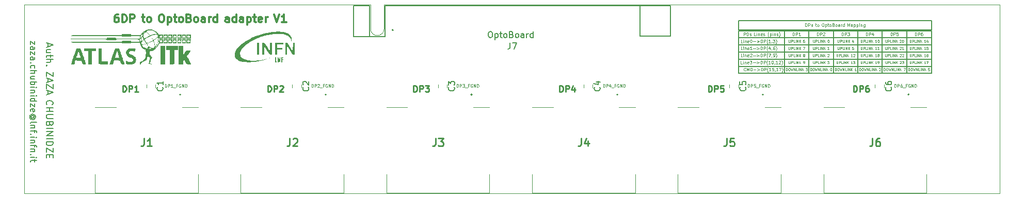
<source format=gbr>
%TF.GenerationSoftware,KiCad,Pcbnew,(7.0.0)*%
%TF.CreationDate,2023-07-14T10:40:59+02:00*%
%TF.ProjectId,RD53B_Quad_6DP_to_ERF8_Data_Adapter,52443533-425f-4517-9561-645f3644505f,V1*%
%TF.SameCoordinates,PX1767f18PY451e560*%
%TF.FileFunction,Legend,Top*%
%TF.FilePolarity,Positive*%
%FSLAX46Y46*%
G04 Gerber Fmt 4.6, Leading zero omitted, Abs format (unit mm)*
G04 Created by KiCad (PCBNEW (7.0.0)) date 2023-07-14 10:40:59*
%MOMM*%
%LPD*%
G01*
G04 APERTURE LIST*
%ADD10C,0.150000*%
%ADD11C,0.075000*%
%ADD12C,0.125000*%
%ADD13C,0.250000*%
%ADD14C,0.300000*%
%ADD15C,0.200000*%
%ADD16C,0.254000*%
%ADD17C,0.120000*%
%ADD18C,0.100000*%
%TA.AperFunction,Profile*%
%ADD19C,0.010000*%
%TD*%
G04 APERTURE END LIST*
D10*
X128678000Y19815000D02*
X128678000Y26635000D01*
X117178000Y22017500D02*
X148798000Y22017500D01*
X144718000Y19765000D02*
X144718000Y26585000D01*
X117148000Y28325000D02*
X148808000Y28325000D01*
X148808000Y28325000D02*
X148808000Y26845000D01*
X148808000Y26845000D02*
X117148000Y26845000D01*
X117148000Y26845000D02*
X117148000Y28325000D01*
X124678000Y19785000D02*
X124678000Y26605000D01*
X117148000Y24362500D02*
X148798000Y24362500D01*
X117168000Y20845000D02*
X148798000Y20845000D01*
X117138000Y26675000D02*
X148798000Y26675000D01*
X148798000Y26675000D02*
X148798000Y19705000D01*
X148798000Y19705000D02*
X117138000Y19705000D01*
X117138000Y19705000D02*
X117138000Y26675000D01*
X132708000Y19845000D02*
X132708000Y26665000D01*
X117158000Y23190000D02*
X148788000Y23190000D01*
X140708000Y19855000D02*
X140708000Y26675000D01*
X117138000Y25535000D02*
X148798000Y25535000D01*
X136698000Y19845000D02*
X136698000Y26665000D01*
D11*
X141226095Y24024048D02*
X141226095Y23700239D01*
X141226095Y23700239D02*
X141245142Y23662143D01*
X141245142Y23662143D02*
X141264190Y23643096D01*
X141264190Y23643096D02*
X141302285Y23624048D01*
X141302285Y23624048D02*
X141378476Y23624048D01*
X141378476Y23624048D02*
X141416571Y23643096D01*
X141416571Y23643096D02*
X141435618Y23662143D01*
X141435618Y23662143D02*
X141454666Y23700239D01*
X141454666Y23700239D02*
X141454666Y24024048D01*
X141645143Y23624048D02*
X141645143Y24024048D01*
X141645143Y24024048D02*
X141797524Y24024048D01*
X141797524Y24024048D02*
X141835619Y24005000D01*
X141835619Y24005000D02*
X141854666Y23985953D01*
X141854666Y23985953D02*
X141873714Y23947858D01*
X141873714Y23947858D02*
X141873714Y23890715D01*
X141873714Y23890715D02*
X141854666Y23852620D01*
X141854666Y23852620D02*
X141835619Y23833572D01*
X141835619Y23833572D02*
X141797524Y23814524D01*
X141797524Y23814524D02*
X141645143Y23814524D01*
X142235619Y23624048D02*
X142045143Y23624048D01*
X142045143Y23624048D02*
X142045143Y24024048D01*
X142368953Y23624048D02*
X142368953Y24024048D01*
X142559429Y23624048D02*
X142559429Y24024048D01*
X142559429Y24024048D02*
X142788000Y23624048D01*
X142788000Y23624048D02*
X142788000Y24024048D01*
X142978477Y23624048D02*
X142978477Y24024048D01*
X143207048Y23624048D02*
X143035619Y23852620D01*
X143207048Y24024048D02*
X142978477Y23795477D01*
X143599429Y23985953D02*
X143618477Y24005000D01*
X143618477Y24005000D02*
X143656572Y24024048D01*
X143656572Y24024048D02*
X143751810Y24024048D01*
X143751810Y24024048D02*
X143789905Y24005000D01*
X143789905Y24005000D02*
X143808953Y23985953D01*
X143808953Y23985953D02*
X143828000Y23947858D01*
X143828000Y23947858D02*
X143828000Y23909762D01*
X143828000Y23909762D02*
X143808953Y23852620D01*
X143808953Y23852620D02*
X143580381Y23624048D01*
X143580381Y23624048D02*
X143828000Y23624048D01*
X144208952Y23624048D02*
X143980381Y23624048D01*
X144094667Y23624048D02*
X144094667Y24024048D01*
X144094667Y24024048D02*
X144056571Y23966905D01*
X144056571Y23966905D02*
X144018476Y23928810D01*
X144018476Y23928810D02*
X143980381Y23909762D01*
X137196095Y24024048D02*
X137196095Y23700239D01*
X137196095Y23700239D02*
X137215142Y23662143D01*
X137215142Y23662143D02*
X137234190Y23643096D01*
X137234190Y23643096D02*
X137272285Y23624048D01*
X137272285Y23624048D02*
X137348476Y23624048D01*
X137348476Y23624048D02*
X137386571Y23643096D01*
X137386571Y23643096D02*
X137405618Y23662143D01*
X137405618Y23662143D02*
X137424666Y23700239D01*
X137424666Y23700239D02*
X137424666Y24024048D01*
X137615143Y23624048D02*
X137615143Y24024048D01*
X137615143Y24024048D02*
X137767524Y24024048D01*
X137767524Y24024048D02*
X137805619Y24005000D01*
X137805619Y24005000D02*
X137824666Y23985953D01*
X137824666Y23985953D02*
X137843714Y23947858D01*
X137843714Y23947858D02*
X137843714Y23890715D01*
X137843714Y23890715D02*
X137824666Y23852620D01*
X137824666Y23852620D02*
X137805619Y23833572D01*
X137805619Y23833572D02*
X137767524Y23814524D01*
X137767524Y23814524D02*
X137615143Y23814524D01*
X138205619Y23624048D02*
X138015143Y23624048D01*
X138015143Y23624048D02*
X138015143Y24024048D01*
X138338953Y23624048D02*
X138338953Y24024048D01*
X138529429Y23624048D02*
X138529429Y24024048D01*
X138529429Y24024048D02*
X138758000Y23624048D01*
X138758000Y23624048D02*
X138758000Y24024048D01*
X138948477Y23624048D02*
X138948477Y24024048D01*
X139177048Y23624048D02*
X139005619Y23852620D01*
X139177048Y24024048D02*
X138948477Y23795477D01*
X139798000Y23624048D02*
X139569429Y23624048D01*
X139683715Y23624048D02*
X139683715Y24024048D01*
X139683715Y24024048D02*
X139645619Y23966905D01*
X139645619Y23966905D02*
X139607524Y23928810D01*
X139607524Y23928810D02*
X139569429Y23909762D01*
X140178952Y23624048D02*
X139950381Y23624048D01*
X140064667Y23624048D02*
X140064667Y24024048D01*
X140064667Y24024048D02*
X140026571Y23966905D01*
X140026571Y23966905D02*
X139988476Y23928810D01*
X139988476Y23928810D02*
X139950381Y23909762D01*
X137196095Y25186048D02*
X137196095Y24862239D01*
X137196095Y24862239D02*
X137215142Y24824143D01*
X137215142Y24824143D02*
X137234190Y24805096D01*
X137234190Y24805096D02*
X137272285Y24786048D01*
X137272285Y24786048D02*
X137348476Y24786048D01*
X137348476Y24786048D02*
X137386571Y24805096D01*
X137386571Y24805096D02*
X137405618Y24824143D01*
X137405618Y24824143D02*
X137424666Y24862239D01*
X137424666Y24862239D02*
X137424666Y25186048D01*
X137615143Y24786048D02*
X137615143Y25186048D01*
X137615143Y25186048D02*
X137767524Y25186048D01*
X137767524Y25186048D02*
X137805619Y25167000D01*
X137805619Y25167000D02*
X137824666Y25147953D01*
X137824666Y25147953D02*
X137843714Y25109858D01*
X137843714Y25109858D02*
X137843714Y25052715D01*
X137843714Y25052715D02*
X137824666Y25014620D01*
X137824666Y25014620D02*
X137805619Y24995572D01*
X137805619Y24995572D02*
X137767524Y24976524D01*
X137767524Y24976524D02*
X137615143Y24976524D01*
X138205619Y24786048D02*
X138015143Y24786048D01*
X138015143Y24786048D02*
X138015143Y25186048D01*
X138338953Y24786048D02*
X138338953Y25186048D01*
X138529429Y24786048D02*
X138529429Y25186048D01*
X138529429Y25186048D02*
X138758000Y24786048D01*
X138758000Y24786048D02*
X138758000Y25186048D01*
X138948477Y24786048D02*
X138948477Y25186048D01*
X139177048Y24786048D02*
X139005619Y25014620D01*
X139177048Y25186048D02*
X138948477Y24957477D01*
X139798000Y24786048D02*
X139569429Y24786048D01*
X139683715Y24786048D02*
X139683715Y25186048D01*
X139683715Y25186048D02*
X139645619Y25128905D01*
X139645619Y25128905D02*
X139607524Y25090810D01*
X139607524Y25090810D02*
X139569429Y25071762D01*
X140045619Y25186048D02*
X140083714Y25186048D01*
X140083714Y25186048D02*
X140121810Y25167000D01*
X140121810Y25167000D02*
X140140857Y25147953D01*
X140140857Y25147953D02*
X140159905Y25109858D01*
X140159905Y25109858D02*
X140178952Y25033667D01*
X140178952Y25033667D02*
X140178952Y24938429D01*
X140178952Y24938429D02*
X140159905Y24862239D01*
X140159905Y24862239D02*
X140140857Y24824143D01*
X140140857Y24824143D02*
X140121810Y24805096D01*
X140121810Y24805096D02*
X140083714Y24786048D01*
X140083714Y24786048D02*
X140045619Y24786048D01*
X140045619Y24786048D02*
X140007524Y24805096D01*
X140007524Y24805096D02*
X139988476Y24824143D01*
X139988476Y24824143D02*
X139969429Y24862239D01*
X139969429Y24862239D02*
X139950381Y24938429D01*
X139950381Y24938429D02*
X139950381Y25033667D01*
X139950381Y25033667D02*
X139969429Y25109858D01*
X139969429Y25109858D02*
X139988476Y25147953D01*
X139988476Y25147953D02*
X140007524Y25167000D01*
X140007524Y25167000D02*
X140045619Y25186048D01*
D12*
X23052286Y17411310D02*
X23052286Y17911310D01*
X23052286Y17911310D02*
X23171334Y17911310D01*
X23171334Y17911310D02*
X23242762Y17887500D01*
X23242762Y17887500D02*
X23290381Y17839881D01*
X23290381Y17839881D02*
X23314191Y17792262D01*
X23314191Y17792262D02*
X23338000Y17697024D01*
X23338000Y17697024D02*
X23338000Y17625596D01*
X23338000Y17625596D02*
X23314191Y17530358D01*
X23314191Y17530358D02*
X23290381Y17482739D01*
X23290381Y17482739D02*
X23242762Y17435120D01*
X23242762Y17435120D02*
X23171334Y17411310D01*
X23171334Y17411310D02*
X23052286Y17411310D01*
X23552286Y17411310D02*
X23552286Y17911310D01*
X23552286Y17911310D02*
X23742762Y17911310D01*
X23742762Y17911310D02*
X23790381Y17887500D01*
X23790381Y17887500D02*
X23814191Y17863691D01*
X23814191Y17863691D02*
X23838000Y17816072D01*
X23838000Y17816072D02*
X23838000Y17744643D01*
X23838000Y17744643D02*
X23814191Y17697024D01*
X23814191Y17697024D02*
X23790381Y17673215D01*
X23790381Y17673215D02*
X23742762Y17649405D01*
X23742762Y17649405D02*
X23552286Y17649405D01*
X24314191Y17411310D02*
X24028477Y17411310D01*
X24171334Y17411310D02*
X24171334Y17911310D01*
X24171334Y17911310D02*
X24123715Y17839881D01*
X24123715Y17839881D02*
X24076096Y17792262D01*
X24076096Y17792262D02*
X24028477Y17768453D01*
X24409429Y17363691D02*
X24790381Y17363691D01*
X25076095Y17673215D02*
X24909428Y17673215D01*
X24909428Y17411310D02*
X24909428Y17911310D01*
X24909428Y17911310D02*
X25147523Y17911310D01*
X25599904Y17887500D02*
X25552285Y17911310D01*
X25552285Y17911310D02*
X25480856Y17911310D01*
X25480856Y17911310D02*
X25409428Y17887500D01*
X25409428Y17887500D02*
X25361809Y17839881D01*
X25361809Y17839881D02*
X25337999Y17792262D01*
X25337999Y17792262D02*
X25314190Y17697024D01*
X25314190Y17697024D02*
X25314190Y17625596D01*
X25314190Y17625596D02*
X25337999Y17530358D01*
X25337999Y17530358D02*
X25361809Y17482739D01*
X25361809Y17482739D02*
X25409428Y17435120D01*
X25409428Y17435120D02*
X25480856Y17411310D01*
X25480856Y17411310D02*
X25528475Y17411310D01*
X25528475Y17411310D02*
X25599904Y17435120D01*
X25599904Y17435120D02*
X25623713Y17458929D01*
X25623713Y17458929D02*
X25623713Y17625596D01*
X25623713Y17625596D02*
X25528475Y17625596D01*
X25837999Y17411310D02*
X25837999Y17911310D01*
X25837999Y17911310D02*
X26123713Y17411310D01*
X26123713Y17411310D02*
X26123713Y17911310D01*
X26361809Y17411310D02*
X26361809Y17911310D01*
X26361809Y17911310D02*
X26480857Y17911310D01*
X26480857Y17911310D02*
X26552285Y17887500D01*
X26552285Y17887500D02*
X26599904Y17839881D01*
X26599904Y17839881D02*
X26623714Y17792262D01*
X26623714Y17792262D02*
X26647523Y17697024D01*
X26647523Y17697024D02*
X26647523Y17625596D01*
X26647523Y17625596D02*
X26623714Y17530358D01*
X26623714Y17530358D02*
X26599904Y17482739D01*
X26599904Y17482739D02*
X26552285Y17435120D01*
X26552285Y17435120D02*
X26480857Y17411310D01*
X26480857Y17411310D02*
X26361809Y17411310D01*
D13*
X136008905Y16675620D02*
X136008905Y17675620D01*
X136008905Y17675620D02*
X136247000Y17675620D01*
X136247000Y17675620D02*
X136389857Y17628000D01*
X136389857Y17628000D02*
X136485095Y17532762D01*
X136485095Y17532762D02*
X136532714Y17437524D01*
X136532714Y17437524D02*
X136580333Y17247048D01*
X136580333Y17247048D02*
X136580333Y17104191D01*
X136580333Y17104191D02*
X136532714Y16913715D01*
X136532714Y16913715D02*
X136485095Y16818477D01*
X136485095Y16818477D02*
X136389857Y16723239D01*
X136389857Y16723239D02*
X136247000Y16675620D01*
X136247000Y16675620D02*
X136008905Y16675620D01*
X137008905Y16675620D02*
X137008905Y17675620D01*
X137008905Y17675620D02*
X137389857Y17675620D01*
X137389857Y17675620D02*
X137485095Y17628000D01*
X137485095Y17628000D02*
X137532714Y17580381D01*
X137532714Y17580381D02*
X137580333Y17485143D01*
X137580333Y17485143D02*
X137580333Y17342286D01*
X137580333Y17342286D02*
X137532714Y17247048D01*
X137532714Y17247048D02*
X137485095Y17199429D01*
X137485095Y17199429D02*
X137389857Y17151810D01*
X137389857Y17151810D02*
X137008905Y17151810D01*
X138437476Y17675620D02*
X138247000Y17675620D01*
X138247000Y17675620D02*
X138151762Y17628000D01*
X138151762Y17628000D02*
X138104143Y17580381D01*
X138104143Y17580381D02*
X138008905Y17437524D01*
X138008905Y17437524D02*
X137961286Y17247048D01*
X137961286Y17247048D02*
X137961286Y16866096D01*
X137961286Y16866096D02*
X138008905Y16770858D01*
X138008905Y16770858D02*
X138056524Y16723239D01*
X138056524Y16723239D02*
X138151762Y16675620D01*
X138151762Y16675620D02*
X138342238Y16675620D01*
X138342238Y16675620D02*
X138437476Y16723239D01*
X138437476Y16723239D02*
X138485095Y16770858D01*
X138485095Y16770858D02*
X138532714Y16866096D01*
X138532714Y16866096D02*
X138532714Y17104191D01*
X138532714Y17104191D02*
X138485095Y17199429D01*
X138485095Y17199429D02*
X138437476Y17247048D01*
X138437476Y17247048D02*
X138342238Y17294667D01*
X138342238Y17294667D02*
X138151762Y17294667D01*
X138151762Y17294667D02*
X138056524Y17247048D01*
X138056524Y17247048D02*
X138008905Y17199429D01*
X138008905Y17199429D02*
X137961286Y17104191D01*
D11*
X124928476Y20138048D02*
X124928476Y20538048D01*
X124928476Y20538048D02*
X125023714Y20538048D01*
X125023714Y20538048D02*
X125080857Y20519000D01*
X125080857Y20519000D02*
X125118952Y20480905D01*
X125118952Y20480905D02*
X125137999Y20442810D01*
X125137999Y20442810D02*
X125157047Y20366620D01*
X125157047Y20366620D02*
X125157047Y20309477D01*
X125157047Y20309477D02*
X125137999Y20233286D01*
X125137999Y20233286D02*
X125118952Y20195191D01*
X125118952Y20195191D02*
X125080857Y20157096D01*
X125080857Y20157096D02*
X125023714Y20138048D01*
X125023714Y20138048D02*
X124928476Y20138048D01*
X125404666Y20538048D02*
X125480857Y20538048D01*
X125480857Y20538048D02*
X125518952Y20519000D01*
X125518952Y20519000D02*
X125557047Y20480905D01*
X125557047Y20480905D02*
X125576095Y20404715D01*
X125576095Y20404715D02*
X125576095Y20271381D01*
X125576095Y20271381D02*
X125557047Y20195191D01*
X125557047Y20195191D02*
X125518952Y20157096D01*
X125518952Y20157096D02*
X125480857Y20138048D01*
X125480857Y20138048D02*
X125404666Y20138048D01*
X125404666Y20138048D02*
X125366571Y20157096D01*
X125366571Y20157096D02*
X125328476Y20195191D01*
X125328476Y20195191D02*
X125309428Y20271381D01*
X125309428Y20271381D02*
X125309428Y20404715D01*
X125309428Y20404715D02*
X125328476Y20480905D01*
X125328476Y20480905D02*
X125366571Y20519000D01*
X125366571Y20519000D02*
X125404666Y20538048D01*
X125709428Y20538048D02*
X125804666Y20138048D01*
X125804666Y20138048D02*
X125880857Y20423762D01*
X125880857Y20423762D02*
X125957047Y20138048D01*
X125957047Y20138048D02*
X126052286Y20538048D01*
X126204667Y20138048D02*
X126204667Y20538048D01*
X126204667Y20538048D02*
X126433238Y20138048D01*
X126433238Y20138048D02*
X126433238Y20538048D01*
X126814191Y20138048D02*
X126623715Y20138048D01*
X126623715Y20138048D02*
X126623715Y20538048D01*
X126947525Y20138048D02*
X126947525Y20538048D01*
X127138001Y20138048D02*
X127138001Y20538048D01*
X127138001Y20538048D02*
X127366572Y20138048D01*
X127366572Y20138048D02*
X127366572Y20538048D01*
X127557049Y20138048D02*
X127557049Y20538048D01*
X127785620Y20138048D02*
X127614191Y20366620D01*
X127785620Y20538048D02*
X127557049Y20309477D01*
X128158953Y20538048D02*
X128406572Y20538048D01*
X128406572Y20538048D02*
X128273239Y20385667D01*
X128273239Y20385667D02*
X128330382Y20385667D01*
X128330382Y20385667D02*
X128368477Y20366620D01*
X128368477Y20366620D02*
X128387525Y20347572D01*
X128387525Y20347572D02*
X128406572Y20309477D01*
X128406572Y20309477D02*
X128406572Y20214239D01*
X128406572Y20214239D02*
X128387525Y20176143D01*
X128387525Y20176143D02*
X128368477Y20157096D01*
X128368477Y20157096D02*
X128330382Y20138048D01*
X128330382Y20138048D02*
X128216096Y20138048D01*
X128216096Y20138048D02*
X128178001Y20157096D01*
X128178001Y20157096D02*
X128158953Y20176143D01*
X144988476Y20138048D02*
X144988476Y20538048D01*
X144988476Y20538048D02*
X145083714Y20538048D01*
X145083714Y20538048D02*
X145140857Y20519000D01*
X145140857Y20519000D02*
X145178952Y20480905D01*
X145178952Y20480905D02*
X145197999Y20442810D01*
X145197999Y20442810D02*
X145217047Y20366620D01*
X145217047Y20366620D02*
X145217047Y20309477D01*
X145217047Y20309477D02*
X145197999Y20233286D01*
X145197999Y20233286D02*
X145178952Y20195191D01*
X145178952Y20195191D02*
X145140857Y20157096D01*
X145140857Y20157096D02*
X145083714Y20138048D01*
X145083714Y20138048D02*
X144988476Y20138048D01*
X145464666Y20538048D02*
X145540857Y20538048D01*
X145540857Y20538048D02*
X145578952Y20519000D01*
X145578952Y20519000D02*
X145617047Y20480905D01*
X145617047Y20480905D02*
X145636095Y20404715D01*
X145636095Y20404715D02*
X145636095Y20271381D01*
X145636095Y20271381D02*
X145617047Y20195191D01*
X145617047Y20195191D02*
X145578952Y20157096D01*
X145578952Y20157096D02*
X145540857Y20138048D01*
X145540857Y20138048D02*
X145464666Y20138048D01*
X145464666Y20138048D02*
X145426571Y20157096D01*
X145426571Y20157096D02*
X145388476Y20195191D01*
X145388476Y20195191D02*
X145369428Y20271381D01*
X145369428Y20271381D02*
X145369428Y20404715D01*
X145369428Y20404715D02*
X145388476Y20480905D01*
X145388476Y20480905D02*
X145426571Y20519000D01*
X145426571Y20519000D02*
X145464666Y20538048D01*
X145769428Y20538048D02*
X145864666Y20138048D01*
X145864666Y20138048D02*
X145940857Y20423762D01*
X145940857Y20423762D02*
X146017047Y20138048D01*
X146017047Y20138048D02*
X146112286Y20538048D01*
X146264667Y20138048D02*
X146264667Y20538048D01*
X146264667Y20538048D02*
X146493238Y20138048D01*
X146493238Y20138048D02*
X146493238Y20538048D01*
X146874191Y20138048D02*
X146683715Y20138048D01*
X146683715Y20138048D02*
X146683715Y20538048D01*
X147007525Y20138048D02*
X147007525Y20538048D01*
X147198001Y20138048D02*
X147198001Y20538048D01*
X147198001Y20538048D02*
X147426572Y20138048D01*
X147426572Y20138048D02*
X147426572Y20538048D01*
X147617049Y20138048D02*
X147617049Y20538048D01*
X147845620Y20138048D02*
X147674191Y20366620D01*
X147845620Y20538048D02*
X147617049Y20309477D01*
X148447525Y20538048D02*
X148257049Y20538048D01*
X148257049Y20538048D02*
X148238001Y20347572D01*
X148238001Y20347572D02*
X148257049Y20366620D01*
X148257049Y20366620D02*
X148295144Y20385667D01*
X148295144Y20385667D02*
X148390382Y20385667D01*
X148390382Y20385667D02*
X148428477Y20366620D01*
X148428477Y20366620D02*
X148447525Y20347572D01*
X148447525Y20347572D02*
X148466572Y20309477D01*
X148466572Y20309477D02*
X148466572Y20214239D01*
X148466572Y20214239D02*
X148447525Y20176143D01*
X148447525Y20176143D02*
X148428477Y20157096D01*
X148428477Y20157096D02*
X148390382Y20138048D01*
X148390382Y20138048D02*
X148295144Y20138048D01*
X148295144Y20138048D02*
X148257049Y20157096D01*
X148257049Y20157096D02*
X148238001Y20176143D01*
D14*
X15370335Y29378405D02*
X15122716Y29378405D01*
X15122716Y29378405D02*
X14998907Y29316500D01*
X14998907Y29316500D02*
X14937002Y29254596D01*
X14937002Y29254596D02*
X14813192Y29068881D01*
X14813192Y29068881D02*
X14751288Y28821262D01*
X14751288Y28821262D02*
X14751288Y28326024D01*
X14751288Y28326024D02*
X14813192Y28202215D01*
X14813192Y28202215D02*
X14875097Y28140310D01*
X14875097Y28140310D02*
X14998907Y28078405D01*
X14998907Y28078405D02*
X15246526Y28078405D01*
X15246526Y28078405D02*
X15370335Y28140310D01*
X15370335Y28140310D02*
X15432240Y28202215D01*
X15432240Y28202215D02*
X15494145Y28326024D01*
X15494145Y28326024D02*
X15494145Y28635548D01*
X15494145Y28635548D02*
X15432240Y28759358D01*
X15432240Y28759358D02*
X15370335Y28821262D01*
X15370335Y28821262D02*
X15246526Y28883167D01*
X15246526Y28883167D02*
X14998907Y28883167D01*
X14998907Y28883167D02*
X14875097Y28821262D01*
X14875097Y28821262D02*
X14813192Y28759358D01*
X14813192Y28759358D02*
X14751288Y28635548D01*
X16051287Y28078405D02*
X16051287Y29378405D01*
X16051287Y29378405D02*
X16360811Y29378405D01*
X16360811Y29378405D02*
X16546525Y29316500D01*
X16546525Y29316500D02*
X16670335Y29192691D01*
X16670335Y29192691D02*
X16732240Y29068881D01*
X16732240Y29068881D02*
X16794144Y28821262D01*
X16794144Y28821262D02*
X16794144Y28635548D01*
X16794144Y28635548D02*
X16732240Y28387929D01*
X16732240Y28387929D02*
X16670335Y28264120D01*
X16670335Y28264120D02*
X16546525Y28140310D01*
X16546525Y28140310D02*
X16360811Y28078405D01*
X16360811Y28078405D02*
X16051287Y28078405D01*
X17351287Y28078405D02*
X17351287Y29378405D01*
X17351287Y29378405D02*
X17846525Y29378405D01*
X17846525Y29378405D02*
X17970335Y29316500D01*
X17970335Y29316500D02*
X18032240Y29254596D01*
X18032240Y29254596D02*
X18094144Y29130786D01*
X18094144Y29130786D02*
X18094144Y28945072D01*
X18094144Y28945072D02*
X18032240Y28821262D01*
X18032240Y28821262D02*
X17970335Y28759358D01*
X17970335Y28759358D02*
X17846525Y28697453D01*
X17846525Y28697453D02*
X17351287Y28697453D01*
X19245573Y28945072D02*
X19740811Y28945072D01*
X19431287Y29378405D02*
X19431287Y28264120D01*
X19431287Y28264120D02*
X19493192Y28140310D01*
X19493192Y28140310D02*
X19617002Y28078405D01*
X19617002Y28078405D02*
X19740811Y28078405D01*
X20359859Y28078405D02*
X20236049Y28140310D01*
X20236049Y28140310D02*
X20174144Y28202215D01*
X20174144Y28202215D02*
X20112240Y28326024D01*
X20112240Y28326024D02*
X20112240Y28697453D01*
X20112240Y28697453D02*
X20174144Y28821262D01*
X20174144Y28821262D02*
X20236049Y28883167D01*
X20236049Y28883167D02*
X20359859Y28945072D01*
X20359859Y28945072D02*
X20545573Y28945072D01*
X20545573Y28945072D02*
X20669382Y28883167D01*
X20669382Y28883167D02*
X20731287Y28821262D01*
X20731287Y28821262D02*
X20793192Y28697453D01*
X20793192Y28697453D02*
X20793192Y28326024D01*
X20793192Y28326024D02*
X20731287Y28202215D01*
X20731287Y28202215D02*
X20669382Y28140310D01*
X20669382Y28140310D02*
X20545573Y28078405D01*
X20545573Y28078405D02*
X20359859Y28078405D01*
X22377953Y29378405D02*
X22625572Y29378405D01*
X22625572Y29378405D02*
X22749382Y29316500D01*
X22749382Y29316500D02*
X22873191Y29192691D01*
X22873191Y29192691D02*
X22935096Y28945072D01*
X22935096Y28945072D02*
X22935096Y28511739D01*
X22935096Y28511739D02*
X22873191Y28264120D01*
X22873191Y28264120D02*
X22749382Y28140310D01*
X22749382Y28140310D02*
X22625572Y28078405D01*
X22625572Y28078405D02*
X22377953Y28078405D01*
X22377953Y28078405D02*
X22254144Y28140310D01*
X22254144Y28140310D02*
X22130334Y28264120D01*
X22130334Y28264120D02*
X22068430Y28511739D01*
X22068430Y28511739D02*
X22068430Y28945072D01*
X22068430Y28945072D02*
X22130334Y29192691D01*
X22130334Y29192691D02*
X22254144Y29316500D01*
X22254144Y29316500D02*
X22377953Y29378405D01*
X23492239Y28945072D02*
X23492239Y27645072D01*
X23492239Y28883167D02*
X23616049Y28945072D01*
X23616049Y28945072D02*
X23863668Y28945072D01*
X23863668Y28945072D02*
X23987477Y28883167D01*
X23987477Y28883167D02*
X24049382Y28821262D01*
X24049382Y28821262D02*
X24111287Y28697453D01*
X24111287Y28697453D02*
X24111287Y28326024D01*
X24111287Y28326024D02*
X24049382Y28202215D01*
X24049382Y28202215D02*
X23987477Y28140310D01*
X23987477Y28140310D02*
X23863668Y28078405D01*
X23863668Y28078405D02*
X23616049Y28078405D01*
X23616049Y28078405D02*
X23492239Y28140310D01*
X24482715Y28945072D02*
X24977953Y28945072D01*
X24668429Y29378405D02*
X24668429Y28264120D01*
X24668429Y28264120D02*
X24730334Y28140310D01*
X24730334Y28140310D02*
X24854144Y28078405D01*
X24854144Y28078405D02*
X24977953Y28078405D01*
X25597001Y28078405D02*
X25473191Y28140310D01*
X25473191Y28140310D02*
X25411286Y28202215D01*
X25411286Y28202215D02*
X25349382Y28326024D01*
X25349382Y28326024D02*
X25349382Y28697453D01*
X25349382Y28697453D02*
X25411286Y28821262D01*
X25411286Y28821262D02*
X25473191Y28883167D01*
X25473191Y28883167D02*
X25597001Y28945072D01*
X25597001Y28945072D02*
X25782715Y28945072D01*
X25782715Y28945072D02*
X25906524Y28883167D01*
X25906524Y28883167D02*
X25968429Y28821262D01*
X25968429Y28821262D02*
X26030334Y28697453D01*
X26030334Y28697453D02*
X26030334Y28326024D01*
X26030334Y28326024D02*
X25968429Y28202215D01*
X25968429Y28202215D02*
X25906524Y28140310D01*
X25906524Y28140310D02*
X25782715Y28078405D01*
X25782715Y28078405D02*
X25597001Y28078405D01*
X27020810Y28759358D02*
X27206524Y28697453D01*
X27206524Y28697453D02*
X27268429Y28635548D01*
X27268429Y28635548D02*
X27330333Y28511739D01*
X27330333Y28511739D02*
X27330333Y28326024D01*
X27330333Y28326024D02*
X27268429Y28202215D01*
X27268429Y28202215D02*
X27206524Y28140310D01*
X27206524Y28140310D02*
X27082714Y28078405D01*
X27082714Y28078405D02*
X26587476Y28078405D01*
X26587476Y28078405D02*
X26587476Y29378405D01*
X26587476Y29378405D02*
X27020810Y29378405D01*
X27020810Y29378405D02*
X27144619Y29316500D01*
X27144619Y29316500D02*
X27206524Y29254596D01*
X27206524Y29254596D02*
X27268429Y29130786D01*
X27268429Y29130786D02*
X27268429Y29006977D01*
X27268429Y29006977D02*
X27206524Y28883167D01*
X27206524Y28883167D02*
X27144619Y28821262D01*
X27144619Y28821262D02*
X27020810Y28759358D01*
X27020810Y28759358D02*
X26587476Y28759358D01*
X28073191Y28078405D02*
X27949381Y28140310D01*
X27949381Y28140310D02*
X27887476Y28202215D01*
X27887476Y28202215D02*
X27825572Y28326024D01*
X27825572Y28326024D02*
X27825572Y28697453D01*
X27825572Y28697453D02*
X27887476Y28821262D01*
X27887476Y28821262D02*
X27949381Y28883167D01*
X27949381Y28883167D02*
X28073191Y28945072D01*
X28073191Y28945072D02*
X28258905Y28945072D01*
X28258905Y28945072D02*
X28382714Y28883167D01*
X28382714Y28883167D02*
X28444619Y28821262D01*
X28444619Y28821262D02*
X28506524Y28697453D01*
X28506524Y28697453D02*
X28506524Y28326024D01*
X28506524Y28326024D02*
X28444619Y28202215D01*
X28444619Y28202215D02*
X28382714Y28140310D01*
X28382714Y28140310D02*
X28258905Y28078405D01*
X28258905Y28078405D02*
X28073191Y28078405D01*
X29620809Y28078405D02*
X29620809Y28759358D01*
X29620809Y28759358D02*
X29558904Y28883167D01*
X29558904Y28883167D02*
X29435095Y28945072D01*
X29435095Y28945072D02*
X29187476Y28945072D01*
X29187476Y28945072D02*
X29063666Y28883167D01*
X29620809Y28140310D02*
X29497000Y28078405D01*
X29497000Y28078405D02*
X29187476Y28078405D01*
X29187476Y28078405D02*
X29063666Y28140310D01*
X29063666Y28140310D02*
X29001762Y28264120D01*
X29001762Y28264120D02*
X29001762Y28387929D01*
X29001762Y28387929D02*
X29063666Y28511739D01*
X29063666Y28511739D02*
X29187476Y28573643D01*
X29187476Y28573643D02*
X29497000Y28573643D01*
X29497000Y28573643D02*
X29620809Y28635548D01*
X30239856Y28078405D02*
X30239856Y28945072D01*
X30239856Y28697453D02*
X30301761Y28821262D01*
X30301761Y28821262D02*
X30363666Y28883167D01*
X30363666Y28883167D02*
X30487475Y28945072D01*
X30487475Y28945072D02*
X30611285Y28945072D01*
X31601761Y28078405D02*
X31601761Y29378405D01*
X31601761Y28140310D02*
X31477952Y28078405D01*
X31477952Y28078405D02*
X31230333Y28078405D01*
X31230333Y28078405D02*
X31106523Y28140310D01*
X31106523Y28140310D02*
X31044618Y28202215D01*
X31044618Y28202215D02*
X30982714Y28326024D01*
X30982714Y28326024D02*
X30982714Y28697453D01*
X30982714Y28697453D02*
X31044618Y28821262D01*
X31044618Y28821262D02*
X31106523Y28883167D01*
X31106523Y28883167D02*
X31230333Y28945072D01*
X31230333Y28945072D02*
X31477952Y28945072D01*
X31477952Y28945072D02*
X31601761Y28883167D01*
X33557951Y28078405D02*
X33557951Y28759358D01*
X33557951Y28759358D02*
X33496046Y28883167D01*
X33496046Y28883167D02*
X33372237Y28945072D01*
X33372237Y28945072D02*
X33124618Y28945072D01*
X33124618Y28945072D02*
X33000808Y28883167D01*
X33557951Y28140310D02*
X33434142Y28078405D01*
X33434142Y28078405D02*
X33124618Y28078405D01*
X33124618Y28078405D02*
X33000808Y28140310D01*
X33000808Y28140310D02*
X32938904Y28264120D01*
X32938904Y28264120D02*
X32938904Y28387929D01*
X32938904Y28387929D02*
X33000808Y28511739D01*
X33000808Y28511739D02*
X33124618Y28573643D01*
X33124618Y28573643D02*
X33434142Y28573643D01*
X33434142Y28573643D02*
X33557951Y28635548D01*
X34734141Y28078405D02*
X34734141Y29378405D01*
X34734141Y28140310D02*
X34610332Y28078405D01*
X34610332Y28078405D02*
X34362713Y28078405D01*
X34362713Y28078405D02*
X34238903Y28140310D01*
X34238903Y28140310D02*
X34176998Y28202215D01*
X34176998Y28202215D02*
X34115094Y28326024D01*
X34115094Y28326024D02*
X34115094Y28697453D01*
X34115094Y28697453D02*
X34176998Y28821262D01*
X34176998Y28821262D02*
X34238903Y28883167D01*
X34238903Y28883167D02*
X34362713Y28945072D01*
X34362713Y28945072D02*
X34610332Y28945072D01*
X34610332Y28945072D02*
X34734141Y28883167D01*
X35910331Y28078405D02*
X35910331Y28759358D01*
X35910331Y28759358D02*
X35848426Y28883167D01*
X35848426Y28883167D02*
X35724617Y28945072D01*
X35724617Y28945072D02*
X35476998Y28945072D01*
X35476998Y28945072D02*
X35353188Y28883167D01*
X35910331Y28140310D02*
X35786522Y28078405D01*
X35786522Y28078405D02*
X35476998Y28078405D01*
X35476998Y28078405D02*
X35353188Y28140310D01*
X35353188Y28140310D02*
X35291284Y28264120D01*
X35291284Y28264120D02*
X35291284Y28387929D01*
X35291284Y28387929D02*
X35353188Y28511739D01*
X35353188Y28511739D02*
X35476998Y28573643D01*
X35476998Y28573643D02*
X35786522Y28573643D01*
X35786522Y28573643D02*
X35910331Y28635548D01*
X36529378Y28945072D02*
X36529378Y27645072D01*
X36529378Y28883167D02*
X36653188Y28945072D01*
X36653188Y28945072D02*
X36900807Y28945072D01*
X36900807Y28945072D02*
X37024616Y28883167D01*
X37024616Y28883167D02*
X37086521Y28821262D01*
X37086521Y28821262D02*
X37148426Y28697453D01*
X37148426Y28697453D02*
X37148426Y28326024D01*
X37148426Y28326024D02*
X37086521Y28202215D01*
X37086521Y28202215D02*
X37024616Y28140310D01*
X37024616Y28140310D02*
X36900807Y28078405D01*
X36900807Y28078405D02*
X36653188Y28078405D01*
X36653188Y28078405D02*
X36529378Y28140310D01*
X37519854Y28945072D02*
X38015092Y28945072D01*
X37705568Y29378405D02*
X37705568Y28264120D01*
X37705568Y28264120D02*
X37767473Y28140310D01*
X37767473Y28140310D02*
X37891283Y28078405D01*
X37891283Y28078405D02*
X38015092Y28078405D01*
X38943663Y28140310D02*
X38819854Y28078405D01*
X38819854Y28078405D02*
X38572235Y28078405D01*
X38572235Y28078405D02*
X38448425Y28140310D01*
X38448425Y28140310D02*
X38386521Y28264120D01*
X38386521Y28264120D02*
X38386521Y28759358D01*
X38386521Y28759358D02*
X38448425Y28883167D01*
X38448425Y28883167D02*
X38572235Y28945072D01*
X38572235Y28945072D02*
X38819854Y28945072D01*
X38819854Y28945072D02*
X38943663Y28883167D01*
X38943663Y28883167D02*
X39005568Y28759358D01*
X39005568Y28759358D02*
X39005568Y28635548D01*
X39005568Y28635548D02*
X38386521Y28511739D01*
X39562711Y28078405D02*
X39562711Y28945072D01*
X39562711Y28697453D02*
X39624616Y28821262D01*
X39624616Y28821262D02*
X39686521Y28883167D01*
X39686521Y28883167D02*
X39810330Y28945072D01*
X39810330Y28945072D02*
X39934140Y28945072D01*
X40961759Y29378405D02*
X41395092Y28078405D01*
X41395092Y28078405D02*
X41828426Y29378405D01*
X42942712Y28078405D02*
X42199855Y28078405D01*
X42571283Y28078405D02*
X42571283Y29378405D01*
X42571283Y29378405D02*
X42447474Y29192691D01*
X42447474Y29192691D02*
X42323664Y29068881D01*
X42323664Y29068881D02*
X42199855Y29006977D01*
D12*
X142732286Y17411310D02*
X142732286Y17911310D01*
X142732286Y17911310D02*
X142851334Y17911310D01*
X142851334Y17911310D02*
X142922762Y17887500D01*
X142922762Y17887500D02*
X142970381Y17839881D01*
X142970381Y17839881D02*
X142994191Y17792262D01*
X142994191Y17792262D02*
X143018000Y17697024D01*
X143018000Y17697024D02*
X143018000Y17625596D01*
X143018000Y17625596D02*
X142994191Y17530358D01*
X142994191Y17530358D02*
X142970381Y17482739D01*
X142970381Y17482739D02*
X142922762Y17435120D01*
X142922762Y17435120D02*
X142851334Y17411310D01*
X142851334Y17411310D02*
X142732286Y17411310D01*
X143232286Y17411310D02*
X143232286Y17911310D01*
X143232286Y17911310D02*
X143422762Y17911310D01*
X143422762Y17911310D02*
X143470381Y17887500D01*
X143470381Y17887500D02*
X143494191Y17863691D01*
X143494191Y17863691D02*
X143518000Y17816072D01*
X143518000Y17816072D02*
X143518000Y17744643D01*
X143518000Y17744643D02*
X143494191Y17697024D01*
X143494191Y17697024D02*
X143470381Y17673215D01*
X143470381Y17673215D02*
X143422762Y17649405D01*
X143422762Y17649405D02*
X143232286Y17649405D01*
X143946572Y17911310D02*
X143851334Y17911310D01*
X143851334Y17911310D02*
X143803715Y17887500D01*
X143803715Y17887500D02*
X143779905Y17863691D01*
X143779905Y17863691D02*
X143732286Y17792262D01*
X143732286Y17792262D02*
X143708477Y17697024D01*
X143708477Y17697024D02*
X143708477Y17506548D01*
X143708477Y17506548D02*
X143732286Y17458929D01*
X143732286Y17458929D02*
X143756096Y17435120D01*
X143756096Y17435120D02*
X143803715Y17411310D01*
X143803715Y17411310D02*
X143898953Y17411310D01*
X143898953Y17411310D02*
X143946572Y17435120D01*
X143946572Y17435120D02*
X143970381Y17458929D01*
X143970381Y17458929D02*
X143994191Y17506548D01*
X143994191Y17506548D02*
X143994191Y17625596D01*
X143994191Y17625596D02*
X143970381Y17673215D01*
X143970381Y17673215D02*
X143946572Y17697024D01*
X143946572Y17697024D02*
X143898953Y17720834D01*
X143898953Y17720834D02*
X143803715Y17720834D01*
X143803715Y17720834D02*
X143756096Y17697024D01*
X143756096Y17697024D02*
X143732286Y17673215D01*
X143732286Y17673215D02*
X143708477Y17625596D01*
X144089429Y17363691D02*
X144470381Y17363691D01*
X144756095Y17673215D02*
X144589428Y17673215D01*
X144589428Y17411310D02*
X144589428Y17911310D01*
X144589428Y17911310D02*
X144827523Y17911310D01*
X145279904Y17887500D02*
X145232285Y17911310D01*
X145232285Y17911310D02*
X145160856Y17911310D01*
X145160856Y17911310D02*
X145089428Y17887500D01*
X145089428Y17887500D02*
X145041809Y17839881D01*
X145041809Y17839881D02*
X145017999Y17792262D01*
X145017999Y17792262D02*
X144994190Y17697024D01*
X144994190Y17697024D02*
X144994190Y17625596D01*
X144994190Y17625596D02*
X145017999Y17530358D01*
X145017999Y17530358D02*
X145041809Y17482739D01*
X145041809Y17482739D02*
X145089428Y17435120D01*
X145089428Y17435120D02*
X145160856Y17411310D01*
X145160856Y17411310D02*
X145208475Y17411310D01*
X145208475Y17411310D02*
X145279904Y17435120D01*
X145279904Y17435120D02*
X145303713Y17458929D01*
X145303713Y17458929D02*
X145303713Y17625596D01*
X145303713Y17625596D02*
X145208475Y17625596D01*
X145517999Y17411310D02*
X145517999Y17911310D01*
X145517999Y17911310D02*
X145803713Y17411310D01*
X145803713Y17411310D02*
X145803713Y17911310D01*
X146041809Y17411310D02*
X146041809Y17911310D01*
X146041809Y17911310D02*
X146160857Y17911310D01*
X146160857Y17911310D02*
X146232285Y17887500D01*
X146232285Y17887500D02*
X146279904Y17839881D01*
X146279904Y17839881D02*
X146303714Y17792262D01*
X146303714Y17792262D02*
X146327523Y17697024D01*
X146327523Y17697024D02*
X146327523Y17625596D01*
X146327523Y17625596D02*
X146303714Y17530358D01*
X146303714Y17530358D02*
X146279904Y17482739D01*
X146279904Y17482739D02*
X146232285Y17435120D01*
X146232285Y17435120D02*
X146160857Y17411310D01*
X146160857Y17411310D02*
X146041809Y17411310D01*
D11*
X141226095Y25186048D02*
X141226095Y24862239D01*
X141226095Y24862239D02*
X141245142Y24824143D01*
X141245142Y24824143D02*
X141264190Y24805096D01*
X141264190Y24805096D02*
X141302285Y24786048D01*
X141302285Y24786048D02*
X141378476Y24786048D01*
X141378476Y24786048D02*
X141416571Y24805096D01*
X141416571Y24805096D02*
X141435618Y24824143D01*
X141435618Y24824143D02*
X141454666Y24862239D01*
X141454666Y24862239D02*
X141454666Y25186048D01*
X141645143Y24786048D02*
X141645143Y25186048D01*
X141645143Y25186048D02*
X141797524Y25186048D01*
X141797524Y25186048D02*
X141835619Y25167000D01*
X141835619Y25167000D02*
X141854666Y25147953D01*
X141854666Y25147953D02*
X141873714Y25109858D01*
X141873714Y25109858D02*
X141873714Y25052715D01*
X141873714Y25052715D02*
X141854666Y25014620D01*
X141854666Y25014620D02*
X141835619Y24995572D01*
X141835619Y24995572D02*
X141797524Y24976524D01*
X141797524Y24976524D02*
X141645143Y24976524D01*
X142235619Y24786048D02*
X142045143Y24786048D01*
X142045143Y24786048D02*
X142045143Y25186048D01*
X142368953Y24786048D02*
X142368953Y25186048D01*
X142559429Y24786048D02*
X142559429Y25186048D01*
X142559429Y25186048D02*
X142788000Y24786048D01*
X142788000Y24786048D02*
X142788000Y25186048D01*
X142978477Y24786048D02*
X142978477Y25186048D01*
X143207048Y24786048D02*
X143035619Y25014620D01*
X143207048Y25186048D02*
X142978477Y24957477D01*
X143599429Y25147953D02*
X143618477Y25167000D01*
X143618477Y25167000D02*
X143656572Y25186048D01*
X143656572Y25186048D02*
X143751810Y25186048D01*
X143751810Y25186048D02*
X143789905Y25167000D01*
X143789905Y25167000D02*
X143808953Y25147953D01*
X143808953Y25147953D02*
X143828000Y25109858D01*
X143828000Y25109858D02*
X143828000Y25071762D01*
X143828000Y25071762D02*
X143808953Y25014620D01*
X143808953Y25014620D02*
X143580381Y24786048D01*
X143580381Y24786048D02*
X143828000Y24786048D01*
X144075619Y25186048D02*
X144113714Y25186048D01*
X144113714Y25186048D02*
X144151810Y25167000D01*
X144151810Y25167000D02*
X144170857Y25147953D01*
X144170857Y25147953D02*
X144189905Y25109858D01*
X144189905Y25109858D02*
X144208952Y25033667D01*
X144208952Y25033667D02*
X144208952Y24938429D01*
X144208952Y24938429D02*
X144189905Y24862239D01*
X144189905Y24862239D02*
X144170857Y24824143D01*
X144170857Y24824143D02*
X144151810Y24805096D01*
X144151810Y24805096D02*
X144113714Y24786048D01*
X144113714Y24786048D02*
X144075619Y24786048D01*
X144075619Y24786048D02*
X144037524Y24805096D01*
X144037524Y24805096D02*
X144018476Y24824143D01*
X144018476Y24824143D02*
X143999429Y24862239D01*
X143999429Y24862239D02*
X143980381Y24938429D01*
X143980381Y24938429D02*
X143980381Y25033667D01*
X143980381Y25033667D02*
X143999429Y25109858D01*
X143999429Y25109858D02*
X144018476Y25147953D01*
X144018476Y25147953D02*
X144037524Y25167000D01*
X144037524Y25167000D02*
X144075619Y25186048D01*
D15*
X3889166Y24606620D02*
X3889166Y24082810D01*
X3574880Y24711382D02*
X4674880Y24344715D01*
X4674880Y24344715D02*
X3574880Y23978048D01*
X4308214Y23139953D02*
X3574880Y23139953D01*
X4308214Y23611382D02*
X3732023Y23611382D01*
X3732023Y23611382D02*
X3627261Y23559001D01*
X3627261Y23559001D02*
X3574880Y23454239D01*
X3574880Y23454239D02*
X3574880Y23297096D01*
X3574880Y23297096D02*
X3627261Y23192334D01*
X3627261Y23192334D02*
X3679642Y23139953D01*
X4308214Y22773287D02*
X4308214Y22354239D01*
X4674880Y22616144D02*
X3732023Y22616144D01*
X3732023Y22616144D02*
X3627261Y22563763D01*
X3627261Y22563763D02*
X3574880Y22459001D01*
X3574880Y22459001D02*
X3574880Y22354239D01*
X3574880Y21987573D02*
X4674880Y21987573D01*
X3574880Y21516144D02*
X4151071Y21516144D01*
X4151071Y21516144D02*
X4255833Y21568525D01*
X4255833Y21568525D02*
X4308214Y21673287D01*
X4308214Y21673287D02*
X4308214Y21830430D01*
X4308214Y21830430D02*
X4255833Y21935192D01*
X4255833Y21935192D02*
X4203452Y21987573D01*
X3679642Y20992335D02*
X3627261Y20939954D01*
X3627261Y20939954D02*
X3574880Y20992335D01*
X3574880Y20992335D02*
X3627261Y21044716D01*
X3627261Y21044716D02*
X3679642Y20992335D01*
X3679642Y20992335D02*
X3574880Y20992335D01*
X4674880Y19913287D02*
X4674880Y19179953D01*
X4674880Y19179953D02*
X3574880Y19913287D01*
X3574880Y19913287D02*
X3574880Y19179953D01*
X3889166Y18813287D02*
X3889166Y18289477D01*
X3574880Y18918049D02*
X4674880Y18551382D01*
X4674880Y18551382D02*
X3574880Y18184715D01*
X4674880Y17922811D02*
X4674880Y17189477D01*
X4674880Y17189477D02*
X3574880Y17922811D01*
X3574880Y17922811D02*
X3574880Y17189477D01*
X3889166Y16822811D02*
X3889166Y16299001D01*
X3574880Y16927573D02*
X4674880Y16560906D01*
X4674880Y16560906D02*
X3574880Y16194239D01*
X3679642Y14539001D02*
X3627261Y14591382D01*
X3627261Y14591382D02*
X3574880Y14748525D01*
X3574880Y14748525D02*
X3574880Y14853287D01*
X3574880Y14853287D02*
X3627261Y15010430D01*
X3627261Y15010430D02*
X3732023Y15115192D01*
X3732023Y15115192D02*
X3836785Y15167573D01*
X3836785Y15167573D02*
X4046309Y15219954D01*
X4046309Y15219954D02*
X4203452Y15219954D01*
X4203452Y15219954D02*
X4412976Y15167573D01*
X4412976Y15167573D02*
X4517738Y15115192D01*
X4517738Y15115192D02*
X4622500Y15010430D01*
X4622500Y15010430D02*
X4674880Y14853287D01*
X4674880Y14853287D02*
X4674880Y14748525D01*
X4674880Y14748525D02*
X4622500Y14591382D01*
X4622500Y14591382D02*
X4570119Y14539001D01*
X3574880Y14067573D02*
X4674880Y14067573D01*
X4151071Y14067573D02*
X4151071Y13439001D01*
X3574880Y13439001D02*
X4674880Y13439001D01*
X4674880Y12915192D02*
X3784404Y12915192D01*
X3784404Y12915192D02*
X3679642Y12862811D01*
X3679642Y12862811D02*
X3627261Y12810430D01*
X3627261Y12810430D02*
X3574880Y12705668D01*
X3574880Y12705668D02*
X3574880Y12496144D01*
X3574880Y12496144D02*
X3627261Y12391382D01*
X3627261Y12391382D02*
X3679642Y12339001D01*
X3679642Y12339001D02*
X3784404Y12286620D01*
X3784404Y12286620D02*
X4674880Y12286620D01*
X4151071Y11396144D02*
X4098690Y11239001D01*
X4098690Y11239001D02*
X4046309Y11186620D01*
X4046309Y11186620D02*
X3941547Y11134239D01*
X3941547Y11134239D02*
X3784404Y11134239D01*
X3784404Y11134239D02*
X3679642Y11186620D01*
X3679642Y11186620D02*
X3627261Y11239001D01*
X3627261Y11239001D02*
X3574880Y11343763D01*
X3574880Y11343763D02*
X3574880Y11762811D01*
X3574880Y11762811D02*
X4674880Y11762811D01*
X4674880Y11762811D02*
X4674880Y11396144D01*
X4674880Y11396144D02*
X4622500Y11291382D01*
X4622500Y11291382D02*
X4570119Y11239001D01*
X4570119Y11239001D02*
X4465357Y11186620D01*
X4465357Y11186620D02*
X4360595Y11186620D01*
X4360595Y11186620D02*
X4255833Y11239001D01*
X4255833Y11239001D02*
X4203452Y11291382D01*
X4203452Y11291382D02*
X4151071Y11396144D01*
X4151071Y11396144D02*
X4151071Y11762811D01*
X3574880Y10662811D02*
X4674880Y10662811D01*
X3574880Y10139001D02*
X4674880Y10139001D01*
X4674880Y10139001D02*
X3574880Y9510429D01*
X3574880Y9510429D02*
X4674880Y9510429D01*
X3574880Y8986620D02*
X4674880Y8986620D01*
X3574880Y8462810D02*
X4674880Y8462810D01*
X4674880Y8462810D02*
X4674880Y8200905D01*
X4674880Y8200905D02*
X4622500Y8043762D01*
X4622500Y8043762D02*
X4517738Y7939000D01*
X4517738Y7939000D02*
X4412976Y7886619D01*
X4412976Y7886619D02*
X4203452Y7834238D01*
X4203452Y7834238D02*
X4046309Y7834238D01*
X4046309Y7834238D02*
X3836785Y7886619D01*
X3836785Y7886619D02*
X3732023Y7939000D01*
X3732023Y7939000D02*
X3627261Y8043762D01*
X3627261Y8043762D02*
X3574880Y8200905D01*
X3574880Y8200905D02*
X3574880Y8462810D01*
X4674880Y7467572D02*
X4674880Y6734238D01*
X4674880Y6734238D02*
X3574880Y7467572D01*
X3574880Y7467572D02*
X3574880Y6734238D01*
X4151071Y6315191D02*
X4151071Y5948524D01*
X3574880Y5791381D02*
X3574880Y6315191D01*
X3574880Y6315191D02*
X4674880Y6315191D01*
X4674880Y6315191D02*
X4674880Y5791381D01*
D12*
X134068952Y25911310D02*
X134068952Y26411310D01*
X134068952Y26411310D02*
X134188000Y26411310D01*
X134188000Y26411310D02*
X134259428Y26387500D01*
X134259428Y26387500D02*
X134307047Y26339881D01*
X134307047Y26339881D02*
X134330857Y26292262D01*
X134330857Y26292262D02*
X134354666Y26197024D01*
X134354666Y26197024D02*
X134354666Y26125596D01*
X134354666Y26125596D02*
X134330857Y26030358D01*
X134330857Y26030358D02*
X134307047Y25982739D01*
X134307047Y25982739D02*
X134259428Y25935120D01*
X134259428Y25935120D02*
X134188000Y25911310D01*
X134188000Y25911310D02*
X134068952Y25911310D01*
X134568952Y25911310D02*
X134568952Y26411310D01*
X134568952Y26411310D02*
X134759428Y26411310D01*
X134759428Y26411310D02*
X134807047Y26387500D01*
X134807047Y26387500D02*
X134830857Y26363691D01*
X134830857Y26363691D02*
X134854666Y26316072D01*
X134854666Y26316072D02*
X134854666Y26244643D01*
X134854666Y26244643D02*
X134830857Y26197024D01*
X134830857Y26197024D02*
X134807047Y26173215D01*
X134807047Y26173215D02*
X134759428Y26149405D01*
X134759428Y26149405D02*
X134568952Y26149405D01*
X135021333Y26411310D02*
X135330857Y26411310D01*
X135330857Y26411310D02*
X135164190Y26220834D01*
X135164190Y26220834D02*
X135235619Y26220834D01*
X135235619Y26220834D02*
X135283238Y26197024D01*
X135283238Y26197024D02*
X135307047Y26173215D01*
X135307047Y26173215D02*
X135330857Y26125596D01*
X135330857Y26125596D02*
X135330857Y26006548D01*
X135330857Y26006548D02*
X135307047Y25958929D01*
X135307047Y25958929D02*
X135283238Y25935120D01*
X135283238Y25935120D02*
X135235619Y25911310D01*
X135235619Y25911310D02*
X135092762Y25911310D01*
X135092762Y25911310D02*
X135045143Y25935120D01*
X135045143Y25935120D02*
X135021333Y25958929D01*
D13*
X39915905Y16675620D02*
X39915905Y17675620D01*
X39915905Y17675620D02*
X40154000Y17675620D01*
X40154000Y17675620D02*
X40296857Y17628000D01*
X40296857Y17628000D02*
X40392095Y17532762D01*
X40392095Y17532762D02*
X40439714Y17437524D01*
X40439714Y17437524D02*
X40487333Y17247048D01*
X40487333Y17247048D02*
X40487333Y17104191D01*
X40487333Y17104191D02*
X40439714Y16913715D01*
X40439714Y16913715D02*
X40392095Y16818477D01*
X40392095Y16818477D02*
X40296857Y16723239D01*
X40296857Y16723239D02*
X40154000Y16675620D01*
X40154000Y16675620D02*
X39915905Y16675620D01*
X40915905Y16675620D02*
X40915905Y17675620D01*
X40915905Y17675620D02*
X41296857Y17675620D01*
X41296857Y17675620D02*
X41392095Y17628000D01*
X41392095Y17628000D02*
X41439714Y17580381D01*
X41439714Y17580381D02*
X41487333Y17485143D01*
X41487333Y17485143D02*
X41487333Y17342286D01*
X41487333Y17342286D02*
X41439714Y17247048D01*
X41439714Y17247048D02*
X41392095Y17199429D01*
X41392095Y17199429D02*
X41296857Y17151810D01*
X41296857Y17151810D02*
X40915905Y17151810D01*
X41868286Y17580381D02*
X41915905Y17628000D01*
X41915905Y17628000D02*
X42011143Y17675620D01*
X42011143Y17675620D02*
X42249238Y17675620D01*
X42249238Y17675620D02*
X42344476Y17628000D01*
X42344476Y17628000D02*
X42392095Y17580381D01*
X42392095Y17580381D02*
X42439714Y17485143D01*
X42439714Y17485143D02*
X42439714Y17389905D01*
X42439714Y17389905D02*
X42392095Y17247048D01*
X42392095Y17247048D02*
X41820667Y16675620D01*
X41820667Y16675620D02*
X42439714Y16675620D01*
D12*
X117774524Y23587310D02*
X117536429Y23587310D01*
X117536429Y23587310D02*
X117536429Y24087310D01*
X117941191Y23587310D02*
X117941191Y23920643D01*
X117941191Y24087310D02*
X117917382Y24063500D01*
X117917382Y24063500D02*
X117941191Y24039691D01*
X117941191Y24039691D02*
X117965001Y24063500D01*
X117965001Y24063500D02*
X117941191Y24087310D01*
X117941191Y24087310D02*
X117941191Y24039691D01*
X118179286Y23920643D02*
X118179286Y23587310D01*
X118179286Y23873024D02*
X118203096Y23896834D01*
X118203096Y23896834D02*
X118250715Y23920643D01*
X118250715Y23920643D02*
X118322143Y23920643D01*
X118322143Y23920643D02*
X118369762Y23896834D01*
X118369762Y23896834D02*
X118393572Y23849215D01*
X118393572Y23849215D02*
X118393572Y23587310D01*
X118822143Y23611120D02*
X118774524Y23587310D01*
X118774524Y23587310D02*
X118679286Y23587310D01*
X118679286Y23587310D02*
X118631667Y23611120D01*
X118631667Y23611120D02*
X118607858Y23658739D01*
X118607858Y23658739D02*
X118607858Y23849215D01*
X118607858Y23849215D02*
X118631667Y23896834D01*
X118631667Y23896834D02*
X118679286Y23920643D01*
X118679286Y23920643D02*
X118774524Y23920643D01*
X118774524Y23920643D02*
X118822143Y23896834D01*
X118822143Y23896834D02*
X118845953Y23849215D01*
X118845953Y23849215D02*
X118845953Y23801596D01*
X118845953Y23801596D02*
X118607858Y23753977D01*
X119322143Y23587310D02*
X119036429Y23587310D01*
X119179286Y23587310D02*
X119179286Y24087310D01*
X119179286Y24087310D02*
X119131667Y24015881D01*
X119131667Y24015881D02*
X119084048Y23968262D01*
X119084048Y23968262D02*
X119036429Y23944453D01*
X119536428Y23777786D02*
X119917381Y23777786D01*
X120155476Y23920643D02*
X120536429Y23777786D01*
X120536429Y23777786D02*
X120155476Y23634929D01*
X120774524Y23587310D02*
X120774524Y24087310D01*
X120774524Y24087310D02*
X120893572Y24087310D01*
X120893572Y24087310D02*
X120965000Y24063500D01*
X120965000Y24063500D02*
X121012619Y24015881D01*
X121012619Y24015881D02*
X121036429Y23968262D01*
X121036429Y23968262D02*
X121060238Y23873024D01*
X121060238Y23873024D02*
X121060238Y23801596D01*
X121060238Y23801596D02*
X121036429Y23706358D01*
X121036429Y23706358D02*
X121012619Y23658739D01*
X121012619Y23658739D02*
X120965000Y23611120D01*
X120965000Y23611120D02*
X120893572Y23587310D01*
X120893572Y23587310D02*
X120774524Y23587310D01*
X121274524Y23587310D02*
X121274524Y24087310D01*
X121274524Y24087310D02*
X121465000Y24087310D01*
X121465000Y24087310D02*
X121512619Y24063500D01*
X121512619Y24063500D02*
X121536429Y24039691D01*
X121536429Y24039691D02*
X121560238Y23992072D01*
X121560238Y23992072D02*
X121560238Y23920643D01*
X121560238Y23920643D02*
X121536429Y23873024D01*
X121536429Y23873024D02*
X121512619Y23849215D01*
X121512619Y23849215D02*
X121465000Y23825405D01*
X121465000Y23825405D02*
X121274524Y23825405D01*
X121917381Y23396834D02*
X121893572Y23420643D01*
X121893572Y23420643D02*
X121845953Y23492072D01*
X121845953Y23492072D02*
X121822143Y23539691D01*
X121822143Y23539691D02*
X121798334Y23611120D01*
X121798334Y23611120D02*
X121774524Y23730167D01*
X121774524Y23730167D02*
X121774524Y23825405D01*
X121774524Y23825405D02*
X121798334Y23944453D01*
X121798334Y23944453D02*
X121822143Y24015881D01*
X121822143Y24015881D02*
X121845953Y24063500D01*
X121845953Y24063500D02*
X121893572Y24134929D01*
X121893572Y24134929D02*
X121917381Y24158739D01*
X122322143Y23920643D02*
X122322143Y23587310D01*
X122203095Y24111120D02*
X122084048Y23753977D01*
X122084048Y23753977D02*
X122393571Y23753977D01*
X122607857Y23611120D02*
X122607857Y23587310D01*
X122607857Y23587310D02*
X122584047Y23539691D01*
X122584047Y23539691D02*
X122560238Y23515881D01*
X123036428Y24087310D02*
X122941190Y24087310D01*
X122941190Y24087310D02*
X122893571Y24063500D01*
X122893571Y24063500D02*
X122869761Y24039691D01*
X122869761Y24039691D02*
X122822142Y23968262D01*
X122822142Y23968262D02*
X122798333Y23873024D01*
X122798333Y23873024D02*
X122798333Y23682548D01*
X122798333Y23682548D02*
X122822142Y23634929D01*
X122822142Y23634929D02*
X122845952Y23611120D01*
X122845952Y23611120D02*
X122893571Y23587310D01*
X122893571Y23587310D02*
X122988809Y23587310D01*
X122988809Y23587310D02*
X123036428Y23611120D01*
X123036428Y23611120D02*
X123060237Y23634929D01*
X123060237Y23634929D02*
X123084047Y23682548D01*
X123084047Y23682548D02*
X123084047Y23801596D01*
X123084047Y23801596D02*
X123060237Y23849215D01*
X123060237Y23849215D02*
X123036428Y23873024D01*
X123036428Y23873024D02*
X122988809Y23896834D01*
X122988809Y23896834D02*
X122893571Y23896834D01*
X122893571Y23896834D02*
X122845952Y23873024D01*
X122845952Y23873024D02*
X122822142Y23849215D01*
X122822142Y23849215D02*
X122798333Y23801596D01*
X123250713Y23396834D02*
X123274523Y23420643D01*
X123274523Y23420643D02*
X123322142Y23492072D01*
X123322142Y23492072D02*
X123345951Y23539691D01*
X123345951Y23539691D02*
X123369761Y23611120D01*
X123369761Y23611120D02*
X123393570Y23730167D01*
X123393570Y23730167D02*
X123393570Y23825405D01*
X123393570Y23825405D02*
X123369761Y23944453D01*
X123369761Y23944453D02*
X123345951Y24015881D01*
X123345951Y24015881D02*
X123322142Y24063500D01*
X123322142Y24063500D02*
X123274523Y24134929D01*
X123274523Y24134929D02*
X123250713Y24158739D01*
D13*
X112211905Y16675620D02*
X112211905Y17675620D01*
X112211905Y17675620D02*
X112450000Y17675620D01*
X112450000Y17675620D02*
X112592857Y17628000D01*
X112592857Y17628000D02*
X112688095Y17532762D01*
X112688095Y17532762D02*
X112735714Y17437524D01*
X112735714Y17437524D02*
X112783333Y17247048D01*
X112783333Y17247048D02*
X112783333Y17104191D01*
X112783333Y17104191D02*
X112735714Y16913715D01*
X112735714Y16913715D02*
X112688095Y16818477D01*
X112688095Y16818477D02*
X112592857Y16723239D01*
X112592857Y16723239D02*
X112450000Y16675620D01*
X112450000Y16675620D02*
X112211905Y16675620D01*
X113211905Y16675620D02*
X113211905Y17675620D01*
X113211905Y17675620D02*
X113592857Y17675620D01*
X113592857Y17675620D02*
X113688095Y17628000D01*
X113688095Y17628000D02*
X113735714Y17580381D01*
X113735714Y17580381D02*
X113783333Y17485143D01*
X113783333Y17485143D02*
X113783333Y17342286D01*
X113783333Y17342286D02*
X113735714Y17247048D01*
X113735714Y17247048D02*
X113688095Y17199429D01*
X113688095Y17199429D02*
X113592857Y17151810D01*
X113592857Y17151810D02*
X113211905Y17151810D01*
X114688095Y17675620D02*
X114211905Y17675620D01*
X114211905Y17675620D02*
X114164286Y17199429D01*
X114164286Y17199429D02*
X114211905Y17247048D01*
X114211905Y17247048D02*
X114307143Y17294667D01*
X114307143Y17294667D02*
X114545238Y17294667D01*
X114545238Y17294667D02*
X114640476Y17247048D01*
X114640476Y17247048D02*
X114688095Y17199429D01*
X114688095Y17199429D02*
X114735714Y17104191D01*
X114735714Y17104191D02*
X114735714Y16866096D01*
X114735714Y16866096D02*
X114688095Y16770858D01*
X114688095Y16770858D02*
X114640476Y16723239D01*
X114640476Y16723239D02*
X114545238Y16675620D01*
X114545238Y16675620D02*
X114307143Y16675620D01*
X114307143Y16675620D02*
X114211905Y16723239D01*
X114211905Y16723239D02*
X114164286Y16770858D01*
D12*
X94942286Y17411310D02*
X94942286Y17911310D01*
X94942286Y17911310D02*
X95061334Y17911310D01*
X95061334Y17911310D02*
X95132762Y17887500D01*
X95132762Y17887500D02*
X95180381Y17839881D01*
X95180381Y17839881D02*
X95204191Y17792262D01*
X95204191Y17792262D02*
X95228000Y17697024D01*
X95228000Y17697024D02*
X95228000Y17625596D01*
X95228000Y17625596D02*
X95204191Y17530358D01*
X95204191Y17530358D02*
X95180381Y17482739D01*
X95180381Y17482739D02*
X95132762Y17435120D01*
X95132762Y17435120D02*
X95061334Y17411310D01*
X95061334Y17411310D02*
X94942286Y17411310D01*
X95442286Y17411310D02*
X95442286Y17911310D01*
X95442286Y17911310D02*
X95632762Y17911310D01*
X95632762Y17911310D02*
X95680381Y17887500D01*
X95680381Y17887500D02*
X95704191Y17863691D01*
X95704191Y17863691D02*
X95728000Y17816072D01*
X95728000Y17816072D02*
X95728000Y17744643D01*
X95728000Y17744643D02*
X95704191Y17697024D01*
X95704191Y17697024D02*
X95680381Y17673215D01*
X95680381Y17673215D02*
X95632762Y17649405D01*
X95632762Y17649405D02*
X95442286Y17649405D01*
X96156572Y17744643D02*
X96156572Y17411310D01*
X96037524Y17935120D02*
X95918477Y17577977D01*
X95918477Y17577977D02*
X96228000Y17577977D01*
X96299429Y17363691D02*
X96680381Y17363691D01*
X96966095Y17673215D02*
X96799428Y17673215D01*
X96799428Y17411310D02*
X96799428Y17911310D01*
X96799428Y17911310D02*
X97037523Y17911310D01*
X97489904Y17887500D02*
X97442285Y17911310D01*
X97442285Y17911310D02*
X97370856Y17911310D01*
X97370856Y17911310D02*
X97299428Y17887500D01*
X97299428Y17887500D02*
X97251809Y17839881D01*
X97251809Y17839881D02*
X97227999Y17792262D01*
X97227999Y17792262D02*
X97204190Y17697024D01*
X97204190Y17697024D02*
X97204190Y17625596D01*
X97204190Y17625596D02*
X97227999Y17530358D01*
X97227999Y17530358D02*
X97251809Y17482739D01*
X97251809Y17482739D02*
X97299428Y17435120D01*
X97299428Y17435120D02*
X97370856Y17411310D01*
X97370856Y17411310D02*
X97418475Y17411310D01*
X97418475Y17411310D02*
X97489904Y17435120D01*
X97489904Y17435120D02*
X97513713Y17458929D01*
X97513713Y17458929D02*
X97513713Y17625596D01*
X97513713Y17625596D02*
X97418475Y17625596D01*
X97727999Y17411310D02*
X97727999Y17911310D01*
X97727999Y17911310D02*
X98013713Y17411310D01*
X98013713Y17411310D02*
X98013713Y17911310D01*
X98251809Y17411310D02*
X98251809Y17911310D01*
X98251809Y17911310D02*
X98370857Y17911310D01*
X98370857Y17911310D02*
X98442285Y17887500D01*
X98442285Y17887500D02*
X98489904Y17839881D01*
X98489904Y17839881D02*
X98513714Y17792262D01*
X98513714Y17792262D02*
X98537523Y17697024D01*
X98537523Y17697024D02*
X98537523Y17625596D01*
X98537523Y17625596D02*
X98513714Y17530358D01*
X98513714Y17530358D02*
X98489904Y17482739D01*
X98489904Y17482739D02*
X98442285Y17435120D01*
X98442285Y17435120D02*
X98370857Y17411310D01*
X98370857Y17411310D02*
X98251809Y17411310D01*
X142088952Y25911310D02*
X142088952Y26411310D01*
X142088952Y26411310D02*
X142208000Y26411310D01*
X142208000Y26411310D02*
X142279428Y26387500D01*
X142279428Y26387500D02*
X142327047Y26339881D01*
X142327047Y26339881D02*
X142350857Y26292262D01*
X142350857Y26292262D02*
X142374666Y26197024D01*
X142374666Y26197024D02*
X142374666Y26125596D01*
X142374666Y26125596D02*
X142350857Y26030358D01*
X142350857Y26030358D02*
X142327047Y25982739D01*
X142327047Y25982739D02*
X142279428Y25935120D01*
X142279428Y25935120D02*
X142208000Y25911310D01*
X142208000Y25911310D02*
X142088952Y25911310D01*
X142588952Y25911310D02*
X142588952Y26411310D01*
X142588952Y26411310D02*
X142779428Y26411310D01*
X142779428Y26411310D02*
X142827047Y26387500D01*
X142827047Y26387500D02*
X142850857Y26363691D01*
X142850857Y26363691D02*
X142874666Y26316072D01*
X142874666Y26316072D02*
X142874666Y26244643D01*
X142874666Y26244643D02*
X142850857Y26197024D01*
X142850857Y26197024D02*
X142827047Y26173215D01*
X142827047Y26173215D02*
X142779428Y26149405D01*
X142779428Y26149405D02*
X142588952Y26149405D01*
X143327047Y26411310D02*
X143088952Y26411310D01*
X143088952Y26411310D02*
X143065143Y26173215D01*
X143065143Y26173215D02*
X143088952Y26197024D01*
X143088952Y26197024D02*
X143136571Y26220834D01*
X143136571Y26220834D02*
X143255619Y26220834D01*
X143255619Y26220834D02*
X143303238Y26197024D01*
X143303238Y26197024D02*
X143327047Y26173215D01*
X143327047Y26173215D02*
X143350857Y26125596D01*
X143350857Y26125596D02*
X143350857Y26006548D01*
X143350857Y26006548D02*
X143327047Y25958929D01*
X143327047Y25958929D02*
X143303238Y25935120D01*
X143303238Y25935120D02*
X143255619Y25911310D01*
X143255619Y25911310D02*
X143136571Y25911310D01*
X143136571Y25911310D02*
X143088952Y25935120D01*
X143088952Y25935120D02*
X143065143Y25958929D01*
X118013238Y25911310D02*
X118013238Y26411310D01*
X118013238Y26411310D02*
X118203714Y26411310D01*
X118203714Y26411310D02*
X118251333Y26387500D01*
X118251333Y26387500D02*
X118275143Y26363691D01*
X118275143Y26363691D02*
X118298952Y26316072D01*
X118298952Y26316072D02*
X118298952Y26244643D01*
X118298952Y26244643D02*
X118275143Y26197024D01*
X118275143Y26197024D02*
X118251333Y26173215D01*
X118251333Y26173215D02*
X118203714Y26149405D01*
X118203714Y26149405D02*
X118013238Y26149405D01*
X118513238Y25911310D02*
X118513238Y26411310D01*
X118513238Y26411310D02*
X118632286Y26411310D01*
X118632286Y26411310D02*
X118703714Y26387500D01*
X118703714Y26387500D02*
X118751333Y26339881D01*
X118751333Y26339881D02*
X118775143Y26292262D01*
X118775143Y26292262D02*
X118798952Y26197024D01*
X118798952Y26197024D02*
X118798952Y26125596D01*
X118798952Y26125596D02*
X118775143Y26030358D01*
X118775143Y26030358D02*
X118751333Y25982739D01*
X118751333Y25982739D02*
X118703714Y25935120D01*
X118703714Y25935120D02*
X118632286Y25911310D01*
X118632286Y25911310D02*
X118513238Y25911310D01*
X118989429Y25935120D02*
X119037048Y25911310D01*
X119037048Y25911310D02*
X119132286Y25911310D01*
X119132286Y25911310D02*
X119179905Y25935120D01*
X119179905Y25935120D02*
X119203714Y25982739D01*
X119203714Y25982739D02*
X119203714Y26006548D01*
X119203714Y26006548D02*
X119179905Y26054167D01*
X119179905Y26054167D02*
X119132286Y26077977D01*
X119132286Y26077977D02*
X119060857Y26077977D01*
X119060857Y26077977D02*
X119013238Y26101786D01*
X119013238Y26101786D02*
X118989429Y26149405D01*
X118989429Y26149405D02*
X118989429Y26173215D01*
X118989429Y26173215D02*
X119013238Y26220834D01*
X119013238Y26220834D02*
X119060857Y26244643D01*
X119060857Y26244643D02*
X119132286Y26244643D01*
X119132286Y26244643D02*
X119179905Y26220834D01*
X119956095Y25911310D02*
X119718000Y25911310D01*
X119718000Y25911310D02*
X119718000Y26411310D01*
X120122762Y25911310D02*
X120122762Y26244643D01*
X120122762Y26411310D02*
X120098953Y26387500D01*
X120098953Y26387500D02*
X120122762Y26363691D01*
X120122762Y26363691D02*
X120146572Y26387500D01*
X120146572Y26387500D02*
X120122762Y26411310D01*
X120122762Y26411310D02*
X120122762Y26363691D01*
X120360857Y26244643D02*
X120360857Y25911310D01*
X120360857Y26197024D02*
X120384667Y26220834D01*
X120384667Y26220834D02*
X120432286Y26244643D01*
X120432286Y26244643D02*
X120503714Y26244643D01*
X120503714Y26244643D02*
X120551333Y26220834D01*
X120551333Y26220834D02*
X120575143Y26173215D01*
X120575143Y26173215D02*
X120575143Y25911310D01*
X121003714Y25935120D02*
X120956095Y25911310D01*
X120956095Y25911310D02*
X120860857Y25911310D01*
X120860857Y25911310D02*
X120813238Y25935120D01*
X120813238Y25935120D02*
X120789429Y25982739D01*
X120789429Y25982739D02*
X120789429Y26173215D01*
X120789429Y26173215D02*
X120813238Y26220834D01*
X120813238Y26220834D02*
X120860857Y26244643D01*
X120860857Y26244643D02*
X120956095Y26244643D01*
X120956095Y26244643D02*
X121003714Y26220834D01*
X121003714Y26220834D02*
X121027524Y26173215D01*
X121027524Y26173215D02*
X121027524Y26125596D01*
X121027524Y26125596D02*
X120789429Y26077977D01*
X121218000Y25935120D02*
X121265619Y25911310D01*
X121265619Y25911310D02*
X121360857Y25911310D01*
X121360857Y25911310D02*
X121408476Y25935120D01*
X121408476Y25935120D02*
X121432285Y25982739D01*
X121432285Y25982739D02*
X121432285Y26006548D01*
X121432285Y26006548D02*
X121408476Y26054167D01*
X121408476Y26054167D02*
X121360857Y26077977D01*
X121360857Y26077977D02*
X121289428Y26077977D01*
X121289428Y26077977D02*
X121241809Y26101786D01*
X121241809Y26101786D02*
X121218000Y26149405D01*
X121218000Y26149405D02*
X121218000Y26173215D01*
X121218000Y26173215D02*
X121241809Y26220834D01*
X121241809Y26220834D02*
X121289428Y26244643D01*
X121289428Y26244643D02*
X121360857Y26244643D01*
X121360857Y26244643D02*
X121408476Y26220834D01*
X122089428Y25720834D02*
X122065619Y25744643D01*
X122065619Y25744643D02*
X122018000Y25816072D01*
X122018000Y25816072D02*
X121994190Y25863691D01*
X121994190Y25863691D02*
X121970381Y25935120D01*
X121970381Y25935120D02*
X121946571Y26054167D01*
X121946571Y26054167D02*
X121946571Y26149405D01*
X121946571Y26149405D02*
X121970381Y26268453D01*
X121970381Y26268453D02*
X121994190Y26339881D01*
X121994190Y26339881D02*
X122018000Y26387500D01*
X122018000Y26387500D02*
X122065619Y26458929D01*
X122065619Y26458929D02*
X122089428Y26482739D01*
X122279904Y26244643D02*
X122279904Y25744643D01*
X122279904Y26220834D02*
X122327523Y26244643D01*
X122327523Y26244643D02*
X122422761Y26244643D01*
X122422761Y26244643D02*
X122470380Y26220834D01*
X122470380Y26220834D02*
X122494190Y26197024D01*
X122494190Y26197024D02*
X122517999Y26149405D01*
X122517999Y26149405D02*
X122517999Y26006548D01*
X122517999Y26006548D02*
X122494190Y25958929D01*
X122494190Y25958929D02*
X122470380Y25935120D01*
X122470380Y25935120D02*
X122422761Y25911310D01*
X122422761Y25911310D02*
X122327523Y25911310D01*
X122327523Y25911310D02*
X122279904Y25935120D01*
X122732285Y25911310D02*
X122732285Y26244643D01*
X122732285Y26411310D02*
X122708476Y26387500D01*
X122708476Y26387500D02*
X122732285Y26363691D01*
X122732285Y26363691D02*
X122756095Y26387500D01*
X122756095Y26387500D02*
X122732285Y26411310D01*
X122732285Y26411310D02*
X122732285Y26363691D01*
X122970380Y26244643D02*
X122970380Y25911310D01*
X122970380Y26197024D02*
X122994190Y26220834D01*
X122994190Y26220834D02*
X123041809Y26244643D01*
X123041809Y26244643D02*
X123113237Y26244643D01*
X123113237Y26244643D02*
X123160856Y26220834D01*
X123160856Y26220834D02*
X123184666Y26173215D01*
X123184666Y26173215D02*
X123184666Y25911310D01*
X123398952Y25935120D02*
X123446571Y25911310D01*
X123446571Y25911310D02*
X123541809Y25911310D01*
X123541809Y25911310D02*
X123589428Y25935120D01*
X123589428Y25935120D02*
X123613237Y25982739D01*
X123613237Y25982739D02*
X123613237Y26006548D01*
X123613237Y26006548D02*
X123589428Y26054167D01*
X123589428Y26054167D02*
X123541809Y26077977D01*
X123541809Y26077977D02*
X123470380Y26077977D01*
X123470380Y26077977D02*
X123422761Y26101786D01*
X123422761Y26101786D02*
X123398952Y26149405D01*
X123398952Y26149405D02*
X123398952Y26173215D01*
X123398952Y26173215D02*
X123422761Y26220834D01*
X123422761Y26220834D02*
X123470380Y26244643D01*
X123470380Y26244643D02*
X123541809Y26244643D01*
X123541809Y26244643D02*
X123589428Y26220834D01*
X123779904Y25720834D02*
X123803714Y25744643D01*
X123803714Y25744643D02*
X123851333Y25816072D01*
X123851333Y25816072D02*
X123875142Y25863691D01*
X123875142Y25863691D02*
X123898952Y25935120D01*
X123898952Y25935120D02*
X123922761Y26054167D01*
X123922761Y26054167D02*
X123922761Y26149405D01*
X123922761Y26149405D02*
X123898952Y26268453D01*
X123898952Y26268453D02*
X123875142Y26339881D01*
X123875142Y26339881D02*
X123851333Y26387500D01*
X123851333Y26387500D02*
X123803714Y26458929D01*
X123803714Y26458929D02*
X123779904Y26482739D01*
X118682286Y17411310D02*
X118682286Y17911310D01*
X118682286Y17911310D02*
X118801334Y17911310D01*
X118801334Y17911310D02*
X118872762Y17887500D01*
X118872762Y17887500D02*
X118920381Y17839881D01*
X118920381Y17839881D02*
X118944191Y17792262D01*
X118944191Y17792262D02*
X118968000Y17697024D01*
X118968000Y17697024D02*
X118968000Y17625596D01*
X118968000Y17625596D02*
X118944191Y17530358D01*
X118944191Y17530358D02*
X118920381Y17482739D01*
X118920381Y17482739D02*
X118872762Y17435120D01*
X118872762Y17435120D02*
X118801334Y17411310D01*
X118801334Y17411310D02*
X118682286Y17411310D01*
X119182286Y17411310D02*
X119182286Y17911310D01*
X119182286Y17911310D02*
X119372762Y17911310D01*
X119372762Y17911310D02*
X119420381Y17887500D01*
X119420381Y17887500D02*
X119444191Y17863691D01*
X119444191Y17863691D02*
X119468000Y17816072D01*
X119468000Y17816072D02*
X119468000Y17744643D01*
X119468000Y17744643D02*
X119444191Y17697024D01*
X119444191Y17697024D02*
X119420381Y17673215D01*
X119420381Y17673215D02*
X119372762Y17649405D01*
X119372762Y17649405D02*
X119182286Y17649405D01*
X119920381Y17911310D02*
X119682286Y17911310D01*
X119682286Y17911310D02*
X119658477Y17673215D01*
X119658477Y17673215D02*
X119682286Y17697024D01*
X119682286Y17697024D02*
X119729905Y17720834D01*
X119729905Y17720834D02*
X119848953Y17720834D01*
X119848953Y17720834D02*
X119896572Y17697024D01*
X119896572Y17697024D02*
X119920381Y17673215D01*
X119920381Y17673215D02*
X119944191Y17625596D01*
X119944191Y17625596D02*
X119944191Y17506548D01*
X119944191Y17506548D02*
X119920381Y17458929D01*
X119920381Y17458929D02*
X119896572Y17435120D01*
X119896572Y17435120D02*
X119848953Y17411310D01*
X119848953Y17411310D02*
X119729905Y17411310D01*
X119729905Y17411310D02*
X119682286Y17435120D01*
X119682286Y17435120D02*
X119658477Y17458929D01*
X120039429Y17363691D02*
X120420381Y17363691D01*
X120706095Y17673215D02*
X120539428Y17673215D01*
X120539428Y17411310D02*
X120539428Y17911310D01*
X120539428Y17911310D02*
X120777523Y17911310D01*
X121229904Y17887500D02*
X121182285Y17911310D01*
X121182285Y17911310D02*
X121110856Y17911310D01*
X121110856Y17911310D02*
X121039428Y17887500D01*
X121039428Y17887500D02*
X120991809Y17839881D01*
X120991809Y17839881D02*
X120967999Y17792262D01*
X120967999Y17792262D02*
X120944190Y17697024D01*
X120944190Y17697024D02*
X120944190Y17625596D01*
X120944190Y17625596D02*
X120967999Y17530358D01*
X120967999Y17530358D02*
X120991809Y17482739D01*
X120991809Y17482739D02*
X121039428Y17435120D01*
X121039428Y17435120D02*
X121110856Y17411310D01*
X121110856Y17411310D02*
X121158475Y17411310D01*
X121158475Y17411310D02*
X121229904Y17435120D01*
X121229904Y17435120D02*
X121253713Y17458929D01*
X121253713Y17458929D02*
X121253713Y17625596D01*
X121253713Y17625596D02*
X121158475Y17625596D01*
X121467999Y17411310D02*
X121467999Y17911310D01*
X121467999Y17911310D02*
X121753713Y17411310D01*
X121753713Y17411310D02*
X121753713Y17911310D01*
X121991809Y17411310D02*
X121991809Y17911310D01*
X121991809Y17911310D02*
X122110857Y17911310D01*
X122110857Y17911310D02*
X122182285Y17887500D01*
X122182285Y17887500D02*
X122229904Y17839881D01*
X122229904Y17839881D02*
X122253714Y17792262D01*
X122253714Y17792262D02*
X122277523Y17697024D01*
X122277523Y17697024D02*
X122277523Y17625596D01*
X122277523Y17625596D02*
X122253714Y17530358D01*
X122253714Y17530358D02*
X122229904Y17482739D01*
X122229904Y17482739D02*
X122182285Y17435120D01*
X122182285Y17435120D02*
X122110857Y17411310D01*
X122110857Y17411310D02*
X121991809Y17411310D01*
X138058952Y25911310D02*
X138058952Y26411310D01*
X138058952Y26411310D02*
X138178000Y26411310D01*
X138178000Y26411310D02*
X138249428Y26387500D01*
X138249428Y26387500D02*
X138297047Y26339881D01*
X138297047Y26339881D02*
X138320857Y26292262D01*
X138320857Y26292262D02*
X138344666Y26197024D01*
X138344666Y26197024D02*
X138344666Y26125596D01*
X138344666Y26125596D02*
X138320857Y26030358D01*
X138320857Y26030358D02*
X138297047Y25982739D01*
X138297047Y25982739D02*
X138249428Y25935120D01*
X138249428Y25935120D02*
X138178000Y25911310D01*
X138178000Y25911310D02*
X138058952Y25911310D01*
X138558952Y25911310D02*
X138558952Y26411310D01*
X138558952Y26411310D02*
X138749428Y26411310D01*
X138749428Y26411310D02*
X138797047Y26387500D01*
X138797047Y26387500D02*
X138820857Y26363691D01*
X138820857Y26363691D02*
X138844666Y26316072D01*
X138844666Y26316072D02*
X138844666Y26244643D01*
X138844666Y26244643D02*
X138820857Y26197024D01*
X138820857Y26197024D02*
X138797047Y26173215D01*
X138797047Y26173215D02*
X138749428Y26149405D01*
X138749428Y26149405D02*
X138558952Y26149405D01*
X139273238Y26244643D02*
X139273238Y25911310D01*
X139154190Y26435120D02*
X139035143Y26077977D01*
X139035143Y26077977D02*
X139344666Y26077977D01*
D11*
X133206095Y21700048D02*
X133206095Y21376239D01*
X133206095Y21376239D02*
X133225142Y21338143D01*
X133225142Y21338143D02*
X133244190Y21319096D01*
X133244190Y21319096D02*
X133282285Y21300048D01*
X133282285Y21300048D02*
X133358476Y21300048D01*
X133358476Y21300048D02*
X133396571Y21319096D01*
X133396571Y21319096D02*
X133415618Y21338143D01*
X133415618Y21338143D02*
X133434666Y21376239D01*
X133434666Y21376239D02*
X133434666Y21700048D01*
X133625143Y21300048D02*
X133625143Y21700048D01*
X133625143Y21700048D02*
X133777524Y21700048D01*
X133777524Y21700048D02*
X133815619Y21681000D01*
X133815619Y21681000D02*
X133834666Y21661953D01*
X133834666Y21661953D02*
X133853714Y21623858D01*
X133853714Y21623858D02*
X133853714Y21566715D01*
X133853714Y21566715D02*
X133834666Y21528620D01*
X133834666Y21528620D02*
X133815619Y21509572D01*
X133815619Y21509572D02*
X133777524Y21490524D01*
X133777524Y21490524D02*
X133625143Y21490524D01*
X134215619Y21300048D02*
X134025143Y21300048D01*
X134025143Y21300048D02*
X134025143Y21700048D01*
X134348953Y21300048D02*
X134348953Y21700048D01*
X134539429Y21300048D02*
X134539429Y21700048D01*
X134539429Y21700048D02*
X134768000Y21300048D01*
X134768000Y21300048D02*
X134768000Y21700048D01*
X134958477Y21300048D02*
X134958477Y21700048D01*
X135187048Y21300048D02*
X135015619Y21528620D01*
X135187048Y21700048D02*
X134958477Y21471477D01*
X135808000Y21300048D02*
X135579429Y21300048D01*
X135693715Y21300048D02*
X135693715Y21700048D01*
X135693715Y21700048D02*
X135655619Y21642905D01*
X135655619Y21642905D02*
X135617524Y21604810D01*
X135617524Y21604810D02*
X135579429Y21585762D01*
X135941333Y21700048D02*
X136188952Y21700048D01*
X136188952Y21700048D02*
X136055619Y21547667D01*
X136055619Y21547667D02*
X136112762Y21547667D01*
X136112762Y21547667D02*
X136150857Y21528620D01*
X136150857Y21528620D02*
X136169905Y21509572D01*
X136169905Y21509572D02*
X136188952Y21471477D01*
X136188952Y21471477D02*
X136188952Y21376239D01*
X136188952Y21376239D02*
X136169905Y21338143D01*
X136169905Y21338143D02*
X136150857Y21319096D01*
X136150857Y21319096D02*
X136112762Y21300048D01*
X136112762Y21300048D02*
X135998476Y21300048D01*
X135998476Y21300048D02*
X135960381Y21319096D01*
X135960381Y21319096D02*
X135941333Y21338143D01*
X141226095Y22862048D02*
X141226095Y22538239D01*
X141226095Y22538239D02*
X141245142Y22500143D01*
X141245142Y22500143D02*
X141264190Y22481096D01*
X141264190Y22481096D02*
X141302285Y22462048D01*
X141302285Y22462048D02*
X141378476Y22462048D01*
X141378476Y22462048D02*
X141416571Y22481096D01*
X141416571Y22481096D02*
X141435618Y22500143D01*
X141435618Y22500143D02*
X141454666Y22538239D01*
X141454666Y22538239D02*
X141454666Y22862048D01*
X141645143Y22462048D02*
X141645143Y22862048D01*
X141645143Y22862048D02*
X141797524Y22862048D01*
X141797524Y22862048D02*
X141835619Y22843000D01*
X141835619Y22843000D02*
X141854666Y22823953D01*
X141854666Y22823953D02*
X141873714Y22785858D01*
X141873714Y22785858D02*
X141873714Y22728715D01*
X141873714Y22728715D02*
X141854666Y22690620D01*
X141854666Y22690620D02*
X141835619Y22671572D01*
X141835619Y22671572D02*
X141797524Y22652524D01*
X141797524Y22652524D02*
X141645143Y22652524D01*
X142235619Y22462048D02*
X142045143Y22462048D01*
X142045143Y22462048D02*
X142045143Y22862048D01*
X142368953Y22462048D02*
X142368953Y22862048D01*
X142559429Y22462048D02*
X142559429Y22862048D01*
X142559429Y22862048D02*
X142788000Y22462048D01*
X142788000Y22462048D02*
X142788000Y22862048D01*
X142978477Y22462048D02*
X142978477Y22862048D01*
X143207048Y22462048D02*
X143035619Y22690620D01*
X143207048Y22862048D02*
X142978477Y22633477D01*
X143599429Y22823953D02*
X143618477Y22843000D01*
X143618477Y22843000D02*
X143656572Y22862048D01*
X143656572Y22862048D02*
X143751810Y22862048D01*
X143751810Y22862048D02*
X143789905Y22843000D01*
X143789905Y22843000D02*
X143808953Y22823953D01*
X143808953Y22823953D02*
X143828000Y22785858D01*
X143828000Y22785858D02*
X143828000Y22747762D01*
X143828000Y22747762D02*
X143808953Y22690620D01*
X143808953Y22690620D02*
X143580381Y22462048D01*
X143580381Y22462048D02*
X143828000Y22462048D01*
X143980381Y22823953D02*
X143999429Y22843000D01*
X143999429Y22843000D02*
X144037524Y22862048D01*
X144037524Y22862048D02*
X144132762Y22862048D01*
X144132762Y22862048D02*
X144170857Y22843000D01*
X144170857Y22843000D02*
X144189905Y22823953D01*
X144189905Y22823953D02*
X144208952Y22785858D01*
X144208952Y22785858D02*
X144208952Y22747762D01*
X144208952Y22747762D02*
X144189905Y22690620D01*
X144189905Y22690620D02*
X143961333Y22462048D01*
X143961333Y22462048D02*
X144208952Y22462048D01*
X145236095Y24024048D02*
X145236095Y23700239D01*
X145236095Y23700239D02*
X145255142Y23662143D01*
X145255142Y23662143D02*
X145274190Y23643096D01*
X145274190Y23643096D02*
X145312285Y23624048D01*
X145312285Y23624048D02*
X145388476Y23624048D01*
X145388476Y23624048D02*
X145426571Y23643096D01*
X145426571Y23643096D02*
X145445618Y23662143D01*
X145445618Y23662143D02*
X145464666Y23700239D01*
X145464666Y23700239D02*
X145464666Y24024048D01*
X145655143Y23624048D02*
X145655143Y24024048D01*
X145655143Y24024048D02*
X145807524Y24024048D01*
X145807524Y24024048D02*
X145845619Y24005000D01*
X145845619Y24005000D02*
X145864666Y23985953D01*
X145864666Y23985953D02*
X145883714Y23947858D01*
X145883714Y23947858D02*
X145883714Y23890715D01*
X145883714Y23890715D02*
X145864666Y23852620D01*
X145864666Y23852620D02*
X145845619Y23833572D01*
X145845619Y23833572D02*
X145807524Y23814524D01*
X145807524Y23814524D02*
X145655143Y23814524D01*
X146245619Y23624048D02*
X146055143Y23624048D01*
X146055143Y23624048D02*
X146055143Y24024048D01*
X146378953Y23624048D02*
X146378953Y24024048D01*
X146569429Y23624048D02*
X146569429Y24024048D01*
X146569429Y24024048D02*
X146798000Y23624048D01*
X146798000Y23624048D02*
X146798000Y24024048D01*
X146988477Y23624048D02*
X146988477Y24024048D01*
X147217048Y23624048D02*
X147045619Y23852620D01*
X147217048Y24024048D02*
X146988477Y23795477D01*
X147838000Y23624048D02*
X147609429Y23624048D01*
X147723715Y23624048D02*
X147723715Y24024048D01*
X147723715Y24024048D02*
X147685619Y23966905D01*
X147685619Y23966905D02*
X147647524Y23928810D01*
X147647524Y23928810D02*
X147609429Y23909762D01*
X148199905Y24024048D02*
X148009429Y24024048D01*
X148009429Y24024048D02*
X147990381Y23833572D01*
X147990381Y23833572D02*
X148009429Y23852620D01*
X148009429Y23852620D02*
X148047524Y23871667D01*
X148047524Y23871667D02*
X148142762Y23871667D01*
X148142762Y23871667D02*
X148180857Y23852620D01*
X148180857Y23852620D02*
X148199905Y23833572D01*
X148199905Y23833572D02*
X148218952Y23795477D01*
X148218952Y23795477D02*
X148218952Y23700239D01*
X148218952Y23700239D02*
X148199905Y23662143D01*
X148199905Y23662143D02*
X148180857Y23643096D01*
X148180857Y23643096D02*
X148142762Y23624048D01*
X148142762Y23624048D02*
X148047524Y23624048D01*
X148047524Y23624048D02*
X148009429Y23643096D01*
X148009429Y23643096D02*
X147990381Y23662143D01*
X145236095Y21700048D02*
X145236095Y21376239D01*
X145236095Y21376239D02*
X145255142Y21338143D01*
X145255142Y21338143D02*
X145274190Y21319096D01*
X145274190Y21319096D02*
X145312285Y21300048D01*
X145312285Y21300048D02*
X145388476Y21300048D01*
X145388476Y21300048D02*
X145426571Y21319096D01*
X145426571Y21319096D02*
X145445618Y21338143D01*
X145445618Y21338143D02*
X145464666Y21376239D01*
X145464666Y21376239D02*
X145464666Y21700048D01*
X145655143Y21300048D02*
X145655143Y21700048D01*
X145655143Y21700048D02*
X145807524Y21700048D01*
X145807524Y21700048D02*
X145845619Y21681000D01*
X145845619Y21681000D02*
X145864666Y21661953D01*
X145864666Y21661953D02*
X145883714Y21623858D01*
X145883714Y21623858D02*
X145883714Y21566715D01*
X145883714Y21566715D02*
X145864666Y21528620D01*
X145864666Y21528620D02*
X145845619Y21509572D01*
X145845619Y21509572D02*
X145807524Y21490524D01*
X145807524Y21490524D02*
X145655143Y21490524D01*
X146245619Y21300048D02*
X146055143Y21300048D01*
X146055143Y21300048D02*
X146055143Y21700048D01*
X146378953Y21300048D02*
X146378953Y21700048D01*
X146569429Y21300048D02*
X146569429Y21700048D01*
X146569429Y21700048D02*
X146798000Y21300048D01*
X146798000Y21300048D02*
X146798000Y21700048D01*
X146988477Y21300048D02*
X146988477Y21700048D01*
X147217048Y21300048D02*
X147045619Y21528620D01*
X147217048Y21700048D02*
X146988477Y21471477D01*
X147838000Y21300048D02*
X147609429Y21300048D01*
X147723715Y21300048D02*
X147723715Y21700048D01*
X147723715Y21700048D02*
X147685619Y21642905D01*
X147685619Y21642905D02*
X147647524Y21604810D01*
X147647524Y21604810D02*
X147609429Y21585762D01*
X147971333Y21700048D02*
X148238000Y21700048D01*
X148238000Y21700048D02*
X148066571Y21300048D01*
D10*
X76345618Y26567620D02*
X76536094Y26567620D01*
X76536094Y26567620D02*
X76631332Y26520000D01*
X76631332Y26520000D02*
X76726570Y26424762D01*
X76726570Y26424762D02*
X76774189Y26234286D01*
X76774189Y26234286D02*
X76774189Y25900953D01*
X76774189Y25900953D02*
X76726570Y25710477D01*
X76726570Y25710477D02*
X76631332Y25615239D01*
X76631332Y25615239D02*
X76536094Y25567620D01*
X76536094Y25567620D02*
X76345618Y25567620D01*
X76345618Y25567620D02*
X76250380Y25615239D01*
X76250380Y25615239D02*
X76155142Y25710477D01*
X76155142Y25710477D02*
X76107523Y25900953D01*
X76107523Y25900953D02*
X76107523Y26234286D01*
X76107523Y26234286D02*
X76155142Y26424762D01*
X76155142Y26424762D02*
X76250380Y26520000D01*
X76250380Y26520000D02*
X76345618Y26567620D01*
X77202761Y26234286D02*
X77202761Y25234286D01*
X77202761Y26186667D02*
X77297999Y26234286D01*
X77297999Y26234286D02*
X77488475Y26234286D01*
X77488475Y26234286D02*
X77583713Y26186667D01*
X77583713Y26186667D02*
X77631332Y26139048D01*
X77631332Y26139048D02*
X77678951Y26043810D01*
X77678951Y26043810D02*
X77678951Y25758096D01*
X77678951Y25758096D02*
X77631332Y25662858D01*
X77631332Y25662858D02*
X77583713Y25615239D01*
X77583713Y25615239D02*
X77488475Y25567620D01*
X77488475Y25567620D02*
X77297999Y25567620D01*
X77297999Y25567620D02*
X77202761Y25615239D01*
X77964666Y26234286D02*
X78345618Y26234286D01*
X78107523Y26567620D02*
X78107523Y25710477D01*
X78107523Y25710477D02*
X78155142Y25615239D01*
X78155142Y25615239D02*
X78250380Y25567620D01*
X78250380Y25567620D02*
X78345618Y25567620D01*
X78821809Y25567620D02*
X78726571Y25615239D01*
X78726571Y25615239D02*
X78678952Y25662858D01*
X78678952Y25662858D02*
X78631333Y25758096D01*
X78631333Y25758096D02*
X78631333Y26043810D01*
X78631333Y26043810D02*
X78678952Y26139048D01*
X78678952Y26139048D02*
X78726571Y26186667D01*
X78726571Y26186667D02*
X78821809Y26234286D01*
X78821809Y26234286D02*
X78964666Y26234286D01*
X78964666Y26234286D02*
X79059904Y26186667D01*
X79059904Y26186667D02*
X79107523Y26139048D01*
X79107523Y26139048D02*
X79155142Y26043810D01*
X79155142Y26043810D02*
X79155142Y25758096D01*
X79155142Y25758096D02*
X79107523Y25662858D01*
X79107523Y25662858D02*
X79059904Y25615239D01*
X79059904Y25615239D02*
X78964666Y25567620D01*
X78964666Y25567620D02*
X78821809Y25567620D01*
X79917047Y26091429D02*
X80059904Y26043810D01*
X80059904Y26043810D02*
X80107523Y25996191D01*
X80107523Y25996191D02*
X80155142Y25900953D01*
X80155142Y25900953D02*
X80155142Y25758096D01*
X80155142Y25758096D02*
X80107523Y25662858D01*
X80107523Y25662858D02*
X80059904Y25615239D01*
X80059904Y25615239D02*
X79964666Y25567620D01*
X79964666Y25567620D02*
X79583714Y25567620D01*
X79583714Y25567620D02*
X79583714Y26567620D01*
X79583714Y26567620D02*
X79917047Y26567620D01*
X79917047Y26567620D02*
X80012285Y26520000D01*
X80012285Y26520000D02*
X80059904Y26472381D01*
X80059904Y26472381D02*
X80107523Y26377143D01*
X80107523Y26377143D02*
X80107523Y26281905D01*
X80107523Y26281905D02*
X80059904Y26186667D01*
X80059904Y26186667D02*
X80012285Y26139048D01*
X80012285Y26139048D02*
X79917047Y26091429D01*
X79917047Y26091429D02*
X79583714Y26091429D01*
X80726571Y25567620D02*
X80631333Y25615239D01*
X80631333Y25615239D02*
X80583714Y25662858D01*
X80583714Y25662858D02*
X80536095Y25758096D01*
X80536095Y25758096D02*
X80536095Y26043810D01*
X80536095Y26043810D02*
X80583714Y26139048D01*
X80583714Y26139048D02*
X80631333Y26186667D01*
X80631333Y26186667D02*
X80726571Y26234286D01*
X80726571Y26234286D02*
X80869428Y26234286D01*
X80869428Y26234286D02*
X80964666Y26186667D01*
X80964666Y26186667D02*
X81012285Y26139048D01*
X81012285Y26139048D02*
X81059904Y26043810D01*
X81059904Y26043810D02*
X81059904Y25758096D01*
X81059904Y25758096D02*
X81012285Y25662858D01*
X81012285Y25662858D02*
X80964666Y25615239D01*
X80964666Y25615239D02*
X80869428Y25567620D01*
X80869428Y25567620D02*
X80726571Y25567620D01*
X81917047Y25567620D02*
X81917047Y26091429D01*
X81917047Y26091429D02*
X81869428Y26186667D01*
X81869428Y26186667D02*
X81774190Y26234286D01*
X81774190Y26234286D02*
X81583714Y26234286D01*
X81583714Y26234286D02*
X81488476Y26186667D01*
X81917047Y25615239D02*
X81821809Y25567620D01*
X81821809Y25567620D02*
X81583714Y25567620D01*
X81583714Y25567620D02*
X81488476Y25615239D01*
X81488476Y25615239D02*
X81440857Y25710477D01*
X81440857Y25710477D02*
X81440857Y25805715D01*
X81440857Y25805715D02*
X81488476Y25900953D01*
X81488476Y25900953D02*
X81583714Y25948572D01*
X81583714Y25948572D02*
X81821809Y25948572D01*
X81821809Y25948572D02*
X81917047Y25996191D01*
X82393238Y25567620D02*
X82393238Y26234286D01*
X82393238Y26043810D02*
X82440857Y26139048D01*
X82440857Y26139048D02*
X82488476Y26186667D01*
X82488476Y26186667D02*
X82583714Y26234286D01*
X82583714Y26234286D02*
X82678952Y26234286D01*
X83440857Y25567620D02*
X83440857Y26567620D01*
X83440857Y25615239D02*
X83345619Y25567620D01*
X83345619Y25567620D02*
X83155143Y25567620D01*
X83155143Y25567620D02*
X83059905Y25615239D01*
X83059905Y25615239D02*
X83012286Y25662858D01*
X83012286Y25662858D02*
X82964667Y25758096D01*
X82964667Y25758096D02*
X82964667Y26043810D01*
X82964667Y26043810D02*
X83012286Y26139048D01*
X83012286Y26139048D02*
X83059905Y26186667D01*
X83059905Y26186667D02*
X83155143Y26234286D01*
X83155143Y26234286D02*
X83345619Y26234286D01*
X83345619Y26234286D02*
X83440857Y26186667D01*
D11*
X141226095Y21700048D02*
X141226095Y21376239D01*
X141226095Y21376239D02*
X141245142Y21338143D01*
X141245142Y21338143D02*
X141264190Y21319096D01*
X141264190Y21319096D02*
X141302285Y21300048D01*
X141302285Y21300048D02*
X141378476Y21300048D01*
X141378476Y21300048D02*
X141416571Y21319096D01*
X141416571Y21319096D02*
X141435618Y21338143D01*
X141435618Y21338143D02*
X141454666Y21376239D01*
X141454666Y21376239D02*
X141454666Y21700048D01*
X141645143Y21300048D02*
X141645143Y21700048D01*
X141645143Y21700048D02*
X141797524Y21700048D01*
X141797524Y21700048D02*
X141835619Y21681000D01*
X141835619Y21681000D02*
X141854666Y21661953D01*
X141854666Y21661953D02*
X141873714Y21623858D01*
X141873714Y21623858D02*
X141873714Y21566715D01*
X141873714Y21566715D02*
X141854666Y21528620D01*
X141854666Y21528620D02*
X141835619Y21509572D01*
X141835619Y21509572D02*
X141797524Y21490524D01*
X141797524Y21490524D02*
X141645143Y21490524D01*
X142235619Y21300048D02*
X142045143Y21300048D01*
X142045143Y21300048D02*
X142045143Y21700048D01*
X142368953Y21300048D02*
X142368953Y21700048D01*
X142559429Y21300048D02*
X142559429Y21700048D01*
X142559429Y21700048D02*
X142788000Y21300048D01*
X142788000Y21300048D02*
X142788000Y21700048D01*
X142978477Y21300048D02*
X142978477Y21700048D01*
X143207048Y21300048D02*
X143035619Y21528620D01*
X143207048Y21700048D02*
X142978477Y21471477D01*
X143599429Y21661953D02*
X143618477Y21681000D01*
X143618477Y21681000D02*
X143656572Y21700048D01*
X143656572Y21700048D02*
X143751810Y21700048D01*
X143751810Y21700048D02*
X143789905Y21681000D01*
X143789905Y21681000D02*
X143808953Y21661953D01*
X143808953Y21661953D02*
X143828000Y21623858D01*
X143828000Y21623858D02*
X143828000Y21585762D01*
X143828000Y21585762D02*
X143808953Y21528620D01*
X143808953Y21528620D02*
X143580381Y21300048D01*
X143580381Y21300048D02*
X143828000Y21300048D01*
X143961333Y21700048D02*
X144208952Y21700048D01*
X144208952Y21700048D02*
X144075619Y21547667D01*
X144075619Y21547667D02*
X144132762Y21547667D01*
X144132762Y21547667D02*
X144170857Y21528620D01*
X144170857Y21528620D02*
X144189905Y21509572D01*
X144189905Y21509572D02*
X144208952Y21471477D01*
X144208952Y21471477D02*
X144208952Y21376239D01*
X144208952Y21376239D02*
X144189905Y21338143D01*
X144189905Y21338143D02*
X144170857Y21319096D01*
X144170857Y21319096D02*
X144132762Y21300048D01*
X144132762Y21300048D02*
X144018476Y21300048D01*
X144018476Y21300048D02*
X143980381Y21319096D01*
X143980381Y21319096D02*
X143961333Y21338143D01*
X129366571Y25186048D02*
X129366571Y24862239D01*
X129366571Y24862239D02*
X129385618Y24824143D01*
X129385618Y24824143D02*
X129404666Y24805096D01*
X129404666Y24805096D02*
X129442761Y24786048D01*
X129442761Y24786048D02*
X129518952Y24786048D01*
X129518952Y24786048D02*
X129557047Y24805096D01*
X129557047Y24805096D02*
X129576094Y24824143D01*
X129576094Y24824143D02*
X129595142Y24862239D01*
X129595142Y24862239D02*
X129595142Y25186048D01*
X129785619Y24786048D02*
X129785619Y25186048D01*
X129785619Y25186048D02*
X129938000Y25186048D01*
X129938000Y25186048D02*
X129976095Y25167000D01*
X129976095Y25167000D02*
X129995142Y25147953D01*
X129995142Y25147953D02*
X130014190Y25109858D01*
X130014190Y25109858D02*
X130014190Y25052715D01*
X130014190Y25052715D02*
X129995142Y25014620D01*
X129995142Y25014620D02*
X129976095Y24995572D01*
X129976095Y24995572D02*
X129938000Y24976524D01*
X129938000Y24976524D02*
X129785619Y24976524D01*
X130376095Y24786048D02*
X130185619Y24786048D01*
X130185619Y24786048D02*
X130185619Y25186048D01*
X130509429Y24786048D02*
X130509429Y25186048D01*
X130699905Y24786048D02*
X130699905Y25186048D01*
X130699905Y25186048D02*
X130928476Y24786048D01*
X130928476Y24786048D02*
X130928476Y25186048D01*
X131118953Y24786048D02*
X131118953Y25186048D01*
X131347524Y24786048D02*
X131176095Y25014620D01*
X131347524Y25186048D02*
X131118953Y24957477D01*
X131835143Y25186048D02*
X131873238Y25186048D01*
X131873238Y25186048D02*
X131911334Y25167000D01*
X131911334Y25167000D02*
X131930381Y25147953D01*
X131930381Y25147953D02*
X131949429Y25109858D01*
X131949429Y25109858D02*
X131968476Y25033667D01*
X131968476Y25033667D02*
X131968476Y24938429D01*
X131968476Y24938429D02*
X131949429Y24862239D01*
X131949429Y24862239D02*
X131930381Y24824143D01*
X131930381Y24824143D02*
X131911334Y24805096D01*
X131911334Y24805096D02*
X131873238Y24786048D01*
X131873238Y24786048D02*
X131835143Y24786048D01*
X131835143Y24786048D02*
X131797048Y24805096D01*
X131797048Y24805096D02*
X131778000Y24824143D01*
X131778000Y24824143D02*
X131758953Y24862239D01*
X131758953Y24862239D02*
X131739905Y24938429D01*
X131739905Y24938429D02*
X131739905Y25033667D01*
X131739905Y25033667D02*
X131758953Y25109858D01*
X131758953Y25109858D02*
X131778000Y25147953D01*
X131778000Y25147953D02*
X131797048Y25167000D01*
X131797048Y25167000D02*
X131835143Y25186048D01*
X129366571Y22862048D02*
X129366571Y22538239D01*
X129366571Y22538239D02*
X129385618Y22500143D01*
X129385618Y22500143D02*
X129404666Y22481096D01*
X129404666Y22481096D02*
X129442761Y22462048D01*
X129442761Y22462048D02*
X129518952Y22462048D01*
X129518952Y22462048D02*
X129557047Y22481096D01*
X129557047Y22481096D02*
X129576094Y22500143D01*
X129576094Y22500143D02*
X129595142Y22538239D01*
X129595142Y22538239D02*
X129595142Y22862048D01*
X129785619Y22462048D02*
X129785619Y22862048D01*
X129785619Y22862048D02*
X129938000Y22862048D01*
X129938000Y22862048D02*
X129976095Y22843000D01*
X129976095Y22843000D02*
X129995142Y22823953D01*
X129995142Y22823953D02*
X130014190Y22785858D01*
X130014190Y22785858D02*
X130014190Y22728715D01*
X130014190Y22728715D02*
X129995142Y22690620D01*
X129995142Y22690620D02*
X129976095Y22671572D01*
X129976095Y22671572D02*
X129938000Y22652524D01*
X129938000Y22652524D02*
X129785619Y22652524D01*
X130376095Y22462048D02*
X130185619Y22462048D01*
X130185619Y22462048D02*
X130185619Y22862048D01*
X130509429Y22462048D02*
X130509429Y22862048D01*
X130699905Y22462048D02*
X130699905Y22862048D01*
X130699905Y22862048D02*
X130928476Y22462048D01*
X130928476Y22462048D02*
X130928476Y22862048D01*
X131118953Y22462048D02*
X131118953Y22862048D01*
X131347524Y22462048D02*
X131176095Y22690620D01*
X131347524Y22862048D02*
X131118953Y22633477D01*
X131739905Y22823953D02*
X131758953Y22843000D01*
X131758953Y22843000D02*
X131797048Y22862048D01*
X131797048Y22862048D02*
X131892286Y22862048D01*
X131892286Y22862048D02*
X131930381Y22843000D01*
X131930381Y22843000D02*
X131949429Y22823953D01*
X131949429Y22823953D02*
X131968476Y22785858D01*
X131968476Y22785858D02*
X131968476Y22747762D01*
X131968476Y22747762D02*
X131949429Y22690620D01*
X131949429Y22690620D02*
X131720857Y22462048D01*
X131720857Y22462048D02*
X131968476Y22462048D01*
D12*
X118313238Y20148929D02*
X118289429Y20125120D01*
X118289429Y20125120D02*
X118218000Y20101310D01*
X118218000Y20101310D02*
X118170381Y20101310D01*
X118170381Y20101310D02*
X118098953Y20125120D01*
X118098953Y20125120D02*
X118051334Y20172739D01*
X118051334Y20172739D02*
X118027524Y20220358D01*
X118027524Y20220358D02*
X118003715Y20315596D01*
X118003715Y20315596D02*
X118003715Y20387024D01*
X118003715Y20387024D02*
X118027524Y20482262D01*
X118027524Y20482262D02*
X118051334Y20529881D01*
X118051334Y20529881D02*
X118098953Y20577500D01*
X118098953Y20577500D02*
X118170381Y20601310D01*
X118170381Y20601310D02*
X118218000Y20601310D01*
X118218000Y20601310D02*
X118289429Y20577500D01*
X118289429Y20577500D02*
X118313238Y20553691D01*
X118527524Y20101310D02*
X118527524Y20601310D01*
X118527524Y20601310D02*
X118694191Y20244167D01*
X118694191Y20244167D02*
X118860857Y20601310D01*
X118860857Y20601310D02*
X118860857Y20101310D01*
X119098953Y20101310D02*
X119098953Y20601310D01*
X119098953Y20601310D02*
X119218001Y20601310D01*
X119218001Y20601310D02*
X119289429Y20577500D01*
X119289429Y20577500D02*
X119337048Y20529881D01*
X119337048Y20529881D02*
X119360858Y20482262D01*
X119360858Y20482262D02*
X119384667Y20387024D01*
X119384667Y20387024D02*
X119384667Y20315596D01*
X119384667Y20315596D02*
X119360858Y20220358D01*
X119360858Y20220358D02*
X119337048Y20172739D01*
X119337048Y20172739D02*
X119289429Y20125120D01*
X119289429Y20125120D02*
X119218001Y20101310D01*
X119218001Y20101310D02*
X119098953Y20101310D01*
X119598953Y20291786D02*
X119979906Y20291786D01*
X120218001Y20434643D02*
X120598954Y20291786D01*
X120598954Y20291786D02*
X120218001Y20148929D01*
X120837049Y20101310D02*
X120837049Y20601310D01*
X120837049Y20601310D02*
X120956097Y20601310D01*
X120956097Y20601310D02*
X121027525Y20577500D01*
X121027525Y20577500D02*
X121075144Y20529881D01*
X121075144Y20529881D02*
X121098954Y20482262D01*
X121098954Y20482262D02*
X121122763Y20387024D01*
X121122763Y20387024D02*
X121122763Y20315596D01*
X121122763Y20315596D02*
X121098954Y20220358D01*
X121098954Y20220358D02*
X121075144Y20172739D01*
X121075144Y20172739D02*
X121027525Y20125120D01*
X121027525Y20125120D02*
X120956097Y20101310D01*
X120956097Y20101310D02*
X120837049Y20101310D01*
X121337049Y20101310D02*
X121337049Y20601310D01*
X121337049Y20601310D02*
X121527525Y20601310D01*
X121527525Y20601310D02*
X121575144Y20577500D01*
X121575144Y20577500D02*
X121598954Y20553691D01*
X121598954Y20553691D02*
X121622763Y20506072D01*
X121622763Y20506072D02*
X121622763Y20434643D01*
X121622763Y20434643D02*
X121598954Y20387024D01*
X121598954Y20387024D02*
X121575144Y20363215D01*
X121575144Y20363215D02*
X121527525Y20339405D01*
X121527525Y20339405D02*
X121337049Y20339405D01*
X121979906Y19910834D02*
X121956097Y19934643D01*
X121956097Y19934643D02*
X121908478Y20006072D01*
X121908478Y20006072D02*
X121884668Y20053691D01*
X121884668Y20053691D02*
X121860859Y20125120D01*
X121860859Y20125120D02*
X121837049Y20244167D01*
X121837049Y20244167D02*
X121837049Y20339405D01*
X121837049Y20339405D02*
X121860859Y20458453D01*
X121860859Y20458453D02*
X121884668Y20529881D01*
X121884668Y20529881D02*
X121908478Y20577500D01*
X121908478Y20577500D02*
X121956097Y20648929D01*
X121956097Y20648929D02*
X121979906Y20672739D01*
X122432287Y20101310D02*
X122146573Y20101310D01*
X122289430Y20101310D02*
X122289430Y20601310D01*
X122289430Y20601310D02*
X122241811Y20529881D01*
X122241811Y20529881D02*
X122194192Y20482262D01*
X122194192Y20482262D02*
X122146573Y20458453D01*
X122884667Y20601310D02*
X122646572Y20601310D01*
X122646572Y20601310D02*
X122622763Y20363215D01*
X122622763Y20363215D02*
X122646572Y20387024D01*
X122646572Y20387024D02*
X122694191Y20410834D01*
X122694191Y20410834D02*
X122813239Y20410834D01*
X122813239Y20410834D02*
X122860858Y20387024D01*
X122860858Y20387024D02*
X122884667Y20363215D01*
X122884667Y20363215D02*
X122908477Y20315596D01*
X122908477Y20315596D02*
X122908477Y20196548D01*
X122908477Y20196548D02*
X122884667Y20148929D01*
X122884667Y20148929D02*
X122860858Y20125120D01*
X122860858Y20125120D02*
X122813239Y20101310D01*
X122813239Y20101310D02*
X122694191Y20101310D01*
X122694191Y20101310D02*
X122646572Y20125120D01*
X122646572Y20125120D02*
X122622763Y20148929D01*
X123146572Y20125120D02*
X123146572Y20101310D01*
X123146572Y20101310D02*
X123122762Y20053691D01*
X123122762Y20053691D02*
X123098953Y20029881D01*
X123622762Y20101310D02*
X123337048Y20101310D01*
X123479905Y20101310D02*
X123479905Y20601310D01*
X123479905Y20601310D02*
X123432286Y20529881D01*
X123432286Y20529881D02*
X123384667Y20482262D01*
X123384667Y20482262D02*
X123337048Y20458453D01*
X123789428Y20601310D02*
X124122761Y20601310D01*
X124122761Y20601310D02*
X123908476Y20101310D01*
X124265618Y19910834D02*
X124289428Y19934643D01*
X124289428Y19934643D02*
X124337047Y20006072D01*
X124337047Y20006072D02*
X124360856Y20053691D01*
X124360856Y20053691D02*
X124384666Y20125120D01*
X124384666Y20125120D02*
X124408475Y20244167D01*
X124408475Y20244167D02*
X124408475Y20339405D01*
X124408475Y20339405D02*
X124384666Y20458453D01*
X124384666Y20458453D02*
X124360856Y20529881D01*
X124360856Y20529881D02*
X124337047Y20577500D01*
X124337047Y20577500D02*
X124289428Y20648929D01*
X124289428Y20648929D02*
X124265618Y20672739D01*
D13*
X16130905Y16675620D02*
X16130905Y17675620D01*
X16130905Y17675620D02*
X16369000Y17675620D01*
X16369000Y17675620D02*
X16511857Y17628000D01*
X16511857Y17628000D02*
X16607095Y17532762D01*
X16607095Y17532762D02*
X16654714Y17437524D01*
X16654714Y17437524D02*
X16702333Y17247048D01*
X16702333Y17247048D02*
X16702333Y17104191D01*
X16702333Y17104191D02*
X16654714Y16913715D01*
X16654714Y16913715D02*
X16607095Y16818477D01*
X16607095Y16818477D02*
X16511857Y16723239D01*
X16511857Y16723239D02*
X16369000Y16675620D01*
X16369000Y16675620D02*
X16130905Y16675620D01*
X17130905Y16675620D02*
X17130905Y17675620D01*
X17130905Y17675620D02*
X17511857Y17675620D01*
X17511857Y17675620D02*
X17607095Y17628000D01*
X17607095Y17628000D02*
X17654714Y17580381D01*
X17654714Y17580381D02*
X17702333Y17485143D01*
X17702333Y17485143D02*
X17702333Y17342286D01*
X17702333Y17342286D02*
X17654714Y17247048D01*
X17654714Y17247048D02*
X17607095Y17199429D01*
X17607095Y17199429D02*
X17511857Y17151810D01*
X17511857Y17151810D02*
X17130905Y17151810D01*
X18654714Y16675620D02*
X18083286Y16675620D01*
X18369000Y16675620D02*
X18369000Y17675620D01*
X18369000Y17675620D02*
X18273762Y17532762D01*
X18273762Y17532762D02*
X18178524Y17437524D01*
X18178524Y17437524D02*
X18083286Y17389905D01*
D12*
X117774524Y22425310D02*
X117536429Y22425310D01*
X117536429Y22425310D02*
X117536429Y22925310D01*
X117941191Y22425310D02*
X117941191Y22758643D01*
X117941191Y22925310D02*
X117917382Y22901500D01*
X117917382Y22901500D02*
X117941191Y22877691D01*
X117941191Y22877691D02*
X117965001Y22901500D01*
X117965001Y22901500D02*
X117941191Y22925310D01*
X117941191Y22925310D02*
X117941191Y22877691D01*
X118179286Y22758643D02*
X118179286Y22425310D01*
X118179286Y22711024D02*
X118203096Y22734834D01*
X118203096Y22734834D02*
X118250715Y22758643D01*
X118250715Y22758643D02*
X118322143Y22758643D01*
X118322143Y22758643D02*
X118369762Y22734834D01*
X118369762Y22734834D02*
X118393572Y22687215D01*
X118393572Y22687215D02*
X118393572Y22425310D01*
X118822143Y22449120D02*
X118774524Y22425310D01*
X118774524Y22425310D02*
X118679286Y22425310D01*
X118679286Y22425310D02*
X118631667Y22449120D01*
X118631667Y22449120D02*
X118607858Y22496739D01*
X118607858Y22496739D02*
X118607858Y22687215D01*
X118607858Y22687215D02*
X118631667Y22734834D01*
X118631667Y22734834D02*
X118679286Y22758643D01*
X118679286Y22758643D02*
X118774524Y22758643D01*
X118774524Y22758643D02*
X118822143Y22734834D01*
X118822143Y22734834D02*
X118845953Y22687215D01*
X118845953Y22687215D02*
X118845953Y22639596D01*
X118845953Y22639596D02*
X118607858Y22591977D01*
X119036429Y22877691D02*
X119060238Y22901500D01*
X119060238Y22901500D02*
X119107857Y22925310D01*
X119107857Y22925310D02*
X119226905Y22925310D01*
X119226905Y22925310D02*
X119274524Y22901500D01*
X119274524Y22901500D02*
X119298333Y22877691D01*
X119298333Y22877691D02*
X119322143Y22830072D01*
X119322143Y22830072D02*
X119322143Y22782453D01*
X119322143Y22782453D02*
X119298333Y22711024D01*
X119298333Y22711024D02*
X119012619Y22425310D01*
X119012619Y22425310D02*
X119322143Y22425310D01*
X119536428Y22615786D02*
X119917381Y22615786D01*
X120155476Y22758643D02*
X120536429Y22615786D01*
X120536429Y22615786D02*
X120155476Y22472929D01*
X120774524Y22425310D02*
X120774524Y22925310D01*
X120774524Y22925310D02*
X120893572Y22925310D01*
X120893572Y22925310D02*
X120965000Y22901500D01*
X120965000Y22901500D02*
X121012619Y22853881D01*
X121012619Y22853881D02*
X121036429Y22806262D01*
X121036429Y22806262D02*
X121060238Y22711024D01*
X121060238Y22711024D02*
X121060238Y22639596D01*
X121060238Y22639596D02*
X121036429Y22544358D01*
X121036429Y22544358D02*
X121012619Y22496739D01*
X121012619Y22496739D02*
X120965000Y22449120D01*
X120965000Y22449120D02*
X120893572Y22425310D01*
X120893572Y22425310D02*
X120774524Y22425310D01*
X121274524Y22425310D02*
X121274524Y22925310D01*
X121274524Y22925310D02*
X121465000Y22925310D01*
X121465000Y22925310D02*
X121512619Y22901500D01*
X121512619Y22901500D02*
X121536429Y22877691D01*
X121536429Y22877691D02*
X121560238Y22830072D01*
X121560238Y22830072D02*
X121560238Y22758643D01*
X121560238Y22758643D02*
X121536429Y22711024D01*
X121536429Y22711024D02*
X121512619Y22687215D01*
X121512619Y22687215D02*
X121465000Y22663405D01*
X121465000Y22663405D02*
X121274524Y22663405D01*
X121917381Y22234834D02*
X121893572Y22258643D01*
X121893572Y22258643D02*
X121845953Y22330072D01*
X121845953Y22330072D02*
X121822143Y22377691D01*
X121822143Y22377691D02*
X121798334Y22449120D01*
X121798334Y22449120D02*
X121774524Y22568167D01*
X121774524Y22568167D02*
X121774524Y22663405D01*
X121774524Y22663405D02*
X121798334Y22782453D01*
X121798334Y22782453D02*
X121822143Y22853881D01*
X121822143Y22853881D02*
X121845953Y22901500D01*
X121845953Y22901500D02*
X121893572Y22972929D01*
X121893572Y22972929D02*
X121917381Y22996739D01*
X122060238Y22925310D02*
X122393571Y22925310D01*
X122393571Y22925310D02*
X122179286Y22425310D01*
X122607857Y22449120D02*
X122607857Y22425310D01*
X122607857Y22425310D02*
X122584047Y22377691D01*
X122584047Y22377691D02*
X122560238Y22353881D01*
X122845952Y22425310D02*
X122941190Y22425310D01*
X122941190Y22425310D02*
X122988809Y22449120D01*
X122988809Y22449120D02*
X123012618Y22472929D01*
X123012618Y22472929D02*
X123060237Y22544358D01*
X123060237Y22544358D02*
X123084047Y22639596D01*
X123084047Y22639596D02*
X123084047Y22830072D01*
X123084047Y22830072D02*
X123060237Y22877691D01*
X123060237Y22877691D02*
X123036428Y22901500D01*
X123036428Y22901500D02*
X122988809Y22925310D01*
X122988809Y22925310D02*
X122893571Y22925310D01*
X122893571Y22925310D02*
X122845952Y22901500D01*
X122845952Y22901500D02*
X122822142Y22877691D01*
X122822142Y22877691D02*
X122798333Y22830072D01*
X122798333Y22830072D02*
X122798333Y22711024D01*
X122798333Y22711024D02*
X122822142Y22663405D01*
X122822142Y22663405D02*
X122845952Y22639596D01*
X122845952Y22639596D02*
X122893571Y22615786D01*
X122893571Y22615786D02*
X122988809Y22615786D01*
X122988809Y22615786D02*
X123036428Y22639596D01*
X123036428Y22639596D02*
X123060237Y22663405D01*
X123060237Y22663405D02*
X123084047Y22711024D01*
X123250713Y22234834D02*
X123274523Y22258643D01*
X123274523Y22258643D02*
X123322142Y22330072D01*
X123322142Y22330072D02*
X123345951Y22377691D01*
X123345951Y22377691D02*
X123369761Y22449120D01*
X123369761Y22449120D02*
X123393570Y22568167D01*
X123393570Y22568167D02*
X123393570Y22663405D01*
X123393570Y22663405D02*
X123369761Y22782453D01*
X123369761Y22782453D02*
X123345951Y22853881D01*
X123345951Y22853881D02*
X123322142Y22901500D01*
X123322142Y22901500D02*
X123274523Y22972929D01*
X123274523Y22972929D02*
X123250713Y22996739D01*
D11*
X133396571Y24024048D02*
X133396571Y23700239D01*
X133396571Y23700239D02*
X133415618Y23662143D01*
X133415618Y23662143D02*
X133434666Y23643096D01*
X133434666Y23643096D02*
X133472761Y23624048D01*
X133472761Y23624048D02*
X133548952Y23624048D01*
X133548952Y23624048D02*
X133587047Y23643096D01*
X133587047Y23643096D02*
X133606094Y23662143D01*
X133606094Y23662143D02*
X133625142Y23700239D01*
X133625142Y23700239D02*
X133625142Y24024048D01*
X133815619Y23624048D02*
X133815619Y24024048D01*
X133815619Y24024048D02*
X133968000Y24024048D01*
X133968000Y24024048D02*
X134006095Y24005000D01*
X134006095Y24005000D02*
X134025142Y23985953D01*
X134025142Y23985953D02*
X134044190Y23947858D01*
X134044190Y23947858D02*
X134044190Y23890715D01*
X134044190Y23890715D02*
X134025142Y23852620D01*
X134025142Y23852620D02*
X134006095Y23833572D01*
X134006095Y23833572D02*
X133968000Y23814524D01*
X133968000Y23814524D02*
X133815619Y23814524D01*
X134406095Y23624048D02*
X134215619Y23624048D01*
X134215619Y23624048D02*
X134215619Y24024048D01*
X134539429Y23624048D02*
X134539429Y24024048D01*
X134729905Y23624048D02*
X134729905Y24024048D01*
X134729905Y24024048D02*
X134958476Y23624048D01*
X134958476Y23624048D02*
X134958476Y24024048D01*
X135148953Y23624048D02*
X135148953Y24024048D01*
X135377524Y23624048D02*
X135206095Y23852620D01*
X135377524Y24024048D02*
X135148953Y23795477D01*
X135979429Y24024048D02*
X135788953Y24024048D01*
X135788953Y24024048D02*
X135769905Y23833572D01*
X135769905Y23833572D02*
X135788953Y23852620D01*
X135788953Y23852620D02*
X135827048Y23871667D01*
X135827048Y23871667D02*
X135922286Y23871667D01*
X135922286Y23871667D02*
X135960381Y23852620D01*
X135960381Y23852620D02*
X135979429Y23833572D01*
X135979429Y23833572D02*
X135998476Y23795477D01*
X135998476Y23795477D02*
X135998476Y23700239D01*
X135998476Y23700239D02*
X135979429Y23662143D01*
X135979429Y23662143D02*
X135960381Y23643096D01*
X135960381Y23643096D02*
X135922286Y23624048D01*
X135922286Y23624048D02*
X135827048Y23624048D01*
X135827048Y23624048D02*
X135788953Y23643096D01*
X135788953Y23643096D02*
X135769905Y23662143D01*
X133206095Y22862048D02*
X133206095Y22538239D01*
X133206095Y22538239D02*
X133225142Y22500143D01*
X133225142Y22500143D02*
X133244190Y22481096D01*
X133244190Y22481096D02*
X133282285Y22462048D01*
X133282285Y22462048D02*
X133358476Y22462048D01*
X133358476Y22462048D02*
X133396571Y22481096D01*
X133396571Y22481096D02*
X133415618Y22500143D01*
X133415618Y22500143D02*
X133434666Y22538239D01*
X133434666Y22538239D02*
X133434666Y22862048D01*
X133625143Y22462048D02*
X133625143Y22862048D01*
X133625143Y22862048D02*
X133777524Y22862048D01*
X133777524Y22862048D02*
X133815619Y22843000D01*
X133815619Y22843000D02*
X133834666Y22823953D01*
X133834666Y22823953D02*
X133853714Y22785858D01*
X133853714Y22785858D02*
X133853714Y22728715D01*
X133853714Y22728715D02*
X133834666Y22690620D01*
X133834666Y22690620D02*
X133815619Y22671572D01*
X133815619Y22671572D02*
X133777524Y22652524D01*
X133777524Y22652524D02*
X133625143Y22652524D01*
X134215619Y22462048D02*
X134025143Y22462048D01*
X134025143Y22462048D02*
X134025143Y22862048D01*
X134348953Y22462048D02*
X134348953Y22862048D01*
X134539429Y22462048D02*
X134539429Y22862048D01*
X134539429Y22862048D02*
X134768000Y22462048D01*
X134768000Y22462048D02*
X134768000Y22862048D01*
X134958477Y22462048D02*
X134958477Y22862048D01*
X135187048Y22462048D02*
X135015619Y22690620D01*
X135187048Y22862048D02*
X134958477Y22633477D01*
X135808000Y22462048D02*
X135579429Y22462048D01*
X135693715Y22462048D02*
X135693715Y22862048D01*
X135693715Y22862048D02*
X135655619Y22804905D01*
X135655619Y22804905D02*
X135617524Y22766810D01*
X135617524Y22766810D02*
X135579429Y22747762D01*
X135960381Y22823953D02*
X135979429Y22843000D01*
X135979429Y22843000D02*
X136017524Y22862048D01*
X136017524Y22862048D02*
X136112762Y22862048D01*
X136112762Y22862048D02*
X136150857Y22843000D01*
X136150857Y22843000D02*
X136169905Y22823953D01*
X136169905Y22823953D02*
X136188952Y22785858D01*
X136188952Y22785858D02*
X136188952Y22747762D01*
X136188952Y22747762D02*
X136169905Y22690620D01*
X136169905Y22690620D02*
X135941333Y22462048D01*
X135941333Y22462048D02*
X136188952Y22462048D01*
X129366571Y21700048D02*
X129366571Y21376239D01*
X129366571Y21376239D02*
X129385618Y21338143D01*
X129385618Y21338143D02*
X129404666Y21319096D01*
X129404666Y21319096D02*
X129442761Y21300048D01*
X129442761Y21300048D02*
X129518952Y21300048D01*
X129518952Y21300048D02*
X129557047Y21319096D01*
X129557047Y21319096D02*
X129576094Y21338143D01*
X129576094Y21338143D02*
X129595142Y21376239D01*
X129595142Y21376239D02*
X129595142Y21700048D01*
X129785619Y21300048D02*
X129785619Y21700048D01*
X129785619Y21700048D02*
X129938000Y21700048D01*
X129938000Y21700048D02*
X129976095Y21681000D01*
X129976095Y21681000D02*
X129995142Y21661953D01*
X129995142Y21661953D02*
X130014190Y21623858D01*
X130014190Y21623858D02*
X130014190Y21566715D01*
X130014190Y21566715D02*
X129995142Y21528620D01*
X129995142Y21528620D02*
X129976095Y21509572D01*
X129976095Y21509572D02*
X129938000Y21490524D01*
X129938000Y21490524D02*
X129785619Y21490524D01*
X130376095Y21300048D02*
X130185619Y21300048D01*
X130185619Y21300048D02*
X130185619Y21700048D01*
X130509429Y21300048D02*
X130509429Y21700048D01*
X130699905Y21300048D02*
X130699905Y21700048D01*
X130699905Y21700048D02*
X130928476Y21300048D01*
X130928476Y21300048D02*
X130928476Y21700048D01*
X131118953Y21300048D02*
X131118953Y21700048D01*
X131347524Y21300048D02*
X131176095Y21528620D01*
X131347524Y21700048D02*
X131118953Y21471477D01*
X131720857Y21700048D02*
X131968476Y21700048D01*
X131968476Y21700048D02*
X131835143Y21547667D01*
X131835143Y21547667D02*
X131892286Y21547667D01*
X131892286Y21547667D02*
X131930381Y21528620D01*
X131930381Y21528620D02*
X131949429Y21509572D01*
X131949429Y21509572D02*
X131968476Y21471477D01*
X131968476Y21471477D02*
X131968476Y21376239D01*
X131968476Y21376239D02*
X131949429Y21338143D01*
X131949429Y21338143D02*
X131930381Y21319096D01*
X131930381Y21319096D02*
X131892286Y21300048D01*
X131892286Y21300048D02*
X131778000Y21300048D01*
X131778000Y21300048D02*
X131739905Y21319096D01*
X131739905Y21319096D02*
X131720857Y21338143D01*
D12*
X117777524Y24749310D02*
X117539429Y24749310D01*
X117539429Y24749310D02*
X117539429Y25249310D01*
X117944191Y24749310D02*
X117944191Y25082643D01*
X117944191Y25249310D02*
X117920382Y25225500D01*
X117920382Y25225500D02*
X117944191Y25201691D01*
X117944191Y25201691D02*
X117968001Y25225500D01*
X117968001Y25225500D02*
X117944191Y25249310D01*
X117944191Y25249310D02*
X117944191Y25201691D01*
X118182286Y25082643D02*
X118182286Y24749310D01*
X118182286Y25035024D02*
X118206096Y25058834D01*
X118206096Y25058834D02*
X118253715Y25082643D01*
X118253715Y25082643D02*
X118325143Y25082643D01*
X118325143Y25082643D02*
X118372762Y25058834D01*
X118372762Y25058834D02*
X118396572Y25011215D01*
X118396572Y25011215D02*
X118396572Y24749310D01*
X118825143Y24773120D02*
X118777524Y24749310D01*
X118777524Y24749310D02*
X118682286Y24749310D01*
X118682286Y24749310D02*
X118634667Y24773120D01*
X118634667Y24773120D02*
X118610858Y24820739D01*
X118610858Y24820739D02*
X118610858Y25011215D01*
X118610858Y25011215D02*
X118634667Y25058834D01*
X118634667Y25058834D02*
X118682286Y25082643D01*
X118682286Y25082643D02*
X118777524Y25082643D01*
X118777524Y25082643D02*
X118825143Y25058834D01*
X118825143Y25058834D02*
X118848953Y25011215D01*
X118848953Y25011215D02*
X118848953Y24963596D01*
X118848953Y24963596D02*
X118610858Y24915977D01*
X119158476Y25249310D02*
X119206095Y25249310D01*
X119206095Y25249310D02*
X119253714Y25225500D01*
X119253714Y25225500D02*
X119277524Y25201691D01*
X119277524Y25201691D02*
X119301333Y25154072D01*
X119301333Y25154072D02*
X119325143Y25058834D01*
X119325143Y25058834D02*
X119325143Y24939786D01*
X119325143Y24939786D02*
X119301333Y24844548D01*
X119301333Y24844548D02*
X119277524Y24796929D01*
X119277524Y24796929D02*
X119253714Y24773120D01*
X119253714Y24773120D02*
X119206095Y24749310D01*
X119206095Y24749310D02*
X119158476Y24749310D01*
X119158476Y24749310D02*
X119110857Y24773120D01*
X119110857Y24773120D02*
X119087048Y24796929D01*
X119087048Y24796929D02*
X119063238Y24844548D01*
X119063238Y24844548D02*
X119039429Y24939786D01*
X119039429Y24939786D02*
X119039429Y25058834D01*
X119039429Y25058834D02*
X119063238Y25154072D01*
X119063238Y25154072D02*
X119087048Y25201691D01*
X119087048Y25201691D02*
X119110857Y25225500D01*
X119110857Y25225500D02*
X119158476Y25249310D01*
X119539428Y24939786D02*
X119920381Y24939786D01*
X120158476Y25082643D02*
X120539429Y24939786D01*
X120539429Y24939786D02*
X120158476Y24796929D01*
X120777524Y24749310D02*
X120777524Y25249310D01*
X120777524Y25249310D02*
X120896572Y25249310D01*
X120896572Y25249310D02*
X120968000Y25225500D01*
X120968000Y25225500D02*
X121015619Y25177881D01*
X121015619Y25177881D02*
X121039429Y25130262D01*
X121039429Y25130262D02*
X121063238Y25035024D01*
X121063238Y25035024D02*
X121063238Y24963596D01*
X121063238Y24963596D02*
X121039429Y24868358D01*
X121039429Y24868358D02*
X121015619Y24820739D01*
X121015619Y24820739D02*
X120968000Y24773120D01*
X120968000Y24773120D02*
X120896572Y24749310D01*
X120896572Y24749310D02*
X120777524Y24749310D01*
X121277524Y24749310D02*
X121277524Y25249310D01*
X121277524Y25249310D02*
X121468000Y25249310D01*
X121468000Y25249310D02*
X121515619Y25225500D01*
X121515619Y25225500D02*
X121539429Y25201691D01*
X121539429Y25201691D02*
X121563238Y25154072D01*
X121563238Y25154072D02*
X121563238Y25082643D01*
X121563238Y25082643D02*
X121539429Y25035024D01*
X121539429Y25035024D02*
X121515619Y25011215D01*
X121515619Y25011215D02*
X121468000Y24987405D01*
X121468000Y24987405D02*
X121277524Y24987405D01*
X121920381Y24558834D02*
X121896572Y24582643D01*
X121896572Y24582643D02*
X121848953Y24654072D01*
X121848953Y24654072D02*
X121825143Y24701691D01*
X121825143Y24701691D02*
X121801334Y24773120D01*
X121801334Y24773120D02*
X121777524Y24892167D01*
X121777524Y24892167D02*
X121777524Y24987405D01*
X121777524Y24987405D02*
X121801334Y25106453D01*
X121801334Y25106453D02*
X121825143Y25177881D01*
X121825143Y25177881D02*
X121848953Y25225500D01*
X121848953Y25225500D02*
X121896572Y25296929D01*
X121896572Y25296929D02*
X121920381Y25320739D01*
X122372762Y24749310D02*
X122087048Y24749310D01*
X122229905Y24749310D02*
X122229905Y25249310D01*
X122229905Y25249310D02*
X122182286Y25177881D01*
X122182286Y25177881D02*
X122134667Y25130262D01*
X122134667Y25130262D02*
X122087048Y25106453D01*
X122610857Y24773120D02*
X122610857Y24749310D01*
X122610857Y24749310D02*
X122587047Y24701691D01*
X122587047Y24701691D02*
X122563238Y24677881D01*
X122777523Y25249310D02*
X123087047Y25249310D01*
X123087047Y25249310D02*
X122920380Y25058834D01*
X122920380Y25058834D02*
X122991809Y25058834D01*
X122991809Y25058834D02*
X123039428Y25035024D01*
X123039428Y25035024D02*
X123063237Y25011215D01*
X123063237Y25011215D02*
X123087047Y24963596D01*
X123087047Y24963596D02*
X123087047Y24844548D01*
X123087047Y24844548D02*
X123063237Y24796929D01*
X123063237Y24796929D02*
X123039428Y24773120D01*
X123039428Y24773120D02*
X122991809Y24749310D01*
X122991809Y24749310D02*
X122848952Y24749310D01*
X122848952Y24749310D02*
X122801333Y24773120D01*
X122801333Y24773120D02*
X122777523Y24796929D01*
X123253713Y24558834D02*
X123277523Y24582643D01*
X123277523Y24582643D02*
X123325142Y24654072D01*
X123325142Y24654072D02*
X123348951Y24701691D01*
X123348951Y24701691D02*
X123372761Y24773120D01*
X123372761Y24773120D02*
X123396570Y24892167D01*
X123396570Y24892167D02*
X123396570Y24987405D01*
X123396570Y24987405D02*
X123372761Y25106453D01*
X123372761Y25106453D02*
X123348951Y25177881D01*
X123348951Y25177881D02*
X123325142Y25225500D01*
X123325142Y25225500D02*
X123277523Y25296929D01*
X123277523Y25296929D02*
X123253713Y25320739D01*
D11*
X133396571Y25186048D02*
X133396571Y24862239D01*
X133396571Y24862239D02*
X133415618Y24824143D01*
X133415618Y24824143D02*
X133434666Y24805096D01*
X133434666Y24805096D02*
X133472761Y24786048D01*
X133472761Y24786048D02*
X133548952Y24786048D01*
X133548952Y24786048D02*
X133587047Y24805096D01*
X133587047Y24805096D02*
X133606094Y24824143D01*
X133606094Y24824143D02*
X133625142Y24862239D01*
X133625142Y24862239D02*
X133625142Y25186048D01*
X133815619Y24786048D02*
X133815619Y25186048D01*
X133815619Y25186048D02*
X133968000Y25186048D01*
X133968000Y25186048D02*
X134006095Y25167000D01*
X134006095Y25167000D02*
X134025142Y25147953D01*
X134025142Y25147953D02*
X134044190Y25109858D01*
X134044190Y25109858D02*
X134044190Y25052715D01*
X134044190Y25052715D02*
X134025142Y25014620D01*
X134025142Y25014620D02*
X134006095Y24995572D01*
X134006095Y24995572D02*
X133968000Y24976524D01*
X133968000Y24976524D02*
X133815619Y24976524D01*
X134406095Y24786048D02*
X134215619Y24786048D01*
X134215619Y24786048D02*
X134215619Y25186048D01*
X134539429Y24786048D02*
X134539429Y25186048D01*
X134729905Y24786048D02*
X134729905Y25186048D01*
X134729905Y25186048D02*
X134958476Y24786048D01*
X134958476Y24786048D02*
X134958476Y25186048D01*
X135148953Y24786048D02*
X135148953Y25186048D01*
X135377524Y24786048D02*
X135206095Y25014620D01*
X135377524Y25186048D02*
X135148953Y24957477D01*
X135960381Y25052715D02*
X135960381Y24786048D01*
X135865143Y25205096D02*
X135769905Y24919381D01*
X135769905Y24919381D02*
X136017524Y24919381D01*
D12*
X130038952Y25911310D02*
X130038952Y26411310D01*
X130038952Y26411310D02*
X130158000Y26411310D01*
X130158000Y26411310D02*
X130229428Y26387500D01*
X130229428Y26387500D02*
X130277047Y26339881D01*
X130277047Y26339881D02*
X130300857Y26292262D01*
X130300857Y26292262D02*
X130324666Y26197024D01*
X130324666Y26197024D02*
X130324666Y26125596D01*
X130324666Y26125596D02*
X130300857Y26030358D01*
X130300857Y26030358D02*
X130277047Y25982739D01*
X130277047Y25982739D02*
X130229428Y25935120D01*
X130229428Y25935120D02*
X130158000Y25911310D01*
X130158000Y25911310D02*
X130038952Y25911310D01*
X130538952Y25911310D02*
X130538952Y26411310D01*
X130538952Y26411310D02*
X130729428Y26411310D01*
X130729428Y26411310D02*
X130777047Y26387500D01*
X130777047Y26387500D02*
X130800857Y26363691D01*
X130800857Y26363691D02*
X130824666Y26316072D01*
X130824666Y26316072D02*
X130824666Y26244643D01*
X130824666Y26244643D02*
X130800857Y26197024D01*
X130800857Y26197024D02*
X130777047Y26173215D01*
X130777047Y26173215D02*
X130729428Y26149405D01*
X130729428Y26149405D02*
X130538952Y26149405D01*
X131015143Y26363691D02*
X131038952Y26387500D01*
X131038952Y26387500D02*
X131086571Y26411310D01*
X131086571Y26411310D02*
X131205619Y26411310D01*
X131205619Y26411310D02*
X131253238Y26387500D01*
X131253238Y26387500D02*
X131277047Y26363691D01*
X131277047Y26363691D02*
X131300857Y26316072D01*
X131300857Y26316072D02*
X131300857Y26268453D01*
X131300857Y26268453D02*
X131277047Y26197024D01*
X131277047Y26197024D02*
X130991333Y25911310D01*
X130991333Y25911310D02*
X131300857Y25911310D01*
D11*
X125366571Y24024048D02*
X125366571Y23700239D01*
X125366571Y23700239D02*
X125385618Y23662143D01*
X125385618Y23662143D02*
X125404666Y23643096D01*
X125404666Y23643096D02*
X125442761Y23624048D01*
X125442761Y23624048D02*
X125518952Y23624048D01*
X125518952Y23624048D02*
X125557047Y23643096D01*
X125557047Y23643096D02*
X125576094Y23662143D01*
X125576094Y23662143D02*
X125595142Y23700239D01*
X125595142Y23700239D02*
X125595142Y24024048D01*
X125785619Y23624048D02*
X125785619Y24024048D01*
X125785619Y24024048D02*
X125938000Y24024048D01*
X125938000Y24024048D02*
X125976095Y24005000D01*
X125976095Y24005000D02*
X125995142Y23985953D01*
X125995142Y23985953D02*
X126014190Y23947858D01*
X126014190Y23947858D02*
X126014190Y23890715D01*
X126014190Y23890715D02*
X125995142Y23852620D01*
X125995142Y23852620D02*
X125976095Y23833572D01*
X125976095Y23833572D02*
X125938000Y23814524D01*
X125938000Y23814524D02*
X125785619Y23814524D01*
X126376095Y23624048D02*
X126185619Y23624048D01*
X126185619Y23624048D02*
X126185619Y24024048D01*
X126509429Y23624048D02*
X126509429Y24024048D01*
X126699905Y23624048D02*
X126699905Y24024048D01*
X126699905Y24024048D02*
X126928476Y23624048D01*
X126928476Y23624048D02*
X126928476Y24024048D01*
X127118953Y23624048D02*
X127118953Y24024048D01*
X127347524Y23624048D02*
X127176095Y23852620D01*
X127347524Y24024048D02*
X127118953Y23795477D01*
X127720857Y24024048D02*
X127987524Y24024048D01*
X127987524Y24024048D02*
X127816095Y23624048D01*
D13*
X63842905Y16675620D02*
X63842905Y17675620D01*
X63842905Y17675620D02*
X64081000Y17675620D01*
X64081000Y17675620D02*
X64223857Y17628000D01*
X64223857Y17628000D02*
X64319095Y17532762D01*
X64319095Y17532762D02*
X64366714Y17437524D01*
X64366714Y17437524D02*
X64414333Y17247048D01*
X64414333Y17247048D02*
X64414333Y17104191D01*
X64414333Y17104191D02*
X64366714Y16913715D01*
X64366714Y16913715D02*
X64319095Y16818477D01*
X64319095Y16818477D02*
X64223857Y16723239D01*
X64223857Y16723239D02*
X64081000Y16675620D01*
X64081000Y16675620D02*
X63842905Y16675620D01*
X64842905Y16675620D02*
X64842905Y17675620D01*
X64842905Y17675620D02*
X65223857Y17675620D01*
X65223857Y17675620D02*
X65319095Y17628000D01*
X65319095Y17628000D02*
X65366714Y17580381D01*
X65366714Y17580381D02*
X65414333Y17485143D01*
X65414333Y17485143D02*
X65414333Y17342286D01*
X65414333Y17342286D02*
X65366714Y17247048D01*
X65366714Y17247048D02*
X65319095Y17199429D01*
X65319095Y17199429D02*
X65223857Y17151810D01*
X65223857Y17151810D02*
X64842905Y17151810D01*
X65747667Y17675620D02*
X66366714Y17675620D01*
X66366714Y17675620D02*
X66033381Y17294667D01*
X66033381Y17294667D02*
X66176238Y17294667D01*
X66176238Y17294667D02*
X66271476Y17247048D01*
X66271476Y17247048D02*
X66319095Y17199429D01*
X66319095Y17199429D02*
X66366714Y17104191D01*
X66366714Y17104191D02*
X66366714Y16866096D01*
X66366714Y16866096D02*
X66319095Y16770858D01*
X66319095Y16770858D02*
X66271476Y16723239D01*
X66271476Y16723239D02*
X66176238Y16675620D01*
X66176238Y16675620D02*
X65890524Y16675620D01*
X65890524Y16675620D02*
X65795286Y16723239D01*
X65795286Y16723239D02*
X65747667Y16770858D01*
D11*
X125366571Y21700048D02*
X125366571Y21376239D01*
X125366571Y21376239D02*
X125385618Y21338143D01*
X125385618Y21338143D02*
X125404666Y21319096D01*
X125404666Y21319096D02*
X125442761Y21300048D01*
X125442761Y21300048D02*
X125518952Y21300048D01*
X125518952Y21300048D02*
X125557047Y21319096D01*
X125557047Y21319096D02*
X125576094Y21338143D01*
X125576094Y21338143D02*
X125595142Y21376239D01*
X125595142Y21376239D02*
X125595142Y21700048D01*
X125785619Y21300048D02*
X125785619Y21700048D01*
X125785619Y21700048D02*
X125938000Y21700048D01*
X125938000Y21700048D02*
X125976095Y21681000D01*
X125976095Y21681000D02*
X125995142Y21661953D01*
X125995142Y21661953D02*
X126014190Y21623858D01*
X126014190Y21623858D02*
X126014190Y21566715D01*
X126014190Y21566715D02*
X125995142Y21528620D01*
X125995142Y21528620D02*
X125976095Y21509572D01*
X125976095Y21509572D02*
X125938000Y21490524D01*
X125938000Y21490524D02*
X125785619Y21490524D01*
X126376095Y21300048D02*
X126185619Y21300048D01*
X126185619Y21300048D02*
X126185619Y21700048D01*
X126509429Y21300048D02*
X126509429Y21700048D01*
X126699905Y21300048D02*
X126699905Y21700048D01*
X126699905Y21700048D02*
X126928476Y21300048D01*
X126928476Y21300048D02*
X126928476Y21700048D01*
X127118953Y21300048D02*
X127118953Y21700048D01*
X127347524Y21300048D02*
X127176095Y21528620D01*
X127347524Y21700048D02*
X127118953Y21471477D01*
X127778000Y21300048D02*
X127854191Y21300048D01*
X127854191Y21300048D02*
X127892286Y21319096D01*
X127892286Y21319096D02*
X127911334Y21338143D01*
X127911334Y21338143D02*
X127949429Y21395286D01*
X127949429Y21395286D02*
X127968476Y21471477D01*
X127968476Y21471477D02*
X127968476Y21623858D01*
X127968476Y21623858D02*
X127949429Y21661953D01*
X127949429Y21661953D02*
X127930381Y21681000D01*
X127930381Y21681000D02*
X127892286Y21700048D01*
X127892286Y21700048D02*
X127816095Y21700048D01*
X127816095Y21700048D02*
X127778000Y21681000D01*
X127778000Y21681000D02*
X127758953Y21661953D01*
X127758953Y21661953D02*
X127739905Y21623858D01*
X127739905Y21623858D02*
X127739905Y21528620D01*
X127739905Y21528620D02*
X127758953Y21490524D01*
X127758953Y21490524D02*
X127778000Y21471477D01*
X127778000Y21471477D02*
X127816095Y21452429D01*
X127816095Y21452429D02*
X127892286Y21452429D01*
X127892286Y21452429D02*
X127930381Y21471477D01*
X127930381Y21471477D02*
X127949429Y21490524D01*
X127949429Y21490524D02*
X127968476Y21528620D01*
X132958476Y20138048D02*
X132958476Y20538048D01*
X132958476Y20538048D02*
X133053714Y20538048D01*
X133053714Y20538048D02*
X133110857Y20519000D01*
X133110857Y20519000D02*
X133148952Y20480905D01*
X133148952Y20480905D02*
X133167999Y20442810D01*
X133167999Y20442810D02*
X133187047Y20366620D01*
X133187047Y20366620D02*
X133187047Y20309477D01*
X133187047Y20309477D02*
X133167999Y20233286D01*
X133167999Y20233286D02*
X133148952Y20195191D01*
X133148952Y20195191D02*
X133110857Y20157096D01*
X133110857Y20157096D02*
X133053714Y20138048D01*
X133053714Y20138048D02*
X132958476Y20138048D01*
X133434666Y20538048D02*
X133510857Y20538048D01*
X133510857Y20538048D02*
X133548952Y20519000D01*
X133548952Y20519000D02*
X133587047Y20480905D01*
X133587047Y20480905D02*
X133606095Y20404715D01*
X133606095Y20404715D02*
X133606095Y20271381D01*
X133606095Y20271381D02*
X133587047Y20195191D01*
X133587047Y20195191D02*
X133548952Y20157096D01*
X133548952Y20157096D02*
X133510857Y20138048D01*
X133510857Y20138048D02*
X133434666Y20138048D01*
X133434666Y20138048D02*
X133396571Y20157096D01*
X133396571Y20157096D02*
X133358476Y20195191D01*
X133358476Y20195191D02*
X133339428Y20271381D01*
X133339428Y20271381D02*
X133339428Y20404715D01*
X133339428Y20404715D02*
X133358476Y20480905D01*
X133358476Y20480905D02*
X133396571Y20519000D01*
X133396571Y20519000D02*
X133434666Y20538048D01*
X133739428Y20538048D02*
X133834666Y20138048D01*
X133834666Y20138048D02*
X133910857Y20423762D01*
X133910857Y20423762D02*
X133987047Y20138048D01*
X133987047Y20138048D02*
X134082286Y20538048D01*
X134234667Y20138048D02*
X134234667Y20538048D01*
X134234667Y20538048D02*
X134463238Y20138048D01*
X134463238Y20138048D02*
X134463238Y20538048D01*
X134844191Y20138048D02*
X134653715Y20138048D01*
X134653715Y20138048D02*
X134653715Y20538048D01*
X134977525Y20138048D02*
X134977525Y20538048D01*
X135168001Y20138048D02*
X135168001Y20538048D01*
X135168001Y20538048D02*
X135396572Y20138048D01*
X135396572Y20138048D02*
X135396572Y20538048D01*
X135587049Y20138048D02*
X135587049Y20538048D01*
X135815620Y20138048D02*
X135644191Y20366620D01*
X135815620Y20538048D02*
X135587049Y20309477D01*
X136436572Y20138048D02*
X136208001Y20138048D01*
X136322287Y20138048D02*
X136322287Y20538048D01*
X136322287Y20538048D02*
X136284191Y20480905D01*
X136284191Y20480905D02*
X136246096Y20442810D01*
X136246096Y20442810D02*
X136208001Y20423762D01*
D13*
X87797905Y16675620D02*
X87797905Y17675620D01*
X87797905Y17675620D02*
X88036000Y17675620D01*
X88036000Y17675620D02*
X88178857Y17628000D01*
X88178857Y17628000D02*
X88274095Y17532762D01*
X88274095Y17532762D02*
X88321714Y17437524D01*
X88321714Y17437524D02*
X88369333Y17247048D01*
X88369333Y17247048D02*
X88369333Y17104191D01*
X88369333Y17104191D02*
X88321714Y16913715D01*
X88321714Y16913715D02*
X88274095Y16818477D01*
X88274095Y16818477D02*
X88178857Y16723239D01*
X88178857Y16723239D02*
X88036000Y16675620D01*
X88036000Y16675620D02*
X87797905Y16675620D01*
X88797905Y16675620D02*
X88797905Y17675620D01*
X88797905Y17675620D02*
X89178857Y17675620D01*
X89178857Y17675620D02*
X89274095Y17628000D01*
X89274095Y17628000D02*
X89321714Y17580381D01*
X89321714Y17580381D02*
X89369333Y17485143D01*
X89369333Y17485143D02*
X89369333Y17342286D01*
X89369333Y17342286D02*
X89321714Y17247048D01*
X89321714Y17247048D02*
X89274095Y17199429D01*
X89274095Y17199429D02*
X89178857Y17151810D01*
X89178857Y17151810D02*
X88797905Y17151810D01*
X90226476Y17342286D02*
X90226476Y16675620D01*
X89988381Y17723239D02*
X89750286Y17008953D01*
X89750286Y17008953D02*
X90369333Y17008953D01*
D12*
X70932286Y17411310D02*
X70932286Y17911310D01*
X70932286Y17911310D02*
X71051334Y17911310D01*
X71051334Y17911310D02*
X71122762Y17887500D01*
X71122762Y17887500D02*
X71170381Y17839881D01*
X71170381Y17839881D02*
X71194191Y17792262D01*
X71194191Y17792262D02*
X71218000Y17697024D01*
X71218000Y17697024D02*
X71218000Y17625596D01*
X71218000Y17625596D02*
X71194191Y17530358D01*
X71194191Y17530358D02*
X71170381Y17482739D01*
X71170381Y17482739D02*
X71122762Y17435120D01*
X71122762Y17435120D02*
X71051334Y17411310D01*
X71051334Y17411310D02*
X70932286Y17411310D01*
X71432286Y17411310D02*
X71432286Y17911310D01*
X71432286Y17911310D02*
X71622762Y17911310D01*
X71622762Y17911310D02*
X71670381Y17887500D01*
X71670381Y17887500D02*
X71694191Y17863691D01*
X71694191Y17863691D02*
X71718000Y17816072D01*
X71718000Y17816072D02*
X71718000Y17744643D01*
X71718000Y17744643D02*
X71694191Y17697024D01*
X71694191Y17697024D02*
X71670381Y17673215D01*
X71670381Y17673215D02*
X71622762Y17649405D01*
X71622762Y17649405D02*
X71432286Y17649405D01*
X71884667Y17911310D02*
X72194191Y17911310D01*
X72194191Y17911310D02*
X72027524Y17720834D01*
X72027524Y17720834D02*
X72098953Y17720834D01*
X72098953Y17720834D02*
X72146572Y17697024D01*
X72146572Y17697024D02*
X72170381Y17673215D01*
X72170381Y17673215D02*
X72194191Y17625596D01*
X72194191Y17625596D02*
X72194191Y17506548D01*
X72194191Y17506548D02*
X72170381Y17458929D01*
X72170381Y17458929D02*
X72146572Y17435120D01*
X72146572Y17435120D02*
X72098953Y17411310D01*
X72098953Y17411310D02*
X71956096Y17411310D01*
X71956096Y17411310D02*
X71908477Y17435120D01*
X71908477Y17435120D02*
X71884667Y17458929D01*
X72289429Y17363691D02*
X72670381Y17363691D01*
X72956095Y17673215D02*
X72789428Y17673215D01*
X72789428Y17411310D02*
X72789428Y17911310D01*
X72789428Y17911310D02*
X73027523Y17911310D01*
X73479904Y17887500D02*
X73432285Y17911310D01*
X73432285Y17911310D02*
X73360856Y17911310D01*
X73360856Y17911310D02*
X73289428Y17887500D01*
X73289428Y17887500D02*
X73241809Y17839881D01*
X73241809Y17839881D02*
X73217999Y17792262D01*
X73217999Y17792262D02*
X73194190Y17697024D01*
X73194190Y17697024D02*
X73194190Y17625596D01*
X73194190Y17625596D02*
X73217999Y17530358D01*
X73217999Y17530358D02*
X73241809Y17482739D01*
X73241809Y17482739D02*
X73289428Y17435120D01*
X73289428Y17435120D02*
X73360856Y17411310D01*
X73360856Y17411310D02*
X73408475Y17411310D01*
X73408475Y17411310D02*
X73479904Y17435120D01*
X73479904Y17435120D02*
X73503713Y17458929D01*
X73503713Y17458929D02*
X73503713Y17625596D01*
X73503713Y17625596D02*
X73408475Y17625596D01*
X73717999Y17411310D02*
X73717999Y17911310D01*
X73717999Y17911310D02*
X74003713Y17411310D01*
X74003713Y17411310D02*
X74003713Y17911310D01*
X74241809Y17411310D02*
X74241809Y17911310D01*
X74241809Y17911310D02*
X74360857Y17911310D01*
X74360857Y17911310D02*
X74432285Y17887500D01*
X74432285Y17887500D02*
X74479904Y17839881D01*
X74479904Y17839881D02*
X74503714Y17792262D01*
X74503714Y17792262D02*
X74527523Y17697024D01*
X74527523Y17697024D02*
X74527523Y17625596D01*
X74527523Y17625596D02*
X74503714Y17530358D01*
X74503714Y17530358D02*
X74479904Y17482739D01*
X74479904Y17482739D02*
X74432285Y17435120D01*
X74432285Y17435120D02*
X74360857Y17411310D01*
X74360857Y17411310D02*
X74241809Y17411310D01*
D11*
X129366571Y24024048D02*
X129366571Y23700239D01*
X129366571Y23700239D02*
X129385618Y23662143D01*
X129385618Y23662143D02*
X129404666Y23643096D01*
X129404666Y23643096D02*
X129442761Y23624048D01*
X129442761Y23624048D02*
X129518952Y23624048D01*
X129518952Y23624048D02*
X129557047Y23643096D01*
X129557047Y23643096D02*
X129576094Y23662143D01*
X129576094Y23662143D02*
X129595142Y23700239D01*
X129595142Y23700239D02*
X129595142Y24024048D01*
X129785619Y23624048D02*
X129785619Y24024048D01*
X129785619Y24024048D02*
X129938000Y24024048D01*
X129938000Y24024048D02*
X129976095Y24005000D01*
X129976095Y24005000D02*
X129995142Y23985953D01*
X129995142Y23985953D02*
X130014190Y23947858D01*
X130014190Y23947858D02*
X130014190Y23890715D01*
X130014190Y23890715D02*
X129995142Y23852620D01*
X129995142Y23852620D02*
X129976095Y23833572D01*
X129976095Y23833572D02*
X129938000Y23814524D01*
X129938000Y23814524D02*
X129785619Y23814524D01*
X130376095Y23624048D02*
X130185619Y23624048D01*
X130185619Y23624048D02*
X130185619Y24024048D01*
X130509429Y23624048D02*
X130509429Y24024048D01*
X130699905Y23624048D02*
X130699905Y24024048D01*
X130699905Y24024048D02*
X130928476Y23624048D01*
X130928476Y23624048D02*
X130928476Y24024048D01*
X131118953Y23624048D02*
X131118953Y24024048D01*
X131347524Y23624048D02*
X131176095Y23852620D01*
X131347524Y24024048D02*
X131118953Y23795477D01*
X131968476Y23624048D02*
X131739905Y23624048D01*
X131854191Y23624048D02*
X131854191Y24024048D01*
X131854191Y24024048D02*
X131816095Y23966905D01*
X131816095Y23966905D02*
X131778000Y23928810D01*
X131778000Y23928810D02*
X131739905Y23909762D01*
X125366571Y22862048D02*
X125366571Y22538239D01*
X125366571Y22538239D02*
X125385618Y22500143D01*
X125385618Y22500143D02*
X125404666Y22481096D01*
X125404666Y22481096D02*
X125442761Y22462048D01*
X125442761Y22462048D02*
X125518952Y22462048D01*
X125518952Y22462048D02*
X125557047Y22481096D01*
X125557047Y22481096D02*
X125576094Y22500143D01*
X125576094Y22500143D02*
X125595142Y22538239D01*
X125595142Y22538239D02*
X125595142Y22862048D01*
X125785619Y22462048D02*
X125785619Y22862048D01*
X125785619Y22862048D02*
X125938000Y22862048D01*
X125938000Y22862048D02*
X125976095Y22843000D01*
X125976095Y22843000D02*
X125995142Y22823953D01*
X125995142Y22823953D02*
X126014190Y22785858D01*
X126014190Y22785858D02*
X126014190Y22728715D01*
X126014190Y22728715D02*
X125995142Y22690620D01*
X125995142Y22690620D02*
X125976095Y22671572D01*
X125976095Y22671572D02*
X125938000Y22652524D01*
X125938000Y22652524D02*
X125785619Y22652524D01*
X126376095Y22462048D02*
X126185619Y22462048D01*
X126185619Y22462048D02*
X126185619Y22862048D01*
X126509429Y22462048D02*
X126509429Y22862048D01*
X126699905Y22462048D02*
X126699905Y22862048D01*
X126699905Y22862048D02*
X126928476Y22462048D01*
X126928476Y22462048D02*
X126928476Y22862048D01*
X127118953Y22462048D02*
X127118953Y22862048D01*
X127347524Y22462048D02*
X127176095Y22690620D01*
X127347524Y22862048D02*
X127118953Y22633477D01*
X127816095Y22690620D02*
X127778000Y22709667D01*
X127778000Y22709667D02*
X127758953Y22728715D01*
X127758953Y22728715D02*
X127739905Y22766810D01*
X127739905Y22766810D02*
X127739905Y22785858D01*
X127739905Y22785858D02*
X127758953Y22823953D01*
X127758953Y22823953D02*
X127778000Y22843000D01*
X127778000Y22843000D02*
X127816095Y22862048D01*
X127816095Y22862048D02*
X127892286Y22862048D01*
X127892286Y22862048D02*
X127930381Y22843000D01*
X127930381Y22843000D02*
X127949429Y22823953D01*
X127949429Y22823953D02*
X127968476Y22785858D01*
X127968476Y22785858D02*
X127968476Y22766810D01*
X127968476Y22766810D02*
X127949429Y22728715D01*
X127949429Y22728715D02*
X127930381Y22709667D01*
X127930381Y22709667D02*
X127892286Y22690620D01*
X127892286Y22690620D02*
X127816095Y22690620D01*
X127816095Y22690620D02*
X127778000Y22671572D01*
X127778000Y22671572D02*
X127758953Y22652524D01*
X127758953Y22652524D02*
X127739905Y22614429D01*
X127739905Y22614429D02*
X127739905Y22538239D01*
X127739905Y22538239D02*
X127758953Y22500143D01*
X127758953Y22500143D02*
X127778000Y22481096D01*
X127778000Y22481096D02*
X127816095Y22462048D01*
X127816095Y22462048D02*
X127892286Y22462048D01*
X127892286Y22462048D02*
X127930381Y22481096D01*
X127930381Y22481096D02*
X127949429Y22500143D01*
X127949429Y22500143D02*
X127968476Y22538239D01*
X127968476Y22538239D02*
X127968476Y22614429D01*
X127968476Y22614429D02*
X127949429Y22652524D01*
X127949429Y22652524D02*
X127930381Y22671572D01*
X127930381Y22671572D02*
X127892286Y22690620D01*
D15*
X1674285Y24970952D02*
X1674285Y24447143D01*
X1674285Y24447143D02*
X1007619Y24970952D01*
X1007619Y24970952D02*
X1007619Y24447143D01*
X1007619Y23637619D02*
X1531428Y23637619D01*
X1531428Y23637619D02*
X1626666Y23685238D01*
X1626666Y23685238D02*
X1674285Y23780476D01*
X1674285Y23780476D02*
X1674285Y23970952D01*
X1674285Y23970952D02*
X1626666Y24066190D01*
X1055238Y23637619D02*
X1007619Y23732857D01*
X1007619Y23732857D02*
X1007619Y23970952D01*
X1007619Y23970952D02*
X1055238Y24066190D01*
X1055238Y24066190D02*
X1150476Y24113809D01*
X1150476Y24113809D02*
X1245714Y24113809D01*
X1245714Y24113809D02*
X1340952Y24066190D01*
X1340952Y24066190D02*
X1388571Y23970952D01*
X1388571Y23970952D02*
X1388571Y23732857D01*
X1388571Y23732857D02*
X1436190Y23637619D01*
X1674285Y23256666D02*
X1674285Y22732857D01*
X1674285Y22732857D02*
X1007619Y23256666D01*
X1007619Y23256666D02*
X1007619Y22732857D01*
X1007619Y21923333D02*
X1531428Y21923333D01*
X1531428Y21923333D02*
X1626666Y21970952D01*
X1626666Y21970952D02*
X1674285Y22066190D01*
X1674285Y22066190D02*
X1674285Y22256666D01*
X1674285Y22256666D02*
X1626666Y22351904D01*
X1055238Y21923333D02*
X1007619Y22018571D01*
X1007619Y22018571D02*
X1007619Y22256666D01*
X1007619Y22256666D02*
X1055238Y22351904D01*
X1055238Y22351904D02*
X1150476Y22399523D01*
X1150476Y22399523D02*
X1245714Y22399523D01*
X1245714Y22399523D02*
X1340952Y22351904D01*
X1340952Y22351904D02*
X1388571Y22256666D01*
X1388571Y22256666D02*
X1388571Y22018571D01*
X1388571Y22018571D02*
X1436190Y21923333D01*
X1102857Y21447142D02*
X1055238Y21399523D01*
X1055238Y21399523D02*
X1007619Y21447142D01*
X1007619Y21447142D02*
X1055238Y21494761D01*
X1055238Y21494761D02*
X1102857Y21447142D01*
X1102857Y21447142D02*
X1007619Y21447142D01*
X1055238Y20542381D02*
X1007619Y20637619D01*
X1007619Y20637619D02*
X1007619Y20828095D01*
X1007619Y20828095D02*
X1055238Y20923333D01*
X1055238Y20923333D02*
X1102857Y20970952D01*
X1102857Y20970952D02*
X1198095Y21018571D01*
X1198095Y21018571D02*
X1483809Y21018571D01*
X1483809Y21018571D02*
X1579047Y20970952D01*
X1579047Y20970952D02*
X1626666Y20923333D01*
X1626666Y20923333D02*
X1674285Y20828095D01*
X1674285Y20828095D02*
X1674285Y20637619D01*
X1674285Y20637619D02*
X1626666Y20542381D01*
X1007619Y20113809D02*
X2007619Y20113809D01*
X1007619Y19685238D02*
X1531428Y19685238D01*
X1531428Y19685238D02*
X1626666Y19732857D01*
X1626666Y19732857D02*
X1674285Y19828095D01*
X1674285Y19828095D02*
X1674285Y19970952D01*
X1674285Y19970952D02*
X1626666Y20066190D01*
X1626666Y20066190D02*
X1579047Y20113809D01*
X1674285Y18780476D02*
X1007619Y18780476D01*
X1674285Y19209047D02*
X1150476Y19209047D01*
X1150476Y19209047D02*
X1055238Y19161428D01*
X1055238Y19161428D02*
X1007619Y19066190D01*
X1007619Y19066190D02*
X1007619Y18923333D01*
X1007619Y18923333D02*
X1055238Y18828095D01*
X1055238Y18828095D02*
X1102857Y18780476D01*
X1007619Y18304285D02*
X2007619Y18304285D01*
X1626666Y18304285D02*
X1674285Y18209047D01*
X1674285Y18209047D02*
X1674285Y18018571D01*
X1674285Y18018571D02*
X1626666Y17923333D01*
X1626666Y17923333D02*
X1579047Y17875714D01*
X1579047Y17875714D02*
X1483809Y17828095D01*
X1483809Y17828095D02*
X1198095Y17828095D01*
X1198095Y17828095D02*
X1102857Y17875714D01*
X1102857Y17875714D02*
X1055238Y17923333D01*
X1055238Y17923333D02*
X1007619Y18018571D01*
X1007619Y18018571D02*
X1007619Y18209047D01*
X1007619Y18209047D02*
X1055238Y18304285D01*
X1007619Y17399523D02*
X1674285Y17399523D01*
X2007619Y17399523D02*
X1960000Y17447142D01*
X1960000Y17447142D02*
X1912380Y17399523D01*
X1912380Y17399523D02*
X1960000Y17351904D01*
X1960000Y17351904D02*
X2007619Y17399523D01*
X2007619Y17399523D02*
X1912380Y17399523D01*
X1674285Y16923333D02*
X1007619Y16923333D01*
X1579047Y16923333D02*
X1626666Y16875714D01*
X1626666Y16875714D02*
X1674285Y16780476D01*
X1674285Y16780476D02*
X1674285Y16637619D01*
X1674285Y16637619D02*
X1626666Y16542381D01*
X1626666Y16542381D02*
X1531428Y16494762D01*
X1531428Y16494762D02*
X1007619Y16494762D01*
X1007619Y16018571D02*
X1674285Y16018571D01*
X2007619Y16018571D02*
X1960000Y16066190D01*
X1960000Y16066190D02*
X1912380Y16018571D01*
X1912380Y16018571D02*
X1960000Y15970952D01*
X1960000Y15970952D02*
X2007619Y16018571D01*
X2007619Y16018571D02*
X1912380Y16018571D01*
X1007619Y15113810D02*
X2007619Y15113810D01*
X1055238Y15113810D02*
X1007619Y15209048D01*
X1007619Y15209048D02*
X1007619Y15399524D01*
X1007619Y15399524D02*
X1055238Y15494762D01*
X1055238Y15494762D02*
X1102857Y15542381D01*
X1102857Y15542381D02*
X1198095Y15590000D01*
X1198095Y15590000D02*
X1483809Y15590000D01*
X1483809Y15590000D02*
X1579047Y15542381D01*
X1579047Y15542381D02*
X1626666Y15494762D01*
X1626666Y15494762D02*
X1674285Y15399524D01*
X1674285Y15399524D02*
X1674285Y15209048D01*
X1674285Y15209048D02*
X1626666Y15113810D01*
X1674285Y14732857D02*
X1674285Y14209048D01*
X1674285Y14209048D02*
X1007619Y14732857D01*
X1007619Y14732857D02*
X1007619Y14209048D01*
X1055238Y13447143D02*
X1007619Y13542381D01*
X1007619Y13542381D02*
X1007619Y13732857D01*
X1007619Y13732857D02*
X1055238Y13828095D01*
X1055238Y13828095D02*
X1150476Y13875714D01*
X1150476Y13875714D02*
X1531428Y13875714D01*
X1531428Y13875714D02*
X1626666Y13828095D01*
X1626666Y13828095D02*
X1674285Y13732857D01*
X1674285Y13732857D02*
X1674285Y13542381D01*
X1674285Y13542381D02*
X1626666Y13447143D01*
X1626666Y13447143D02*
X1531428Y13399524D01*
X1531428Y13399524D02*
X1436190Y13399524D01*
X1436190Y13399524D02*
X1340952Y13875714D01*
X1483809Y12351905D02*
X1531428Y12399524D01*
X1531428Y12399524D02*
X1579047Y12494762D01*
X1579047Y12494762D02*
X1579047Y12590000D01*
X1579047Y12590000D02*
X1531428Y12685238D01*
X1531428Y12685238D02*
X1483809Y12732857D01*
X1483809Y12732857D02*
X1388571Y12780476D01*
X1388571Y12780476D02*
X1293333Y12780476D01*
X1293333Y12780476D02*
X1198095Y12732857D01*
X1198095Y12732857D02*
X1150476Y12685238D01*
X1150476Y12685238D02*
X1102857Y12590000D01*
X1102857Y12590000D02*
X1102857Y12494762D01*
X1102857Y12494762D02*
X1150476Y12399524D01*
X1150476Y12399524D02*
X1198095Y12351905D01*
X1579047Y12351905D02*
X1198095Y12351905D01*
X1198095Y12351905D02*
X1150476Y12304286D01*
X1150476Y12304286D02*
X1150476Y12256667D01*
X1150476Y12256667D02*
X1198095Y12161428D01*
X1198095Y12161428D02*
X1293333Y12113809D01*
X1293333Y12113809D02*
X1531428Y12113809D01*
X1531428Y12113809D02*
X1674285Y12209047D01*
X1674285Y12209047D02*
X1769523Y12351905D01*
X1769523Y12351905D02*
X1817142Y12542381D01*
X1817142Y12542381D02*
X1769523Y12732857D01*
X1769523Y12732857D02*
X1674285Y12875714D01*
X1674285Y12875714D02*
X1531428Y12970952D01*
X1531428Y12970952D02*
X1340952Y13018571D01*
X1340952Y13018571D02*
X1150476Y12970952D01*
X1150476Y12970952D02*
X1007619Y12875714D01*
X1007619Y12875714D02*
X912380Y12732857D01*
X912380Y12732857D02*
X864761Y12542381D01*
X864761Y12542381D02*
X912380Y12351905D01*
X912380Y12351905D02*
X1007619Y12209047D01*
X1007619Y11542381D02*
X1055238Y11637619D01*
X1055238Y11637619D02*
X1150476Y11685238D01*
X1150476Y11685238D02*
X2007619Y11685238D01*
X1674285Y11161428D02*
X1007619Y11161428D01*
X1579047Y11161428D02*
X1626666Y11113809D01*
X1626666Y11113809D02*
X1674285Y11018571D01*
X1674285Y11018571D02*
X1674285Y10875714D01*
X1674285Y10875714D02*
X1626666Y10780476D01*
X1626666Y10780476D02*
X1531428Y10732857D01*
X1531428Y10732857D02*
X1007619Y10732857D01*
X1674285Y10399523D02*
X1674285Y10018571D01*
X1007619Y10256666D02*
X1864761Y10256666D01*
X1864761Y10256666D02*
X1960000Y10209047D01*
X1960000Y10209047D02*
X2007619Y10113809D01*
X2007619Y10113809D02*
X2007619Y10018571D01*
X1102857Y9685237D02*
X1055238Y9637618D01*
X1055238Y9637618D02*
X1007619Y9685237D01*
X1007619Y9685237D02*
X1055238Y9732856D01*
X1055238Y9732856D02*
X1102857Y9685237D01*
X1102857Y9685237D02*
X1007619Y9685237D01*
X1007619Y9209047D02*
X1674285Y9209047D01*
X2007619Y9209047D02*
X1960000Y9256666D01*
X1960000Y9256666D02*
X1912380Y9209047D01*
X1912380Y9209047D02*
X1960000Y9161428D01*
X1960000Y9161428D02*
X2007619Y9209047D01*
X2007619Y9209047D02*
X1912380Y9209047D01*
X1674285Y8732857D02*
X1007619Y8732857D01*
X1579047Y8732857D02*
X1626666Y8685238D01*
X1626666Y8685238D02*
X1674285Y8590000D01*
X1674285Y8590000D02*
X1674285Y8447143D01*
X1674285Y8447143D02*
X1626666Y8351905D01*
X1626666Y8351905D02*
X1531428Y8304286D01*
X1531428Y8304286D02*
X1007619Y8304286D01*
X1674285Y7970952D02*
X1674285Y7590000D01*
X1007619Y7828095D02*
X1864761Y7828095D01*
X1864761Y7828095D02*
X1960000Y7780476D01*
X1960000Y7780476D02*
X2007619Y7685238D01*
X2007619Y7685238D02*
X2007619Y7590000D01*
X1674285Y7256666D02*
X1007619Y7256666D01*
X1579047Y7256666D02*
X1626666Y7209047D01*
X1626666Y7209047D02*
X1674285Y7113809D01*
X1674285Y7113809D02*
X1674285Y6970952D01*
X1674285Y6970952D02*
X1626666Y6875714D01*
X1626666Y6875714D02*
X1531428Y6828095D01*
X1531428Y6828095D02*
X1007619Y6828095D01*
X1102857Y6351904D02*
X1055238Y6304285D01*
X1055238Y6304285D02*
X1007619Y6351904D01*
X1007619Y6351904D02*
X1055238Y6399523D01*
X1055238Y6399523D02*
X1102857Y6351904D01*
X1102857Y6351904D02*
X1007619Y6351904D01*
X1007619Y5875714D02*
X1674285Y5875714D01*
X2007619Y5875714D02*
X1960000Y5923333D01*
X1960000Y5923333D02*
X1912380Y5875714D01*
X1912380Y5875714D02*
X1960000Y5828095D01*
X1960000Y5828095D02*
X2007619Y5875714D01*
X2007619Y5875714D02*
X1912380Y5875714D01*
X1674285Y5542381D02*
X1674285Y5161429D01*
X2007619Y5399524D02*
X1150476Y5399524D01*
X1150476Y5399524D02*
X1055238Y5351905D01*
X1055238Y5351905D02*
X1007619Y5256667D01*
X1007619Y5256667D02*
X1007619Y5161429D01*
D11*
X125366571Y25186048D02*
X125366571Y24862239D01*
X125366571Y24862239D02*
X125385618Y24824143D01*
X125385618Y24824143D02*
X125404666Y24805096D01*
X125404666Y24805096D02*
X125442761Y24786048D01*
X125442761Y24786048D02*
X125518952Y24786048D01*
X125518952Y24786048D02*
X125557047Y24805096D01*
X125557047Y24805096D02*
X125576094Y24824143D01*
X125576094Y24824143D02*
X125595142Y24862239D01*
X125595142Y24862239D02*
X125595142Y25186048D01*
X125785619Y24786048D02*
X125785619Y25186048D01*
X125785619Y25186048D02*
X125938000Y25186048D01*
X125938000Y25186048D02*
X125976095Y25167000D01*
X125976095Y25167000D02*
X125995142Y25147953D01*
X125995142Y25147953D02*
X126014190Y25109858D01*
X126014190Y25109858D02*
X126014190Y25052715D01*
X126014190Y25052715D02*
X125995142Y25014620D01*
X125995142Y25014620D02*
X125976095Y24995572D01*
X125976095Y24995572D02*
X125938000Y24976524D01*
X125938000Y24976524D02*
X125785619Y24976524D01*
X126376095Y24786048D02*
X126185619Y24786048D01*
X126185619Y24786048D02*
X126185619Y25186048D01*
X126509429Y24786048D02*
X126509429Y25186048D01*
X126699905Y24786048D02*
X126699905Y25186048D01*
X126699905Y25186048D02*
X126928476Y24786048D01*
X126928476Y24786048D02*
X126928476Y25186048D01*
X127118953Y24786048D02*
X127118953Y25186048D01*
X127347524Y24786048D02*
X127176095Y25014620D01*
X127347524Y25186048D02*
X127118953Y24957477D01*
X127930381Y25186048D02*
X127854191Y25186048D01*
X127854191Y25186048D02*
X127816095Y25167000D01*
X127816095Y25167000D02*
X127797048Y25147953D01*
X127797048Y25147953D02*
X127758953Y25090810D01*
X127758953Y25090810D02*
X127739905Y25014620D01*
X127739905Y25014620D02*
X127739905Y24862239D01*
X127739905Y24862239D02*
X127758953Y24824143D01*
X127758953Y24824143D02*
X127778000Y24805096D01*
X127778000Y24805096D02*
X127816095Y24786048D01*
X127816095Y24786048D02*
X127892286Y24786048D01*
X127892286Y24786048D02*
X127930381Y24805096D01*
X127930381Y24805096D02*
X127949429Y24824143D01*
X127949429Y24824143D02*
X127968476Y24862239D01*
X127968476Y24862239D02*
X127968476Y24957477D01*
X127968476Y24957477D02*
X127949429Y24995572D01*
X127949429Y24995572D02*
X127930381Y25014620D01*
X127930381Y25014620D02*
X127892286Y25033667D01*
X127892286Y25033667D02*
X127816095Y25033667D01*
X127816095Y25033667D02*
X127778000Y25014620D01*
X127778000Y25014620D02*
X127758953Y24995572D01*
X127758953Y24995572D02*
X127739905Y24957477D01*
D12*
X146098952Y25911310D02*
X146098952Y26411310D01*
X146098952Y26411310D02*
X146218000Y26411310D01*
X146218000Y26411310D02*
X146289428Y26387500D01*
X146289428Y26387500D02*
X146337047Y26339881D01*
X146337047Y26339881D02*
X146360857Y26292262D01*
X146360857Y26292262D02*
X146384666Y26197024D01*
X146384666Y26197024D02*
X146384666Y26125596D01*
X146384666Y26125596D02*
X146360857Y26030358D01*
X146360857Y26030358D02*
X146337047Y25982739D01*
X146337047Y25982739D02*
X146289428Y25935120D01*
X146289428Y25935120D02*
X146218000Y25911310D01*
X146218000Y25911310D02*
X146098952Y25911310D01*
X146598952Y25911310D02*
X146598952Y26411310D01*
X146598952Y26411310D02*
X146789428Y26411310D01*
X146789428Y26411310D02*
X146837047Y26387500D01*
X146837047Y26387500D02*
X146860857Y26363691D01*
X146860857Y26363691D02*
X146884666Y26316072D01*
X146884666Y26316072D02*
X146884666Y26244643D01*
X146884666Y26244643D02*
X146860857Y26197024D01*
X146860857Y26197024D02*
X146837047Y26173215D01*
X146837047Y26173215D02*
X146789428Y26149405D01*
X146789428Y26149405D02*
X146598952Y26149405D01*
X147313238Y26411310D02*
X147218000Y26411310D01*
X147218000Y26411310D02*
X147170381Y26387500D01*
X147170381Y26387500D02*
X147146571Y26363691D01*
X147146571Y26363691D02*
X147098952Y26292262D01*
X147098952Y26292262D02*
X147075143Y26197024D01*
X147075143Y26197024D02*
X147075143Y26006548D01*
X147075143Y26006548D02*
X147098952Y25958929D01*
X147098952Y25958929D02*
X147122762Y25935120D01*
X147122762Y25935120D02*
X147170381Y25911310D01*
X147170381Y25911310D02*
X147265619Y25911310D01*
X147265619Y25911310D02*
X147313238Y25935120D01*
X147313238Y25935120D02*
X147337047Y25958929D01*
X147337047Y25958929D02*
X147360857Y26006548D01*
X147360857Y26006548D02*
X147360857Y26125596D01*
X147360857Y26125596D02*
X147337047Y26173215D01*
X147337047Y26173215D02*
X147313238Y26197024D01*
X147313238Y26197024D02*
X147265619Y26220834D01*
X147265619Y26220834D02*
X147170381Y26220834D01*
X147170381Y26220834D02*
X147122762Y26197024D01*
X147122762Y26197024D02*
X147098952Y26173215D01*
X147098952Y26173215D02*
X147075143Y26125596D01*
D11*
X137196095Y21700048D02*
X137196095Y21376239D01*
X137196095Y21376239D02*
X137215142Y21338143D01*
X137215142Y21338143D02*
X137234190Y21319096D01*
X137234190Y21319096D02*
X137272285Y21300048D01*
X137272285Y21300048D02*
X137348476Y21300048D01*
X137348476Y21300048D02*
X137386571Y21319096D01*
X137386571Y21319096D02*
X137405618Y21338143D01*
X137405618Y21338143D02*
X137424666Y21376239D01*
X137424666Y21376239D02*
X137424666Y21700048D01*
X137615143Y21300048D02*
X137615143Y21700048D01*
X137615143Y21700048D02*
X137767524Y21700048D01*
X137767524Y21700048D02*
X137805619Y21681000D01*
X137805619Y21681000D02*
X137824666Y21661953D01*
X137824666Y21661953D02*
X137843714Y21623858D01*
X137843714Y21623858D02*
X137843714Y21566715D01*
X137843714Y21566715D02*
X137824666Y21528620D01*
X137824666Y21528620D02*
X137805619Y21509572D01*
X137805619Y21509572D02*
X137767524Y21490524D01*
X137767524Y21490524D02*
X137615143Y21490524D01*
X138205619Y21300048D02*
X138015143Y21300048D01*
X138015143Y21300048D02*
X138015143Y21700048D01*
X138338953Y21300048D02*
X138338953Y21700048D01*
X138529429Y21300048D02*
X138529429Y21700048D01*
X138529429Y21700048D02*
X138758000Y21300048D01*
X138758000Y21300048D02*
X138758000Y21700048D01*
X138948477Y21300048D02*
X138948477Y21700048D01*
X139177048Y21300048D02*
X139005619Y21528620D01*
X139177048Y21700048D02*
X138948477Y21471477D01*
X139798000Y21300048D02*
X139569429Y21300048D01*
X139683715Y21300048D02*
X139683715Y21700048D01*
X139683715Y21700048D02*
X139645619Y21642905D01*
X139645619Y21642905D02*
X139607524Y21604810D01*
X139607524Y21604810D02*
X139569429Y21585762D01*
X139988476Y21300048D02*
X140064667Y21300048D01*
X140064667Y21300048D02*
X140102762Y21319096D01*
X140102762Y21319096D02*
X140121810Y21338143D01*
X140121810Y21338143D02*
X140159905Y21395286D01*
X140159905Y21395286D02*
X140178952Y21471477D01*
X140178952Y21471477D02*
X140178952Y21623858D01*
X140178952Y21623858D02*
X140159905Y21661953D01*
X140159905Y21661953D02*
X140140857Y21681000D01*
X140140857Y21681000D02*
X140102762Y21700048D01*
X140102762Y21700048D02*
X140026571Y21700048D01*
X140026571Y21700048D02*
X139988476Y21681000D01*
X139988476Y21681000D02*
X139969429Y21661953D01*
X139969429Y21661953D02*
X139950381Y21623858D01*
X139950381Y21623858D02*
X139950381Y21528620D01*
X139950381Y21528620D02*
X139969429Y21490524D01*
X139969429Y21490524D02*
X139988476Y21471477D01*
X139988476Y21471477D02*
X140026571Y21452429D01*
X140026571Y21452429D02*
X140102762Y21452429D01*
X140102762Y21452429D02*
X140140857Y21471477D01*
X140140857Y21471477D02*
X140159905Y21490524D01*
X140159905Y21490524D02*
X140178952Y21528620D01*
D12*
X117760334Y21263310D02*
X117522239Y21263310D01*
X117522239Y21263310D02*
X117522239Y21763310D01*
X117927001Y21263310D02*
X117927001Y21596643D01*
X117927001Y21763310D02*
X117903192Y21739500D01*
X117903192Y21739500D02*
X117927001Y21715691D01*
X117927001Y21715691D02*
X117950811Y21739500D01*
X117950811Y21739500D02*
X117927001Y21763310D01*
X117927001Y21763310D02*
X117927001Y21715691D01*
X118165096Y21596643D02*
X118165096Y21263310D01*
X118165096Y21549024D02*
X118188906Y21572834D01*
X118188906Y21572834D02*
X118236525Y21596643D01*
X118236525Y21596643D02*
X118307953Y21596643D01*
X118307953Y21596643D02*
X118355572Y21572834D01*
X118355572Y21572834D02*
X118379382Y21525215D01*
X118379382Y21525215D02*
X118379382Y21263310D01*
X118807953Y21287120D02*
X118760334Y21263310D01*
X118760334Y21263310D02*
X118665096Y21263310D01*
X118665096Y21263310D02*
X118617477Y21287120D01*
X118617477Y21287120D02*
X118593668Y21334739D01*
X118593668Y21334739D02*
X118593668Y21525215D01*
X118593668Y21525215D02*
X118617477Y21572834D01*
X118617477Y21572834D02*
X118665096Y21596643D01*
X118665096Y21596643D02*
X118760334Y21596643D01*
X118760334Y21596643D02*
X118807953Y21572834D01*
X118807953Y21572834D02*
X118831763Y21525215D01*
X118831763Y21525215D02*
X118831763Y21477596D01*
X118831763Y21477596D02*
X118593668Y21429977D01*
X118998429Y21763310D02*
X119307953Y21763310D01*
X119307953Y21763310D02*
X119141286Y21572834D01*
X119141286Y21572834D02*
X119212715Y21572834D01*
X119212715Y21572834D02*
X119260334Y21549024D01*
X119260334Y21549024D02*
X119284143Y21525215D01*
X119284143Y21525215D02*
X119307953Y21477596D01*
X119307953Y21477596D02*
X119307953Y21358548D01*
X119307953Y21358548D02*
X119284143Y21310929D01*
X119284143Y21310929D02*
X119260334Y21287120D01*
X119260334Y21287120D02*
X119212715Y21263310D01*
X119212715Y21263310D02*
X119069858Y21263310D01*
X119069858Y21263310D02*
X119022239Y21287120D01*
X119022239Y21287120D02*
X118998429Y21310929D01*
X119522238Y21453786D02*
X119903191Y21453786D01*
X120141286Y21596643D02*
X120522239Y21453786D01*
X120522239Y21453786D02*
X120141286Y21310929D01*
X120760334Y21263310D02*
X120760334Y21763310D01*
X120760334Y21763310D02*
X120879382Y21763310D01*
X120879382Y21763310D02*
X120950810Y21739500D01*
X120950810Y21739500D02*
X120998429Y21691881D01*
X120998429Y21691881D02*
X121022239Y21644262D01*
X121022239Y21644262D02*
X121046048Y21549024D01*
X121046048Y21549024D02*
X121046048Y21477596D01*
X121046048Y21477596D02*
X121022239Y21382358D01*
X121022239Y21382358D02*
X120998429Y21334739D01*
X120998429Y21334739D02*
X120950810Y21287120D01*
X120950810Y21287120D02*
X120879382Y21263310D01*
X120879382Y21263310D02*
X120760334Y21263310D01*
X121260334Y21263310D02*
X121260334Y21763310D01*
X121260334Y21763310D02*
X121450810Y21763310D01*
X121450810Y21763310D02*
X121498429Y21739500D01*
X121498429Y21739500D02*
X121522239Y21715691D01*
X121522239Y21715691D02*
X121546048Y21668072D01*
X121546048Y21668072D02*
X121546048Y21596643D01*
X121546048Y21596643D02*
X121522239Y21549024D01*
X121522239Y21549024D02*
X121498429Y21525215D01*
X121498429Y21525215D02*
X121450810Y21501405D01*
X121450810Y21501405D02*
X121260334Y21501405D01*
X121903191Y21072834D02*
X121879382Y21096643D01*
X121879382Y21096643D02*
X121831763Y21168072D01*
X121831763Y21168072D02*
X121807953Y21215691D01*
X121807953Y21215691D02*
X121784144Y21287120D01*
X121784144Y21287120D02*
X121760334Y21406167D01*
X121760334Y21406167D02*
X121760334Y21501405D01*
X121760334Y21501405D02*
X121784144Y21620453D01*
X121784144Y21620453D02*
X121807953Y21691881D01*
X121807953Y21691881D02*
X121831763Y21739500D01*
X121831763Y21739500D02*
X121879382Y21810929D01*
X121879382Y21810929D02*
X121903191Y21834739D01*
X122355572Y21263310D02*
X122069858Y21263310D01*
X122212715Y21263310D02*
X122212715Y21763310D01*
X122212715Y21763310D02*
X122165096Y21691881D01*
X122165096Y21691881D02*
X122117477Y21644262D01*
X122117477Y21644262D02*
X122069858Y21620453D01*
X122665095Y21763310D02*
X122712714Y21763310D01*
X122712714Y21763310D02*
X122760333Y21739500D01*
X122760333Y21739500D02*
X122784143Y21715691D01*
X122784143Y21715691D02*
X122807952Y21668072D01*
X122807952Y21668072D02*
X122831762Y21572834D01*
X122831762Y21572834D02*
X122831762Y21453786D01*
X122831762Y21453786D02*
X122807952Y21358548D01*
X122807952Y21358548D02*
X122784143Y21310929D01*
X122784143Y21310929D02*
X122760333Y21287120D01*
X122760333Y21287120D02*
X122712714Y21263310D01*
X122712714Y21263310D02*
X122665095Y21263310D01*
X122665095Y21263310D02*
X122617476Y21287120D01*
X122617476Y21287120D02*
X122593667Y21310929D01*
X122593667Y21310929D02*
X122569857Y21358548D01*
X122569857Y21358548D02*
X122546048Y21453786D01*
X122546048Y21453786D02*
X122546048Y21572834D01*
X122546048Y21572834D02*
X122569857Y21668072D01*
X122569857Y21668072D02*
X122593667Y21715691D01*
X122593667Y21715691D02*
X122617476Y21739500D01*
X122617476Y21739500D02*
X122665095Y21763310D01*
X123069857Y21287120D02*
X123069857Y21263310D01*
X123069857Y21263310D02*
X123046047Y21215691D01*
X123046047Y21215691D02*
X123022238Y21191881D01*
X123546047Y21263310D02*
X123260333Y21263310D01*
X123403190Y21263310D02*
X123403190Y21763310D01*
X123403190Y21763310D02*
X123355571Y21691881D01*
X123355571Y21691881D02*
X123307952Y21644262D01*
X123307952Y21644262D02*
X123260333Y21620453D01*
X123736523Y21715691D02*
X123760332Y21739500D01*
X123760332Y21739500D02*
X123807951Y21763310D01*
X123807951Y21763310D02*
X123926999Y21763310D01*
X123926999Y21763310D02*
X123974618Y21739500D01*
X123974618Y21739500D02*
X123998427Y21715691D01*
X123998427Y21715691D02*
X124022237Y21668072D01*
X124022237Y21668072D02*
X124022237Y21620453D01*
X124022237Y21620453D02*
X123998427Y21549024D01*
X123998427Y21549024D02*
X123712713Y21263310D01*
X123712713Y21263310D02*
X124022237Y21263310D01*
X124188903Y21072834D02*
X124212713Y21096643D01*
X124212713Y21096643D02*
X124260332Y21168072D01*
X124260332Y21168072D02*
X124284141Y21215691D01*
X124284141Y21215691D02*
X124307951Y21287120D01*
X124307951Y21287120D02*
X124331760Y21406167D01*
X124331760Y21406167D02*
X124331760Y21501405D01*
X124331760Y21501405D02*
X124307951Y21620453D01*
X124307951Y21620453D02*
X124284141Y21691881D01*
X124284141Y21691881D02*
X124260332Y21739500D01*
X124260332Y21739500D02*
X124212713Y21810929D01*
X124212713Y21810929D02*
X124188903Y21834739D01*
D11*
X140978476Y20138048D02*
X140978476Y20538048D01*
X140978476Y20538048D02*
X141073714Y20538048D01*
X141073714Y20538048D02*
X141130857Y20519000D01*
X141130857Y20519000D02*
X141168952Y20480905D01*
X141168952Y20480905D02*
X141187999Y20442810D01*
X141187999Y20442810D02*
X141207047Y20366620D01*
X141207047Y20366620D02*
X141207047Y20309477D01*
X141207047Y20309477D02*
X141187999Y20233286D01*
X141187999Y20233286D02*
X141168952Y20195191D01*
X141168952Y20195191D02*
X141130857Y20157096D01*
X141130857Y20157096D02*
X141073714Y20138048D01*
X141073714Y20138048D02*
X140978476Y20138048D01*
X141454666Y20538048D02*
X141530857Y20538048D01*
X141530857Y20538048D02*
X141568952Y20519000D01*
X141568952Y20519000D02*
X141607047Y20480905D01*
X141607047Y20480905D02*
X141626095Y20404715D01*
X141626095Y20404715D02*
X141626095Y20271381D01*
X141626095Y20271381D02*
X141607047Y20195191D01*
X141607047Y20195191D02*
X141568952Y20157096D01*
X141568952Y20157096D02*
X141530857Y20138048D01*
X141530857Y20138048D02*
X141454666Y20138048D01*
X141454666Y20138048D02*
X141416571Y20157096D01*
X141416571Y20157096D02*
X141378476Y20195191D01*
X141378476Y20195191D02*
X141359428Y20271381D01*
X141359428Y20271381D02*
X141359428Y20404715D01*
X141359428Y20404715D02*
X141378476Y20480905D01*
X141378476Y20480905D02*
X141416571Y20519000D01*
X141416571Y20519000D02*
X141454666Y20538048D01*
X141759428Y20538048D02*
X141854666Y20138048D01*
X141854666Y20138048D02*
X141930857Y20423762D01*
X141930857Y20423762D02*
X142007047Y20138048D01*
X142007047Y20138048D02*
X142102286Y20538048D01*
X142254667Y20138048D02*
X142254667Y20538048D01*
X142254667Y20538048D02*
X142483238Y20138048D01*
X142483238Y20138048D02*
X142483238Y20538048D01*
X142864191Y20138048D02*
X142673715Y20138048D01*
X142673715Y20138048D02*
X142673715Y20538048D01*
X142997525Y20138048D02*
X142997525Y20538048D01*
X143188001Y20138048D02*
X143188001Y20538048D01*
X143188001Y20538048D02*
X143416572Y20138048D01*
X143416572Y20138048D02*
X143416572Y20538048D01*
X143607049Y20138048D02*
X143607049Y20538048D01*
X143835620Y20138048D02*
X143664191Y20366620D01*
X143835620Y20538048D02*
X143607049Y20309477D01*
X144208953Y20538048D02*
X144475620Y20538048D01*
X144475620Y20538048D02*
X144304191Y20138048D01*
D12*
X126038952Y25911310D02*
X126038952Y26411310D01*
X126038952Y26411310D02*
X126158000Y26411310D01*
X126158000Y26411310D02*
X126229428Y26387500D01*
X126229428Y26387500D02*
X126277047Y26339881D01*
X126277047Y26339881D02*
X126300857Y26292262D01*
X126300857Y26292262D02*
X126324666Y26197024D01*
X126324666Y26197024D02*
X126324666Y26125596D01*
X126324666Y26125596D02*
X126300857Y26030358D01*
X126300857Y26030358D02*
X126277047Y25982739D01*
X126277047Y25982739D02*
X126229428Y25935120D01*
X126229428Y25935120D02*
X126158000Y25911310D01*
X126158000Y25911310D02*
X126038952Y25911310D01*
X126538952Y25911310D02*
X126538952Y26411310D01*
X126538952Y26411310D02*
X126729428Y26411310D01*
X126729428Y26411310D02*
X126777047Y26387500D01*
X126777047Y26387500D02*
X126800857Y26363691D01*
X126800857Y26363691D02*
X126824666Y26316072D01*
X126824666Y26316072D02*
X126824666Y26244643D01*
X126824666Y26244643D02*
X126800857Y26197024D01*
X126800857Y26197024D02*
X126777047Y26173215D01*
X126777047Y26173215D02*
X126729428Y26149405D01*
X126729428Y26149405D02*
X126538952Y26149405D01*
X127300857Y25911310D02*
X127015143Y25911310D01*
X127158000Y25911310D02*
X127158000Y26411310D01*
X127158000Y26411310D02*
X127110381Y26339881D01*
X127110381Y26339881D02*
X127062762Y26292262D01*
X127062762Y26292262D02*
X127015143Y26268453D01*
D11*
X137196095Y22862048D02*
X137196095Y22538239D01*
X137196095Y22538239D02*
X137215142Y22500143D01*
X137215142Y22500143D02*
X137234190Y22481096D01*
X137234190Y22481096D02*
X137272285Y22462048D01*
X137272285Y22462048D02*
X137348476Y22462048D01*
X137348476Y22462048D02*
X137386571Y22481096D01*
X137386571Y22481096D02*
X137405618Y22500143D01*
X137405618Y22500143D02*
X137424666Y22538239D01*
X137424666Y22538239D02*
X137424666Y22862048D01*
X137615143Y22462048D02*
X137615143Y22862048D01*
X137615143Y22862048D02*
X137767524Y22862048D01*
X137767524Y22862048D02*
X137805619Y22843000D01*
X137805619Y22843000D02*
X137824666Y22823953D01*
X137824666Y22823953D02*
X137843714Y22785858D01*
X137843714Y22785858D02*
X137843714Y22728715D01*
X137843714Y22728715D02*
X137824666Y22690620D01*
X137824666Y22690620D02*
X137805619Y22671572D01*
X137805619Y22671572D02*
X137767524Y22652524D01*
X137767524Y22652524D02*
X137615143Y22652524D01*
X138205619Y22462048D02*
X138015143Y22462048D01*
X138015143Y22462048D02*
X138015143Y22862048D01*
X138338953Y22462048D02*
X138338953Y22862048D01*
X138529429Y22462048D02*
X138529429Y22862048D01*
X138529429Y22862048D02*
X138758000Y22462048D01*
X138758000Y22462048D02*
X138758000Y22862048D01*
X138948477Y22462048D02*
X138948477Y22862048D01*
X139177048Y22462048D02*
X139005619Y22690620D01*
X139177048Y22862048D02*
X138948477Y22633477D01*
X139798000Y22462048D02*
X139569429Y22462048D01*
X139683715Y22462048D02*
X139683715Y22862048D01*
X139683715Y22862048D02*
X139645619Y22804905D01*
X139645619Y22804905D02*
X139607524Y22766810D01*
X139607524Y22766810D02*
X139569429Y22747762D01*
X140026571Y22690620D02*
X139988476Y22709667D01*
X139988476Y22709667D02*
X139969429Y22728715D01*
X139969429Y22728715D02*
X139950381Y22766810D01*
X139950381Y22766810D02*
X139950381Y22785858D01*
X139950381Y22785858D02*
X139969429Y22823953D01*
X139969429Y22823953D02*
X139988476Y22843000D01*
X139988476Y22843000D02*
X140026571Y22862048D01*
X140026571Y22862048D02*
X140102762Y22862048D01*
X140102762Y22862048D02*
X140140857Y22843000D01*
X140140857Y22843000D02*
X140159905Y22823953D01*
X140159905Y22823953D02*
X140178952Y22785858D01*
X140178952Y22785858D02*
X140178952Y22766810D01*
X140178952Y22766810D02*
X140159905Y22728715D01*
X140159905Y22728715D02*
X140140857Y22709667D01*
X140140857Y22709667D02*
X140102762Y22690620D01*
X140102762Y22690620D02*
X140026571Y22690620D01*
X140026571Y22690620D02*
X139988476Y22671572D01*
X139988476Y22671572D02*
X139969429Y22652524D01*
X139969429Y22652524D02*
X139950381Y22614429D01*
X139950381Y22614429D02*
X139950381Y22538239D01*
X139950381Y22538239D02*
X139969429Y22500143D01*
X139969429Y22500143D02*
X139988476Y22481096D01*
X139988476Y22481096D02*
X140026571Y22462048D01*
X140026571Y22462048D02*
X140102762Y22462048D01*
X140102762Y22462048D02*
X140140857Y22481096D01*
X140140857Y22481096D02*
X140159905Y22500143D01*
X140159905Y22500143D02*
X140178952Y22538239D01*
X140178952Y22538239D02*
X140178952Y22614429D01*
X140178952Y22614429D02*
X140159905Y22652524D01*
X140159905Y22652524D02*
X140140857Y22671572D01*
X140140857Y22671572D02*
X140102762Y22690620D01*
X145236095Y22862048D02*
X145236095Y22538239D01*
X145236095Y22538239D02*
X145255142Y22500143D01*
X145255142Y22500143D02*
X145274190Y22481096D01*
X145274190Y22481096D02*
X145312285Y22462048D01*
X145312285Y22462048D02*
X145388476Y22462048D01*
X145388476Y22462048D02*
X145426571Y22481096D01*
X145426571Y22481096D02*
X145445618Y22500143D01*
X145445618Y22500143D02*
X145464666Y22538239D01*
X145464666Y22538239D02*
X145464666Y22862048D01*
X145655143Y22462048D02*
X145655143Y22862048D01*
X145655143Y22862048D02*
X145807524Y22862048D01*
X145807524Y22862048D02*
X145845619Y22843000D01*
X145845619Y22843000D02*
X145864666Y22823953D01*
X145864666Y22823953D02*
X145883714Y22785858D01*
X145883714Y22785858D02*
X145883714Y22728715D01*
X145883714Y22728715D02*
X145864666Y22690620D01*
X145864666Y22690620D02*
X145845619Y22671572D01*
X145845619Y22671572D02*
X145807524Y22652524D01*
X145807524Y22652524D02*
X145655143Y22652524D01*
X146245619Y22462048D02*
X146055143Y22462048D01*
X146055143Y22462048D02*
X146055143Y22862048D01*
X146378953Y22462048D02*
X146378953Y22862048D01*
X146569429Y22462048D02*
X146569429Y22862048D01*
X146569429Y22862048D02*
X146798000Y22462048D01*
X146798000Y22462048D02*
X146798000Y22862048D01*
X146988477Y22462048D02*
X146988477Y22862048D01*
X147217048Y22462048D02*
X147045619Y22690620D01*
X147217048Y22862048D02*
X146988477Y22633477D01*
X147838000Y22462048D02*
X147609429Y22462048D01*
X147723715Y22462048D02*
X147723715Y22862048D01*
X147723715Y22862048D02*
X147685619Y22804905D01*
X147685619Y22804905D02*
X147647524Y22766810D01*
X147647524Y22766810D02*
X147609429Y22747762D01*
X148180857Y22862048D02*
X148104667Y22862048D01*
X148104667Y22862048D02*
X148066571Y22843000D01*
X148066571Y22843000D02*
X148047524Y22823953D01*
X148047524Y22823953D02*
X148009429Y22766810D01*
X148009429Y22766810D02*
X147990381Y22690620D01*
X147990381Y22690620D02*
X147990381Y22538239D01*
X147990381Y22538239D02*
X148009429Y22500143D01*
X148009429Y22500143D02*
X148028476Y22481096D01*
X148028476Y22481096D02*
X148066571Y22462048D01*
X148066571Y22462048D02*
X148142762Y22462048D01*
X148142762Y22462048D02*
X148180857Y22481096D01*
X148180857Y22481096D02*
X148199905Y22500143D01*
X148199905Y22500143D02*
X148218952Y22538239D01*
X148218952Y22538239D02*
X148218952Y22633477D01*
X148218952Y22633477D02*
X148199905Y22671572D01*
X148199905Y22671572D02*
X148180857Y22690620D01*
X148180857Y22690620D02*
X148142762Y22709667D01*
X148142762Y22709667D02*
X148066571Y22709667D01*
X148066571Y22709667D02*
X148028476Y22690620D01*
X148028476Y22690620D02*
X148009429Y22671572D01*
X148009429Y22671572D02*
X147990381Y22633477D01*
X128928476Y20138048D02*
X128928476Y20538048D01*
X128928476Y20538048D02*
X129023714Y20538048D01*
X129023714Y20538048D02*
X129080857Y20519000D01*
X129080857Y20519000D02*
X129118952Y20480905D01*
X129118952Y20480905D02*
X129137999Y20442810D01*
X129137999Y20442810D02*
X129157047Y20366620D01*
X129157047Y20366620D02*
X129157047Y20309477D01*
X129157047Y20309477D02*
X129137999Y20233286D01*
X129137999Y20233286D02*
X129118952Y20195191D01*
X129118952Y20195191D02*
X129080857Y20157096D01*
X129080857Y20157096D02*
X129023714Y20138048D01*
X129023714Y20138048D02*
X128928476Y20138048D01*
X129404666Y20538048D02*
X129480857Y20538048D01*
X129480857Y20538048D02*
X129518952Y20519000D01*
X129518952Y20519000D02*
X129557047Y20480905D01*
X129557047Y20480905D02*
X129576095Y20404715D01*
X129576095Y20404715D02*
X129576095Y20271381D01*
X129576095Y20271381D02*
X129557047Y20195191D01*
X129557047Y20195191D02*
X129518952Y20157096D01*
X129518952Y20157096D02*
X129480857Y20138048D01*
X129480857Y20138048D02*
X129404666Y20138048D01*
X129404666Y20138048D02*
X129366571Y20157096D01*
X129366571Y20157096D02*
X129328476Y20195191D01*
X129328476Y20195191D02*
X129309428Y20271381D01*
X129309428Y20271381D02*
X129309428Y20404715D01*
X129309428Y20404715D02*
X129328476Y20480905D01*
X129328476Y20480905D02*
X129366571Y20519000D01*
X129366571Y20519000D02*
X129404666Y20538048D01*
X129709428Y20538048D02*
X129804666Y20138048D01*
X129804666Y20138048D02*
X129880857Y20423762D01*
X129880857Y20423762D02*
X129957047Y20138048D01*
X129957047Y20138048D02*
X130052286Y20538048D01*
X130204667Y20138048D02*
X130204667Y20538048D01*
X130204667Y20538048D02*
X130433238Y20138048D01*
X130433238Y20138048D02*
X130433238Y20538048D01*
X130814191Y20138048D02*
X130623715Y20138048D01*
X130623715Y20138048D02*
X130623715Y20538048D01*
X130947525Y20138048D02*
X130947525Y20538048D01*
X131138001Y20138048D02*
X131138001Y20538048D01*
X131138001Y20538048D02*
X131366572Y20138048D01*
X131366572Y20138048D02*
X131366572Y20538048D01*
X131557049Y20138048D02*
X131557049Y20538048D01*
X131785620Y20138048D02*
X131614191Y20366620D01*
X131785620Y20538048D02*
X131557049Y20309477D01*
X132273239Y20538048D02*
X132311334Y20538048D01*
X132311334Y20538048D02*
X132349430Y20519000D01*
X132349430Y20519000D02*
X132368477Y20499953D01*
X132368477Y20499953D02*
X132387525Y20461858D01*
X132387525Y20461858D02*
X132406572Y20385667D01*
X132406572Y20385667D02*
X132406572Y20290429D01*
X132406572Y20290429D02*
X132387525Y20214239D01*
X132387525Y20214239D02*
X132368477Y20176143D01*
X132368477Y20176143D02*
X132349430Y20157096D01*
X132349430Y20157096D02*
X132311334Y20138048D01*
X132311334Y20138048D02*
X132273239Y20138048D01*
X132273239Y20138048D02*
X132235144Y20157096D01*
X132235144Y20157096D02*
X132216096Y20176143D01*
X132216096Y20176143D02*
X132197049Y20214239D01*
X132197049Y20214239D02*
X132178001Y20290429D01*
X132178001Y20290429D02*
X132178001Y20385667D01*
X132178001Y20385667D02*
X132197049Y20461858D01*
X132197049Y20461858D02*
X132216096Y20499953D01*
X132216096Y20499953D02*
X132235144Y20519000D01*
X132235144Y20519000D02*
X132273239Y20538048D01*
D12*
X47112286Y17411310D02*
X47112286Y17911310D01*
X47112286Y17911310D02*
X47231334Y17911310D01*
X47231334Y17911310D02*
X47302762Y17887500D01*
X47302762Y17887500D02*
X47350381Y17839881D01*
X47350381Y17839881D02*
X47374191Y17792262D01*
X47374191Y17792262D02*
X47398000Y17697024D01*
X47398000Y17697024D02*
X47398000Y17625596D01*
X47398000Y17625596D02*
X47374191Y17530358D01*
X47374191Y17530358D02*
X47350381Y17482739D01*
X47350381Y17482739D02*
X47302762Y17435120D01*
X47302762Y17435120D02*
X47231334Y17411310D01*
X47231334Y17411310D02*
X47112286Y17411310D01*
X47612286Y17411310D02*
X47612286Y17911310D01*
X47612286Y17911310D02*
X47802762Y17911310D01*
X47802762Y17911310D02*
X47850381Y17887500D01*
X47850381Y17887500D02*
X47874191Y17863691D01*
X47874191Y17863691D02*
X47898000Y17816072D01*
X47898000Y17816072D02*
X47898000Y17744643D01*
X47898000Y17744643D02*
X47874191Y17697024D01*
X47874191Y17697024D02*
X47850381Y17673215D01*
X47850381Y17673215D02*
X47802762Y17649405D01*
X47802762Y17649405D02*
X47612286Y17649405D01*
X48088477Y17863691D02*
X48112286Y17887500D01*
X48112286Y17887500D02*
X48159905Y17911310D01*
X48159905Y17911310D02*
X48278953Y17911310D01*
X48278953Y17911310D02*
X48326572Y17887500D01*
X48326572Y17887500D02*
X48350381Y17863691D01*
X48350381Y17863691D02*
X48374191Y17816072D01*
X48374191Y17816072D02*
X48374191Y17768453D01*
X48374191Y17768453D02*
X48350381Y17697024D01*
X48350381Y17697024D02*
X48064667Y17411310D01*
X48064667Y17411310D02*
X48374191Y17411310D01*
X48469429Y17363691D02*
X48850381Y17363691D01*
X49136095Y17673215D02*
X48969428Y17673215D01*
X48969428Y17411310D02*
X48969428Y17911310D01*
X48969428Y17911310D02*
X49207523Y17911310D01*
X49659904Y17887500D02*
X49612285Y17911310D01*
X49612285Y17911310D02*
X49540856Y17911310D01*
X49540856Y17911310D02*
X49469428Y17887500D01*
X49469428Y17887500D02*
X49421809Y17839881D01*
X49421809Y17839881D02*
X49397999Y17792262D01*
X49397999Y17792262D02*
X49374190Y17697024D01*
X49374190Y17697024D02*
X49374190Y17625596D01*
X49374190Y17625596D02*
X49397999Y17530358D01*
X49397999Y17530358D02*
X49421809Y17482739D01*
X49421809Y17482739D02*
X49469428Y17435120D01*
X49469428Y17435120D02*
X49540856Y17411310D01*
X49540856Y17411310D02*
X49588475Y17411310D01*
X49588475Y17411310D02*
X49659904Y17435120D01*
X49659904Y17435120D02*
X49683713Y17458929D01*
X49683713Y17458929D02*
X49683713Y17625596D01*
X49683713Y17625596D02*
X49588475Y17625596D01*
X49897999Y17411310D02*
X49897999Y17911310D01*
X49897999Y17911310D02*
X50183713Y17411310D01*
X50183713Y17411310D02*
X50183713Y17911310D01*
X50421809Y17411310D02*
X50421809Y17911310D01*
X50421809Y17911310D02*
X50540857Y17911310D01*
X50540857Y17911310D02*
X50612285Y17887500D01*
X50612285Y17887500D02*
X50659904Y17839881D01*
X50659904Y17839881D02*
X50683714Y17792262D01*
X50683714Y17792262D02*
X50707523Y17697024D01*
X50707523Y17697024D02*
X50707523Y17625596D01*
X50707523Y17625596D02*
X50683714Y17530358D01*
X50683714Y17530358D02*
X50659904Y17482739D01*
X50659904Y17482739D02*
X50612285Y17435120D01*
X50612285Y17435120D02*
X50540857Y17411310D01*
X50540857Y17411310D02*
X50421809Y17411310D01*
X128097428Y27391310D02*
X128097428Y27891310D01*
X128097428Y27891310D02*
X128216476Y27891310D01*
X128216476Y27891310D02*
X128287904Y27867500D01*
X128287904Y27867500D02*
X128335523Y27819881D01*
X128335523Y27819881D02*
X128359333Y27772262D01*
X128359333Y27772262D02*
X128383142Y27677024D01*
X128383142Y27677024D02*
X128383142Y27605596D01*
X128383142Y27605596D02*
X128359333Y27510358D01*
X128359333Y27510358D02*
X128335523Y27462739D01*
X128335523Y27462739D02*
X128287904Y27415120D01*
X128287904Y27415120D02*
X128216476Y27391310D01*
X128216476Y27391310D02*
X128097428Y27391310D01*
X128597428Y27391310D02*
X128597428Y27891310D01*
X128597428Y27891310D02*
X128787904Y27891310D01*
X128787904Y27891310D02*
X128835523Y27867500D01*
X128835523Y27867500D02*
X128859333Y27843691D01*
X128859333Y27843691D02*
X128883142Y27796072D01*
X128883142Y27796072D02*
X128883142Y27724643D01*
X128883142Y27724643D02*
X128859333Y27677024D01*
X128859333Y27677024D02*
X128835523Y27653215D01*
X128835523Y27653215D02*
X128787904Y27629405D01*
X128787904Y27629405D02*
X128597428Y27629405D01*
X129073619Y27415120D02*
X129121238Y27391310D01*
X129121238Y27391310D02*
X129216476Y27391310D01*
X129216476Y27391310D02*
X129264095Y27415120D01*
X129264095Y27415120D02*
X129287904Y27462739D01*
X129287904Y27462739D02*
X129287904Y27486548D01*
X129287904Y27486548D02*
X129264095Y27534167D01*
X129264095Y27534167D02*
X129216476Y27557977D01*
X129216476Y27557977D02*
X129145047Y27557977D01*
X129145047Y27557977D02*
X129097428Y27581786D01*
X129097428Y27581786D02*
X129073619Y27629405D01*
X129073619Y27629405D02*
X129073619Y27653215D01*
X129073619Y27653215D02*
X129097428Y27700834D01*
X129097428Y27700834D02*
X129145047Y27724643D01*
X129145047Y27724643D02*
X129216476Y27724643D01*
X129216476Y27724643D02*
X129264095Y27700834D01*
X129730762Y27724643D02*
X129921238Y27724643D01*
X129802190Y27891310D02*
X129802190Y27462739D01*
X129802190Y27462739D02*
X129826000Y27415120D01*
X129826000Y27415120D02*
X129873619Y27391310D01*
X129873619Y27391310D02*
X129921238Y27391310D01*
X130159333Y27391310D02*
X130111714Y27415120D01*
X130111714Y27415120D02*
X130087904Y27438929D01*
X130087904Y27438929D02*
X130064095Y27486548D01*
X130064095Y27486548D02*
X130064095Y27629405D01*
X130064095Y27629405D02*
X130087904Y27677024D01*
X130087904Y27677024D02*
X130111714Y27700834D01*
X130111714Y27700834D02*
X130159333Y27724643D01*
X130159333Y27724643D02*
X130230761Y27724643D01*
X130230761Y27724643D02*
X130278380Y27700834D01*
X130278380Y27700834D02*
X130302190Y27677024D01*
X130302190Y27677024D02*
X130325999Y27629405D01*
X130325999Y27629405D02*
X130325999Y27486548D01*
X130325999Y27486548D02*
X130302190Y27438929D01*
X130302190Y27438929D02*
X130278380Y27415120D01*
X130278380Y27415120D02*
X130230761Y27391310D01*
X130230761Y27391310D02*
X130159333Y27391310D01*
X130935523Y27891310D02*
X131030761Y27891310D01*
X131030761Y27891310D02*
X131078380Y27867500D01*
X131078380Y27867500D02*
X131125999Y27819881D01*
X131125999Y27819881D02*
X131149809Y27724643D01*
X131149809Y27724643D02*
X131149809Y27557977D01*
X131149809Y27557977D02*
X131125999Y27462739D01*
X131125999Y27462739D02*
X131078380Y27415120D01*
X131078380Y27415120D02*
X131030761Y27391310D01*
X131030761Y27391310D02*
X130935523Y27391310D01*
X130935523Y27391310D02*
X130887904Y27415120D01*
X130887904Y27415120D02*
X130840285Y27462739D01*
X130840285Y27462739D02*
X130816476Y27557977D01*
X130816476Y27557977D02*
X130816476Y27724643D01*
X130816476Y27724643D02*
X130840285Y27819881D01*
X130840285Y27819881D02*
X130887904Y27867500D01*
X130887904Y27867500D02*
X130935523Y27891310D01*
X131364095Y27724643D02*
X131364095Y27224643D01*
X131364095Y27700834D02*
X131411714Y27724643D01*
X131411714Y27724643D02*
X131506952Y27724643D01*
X131506952Y27724643D02*
X131554571Y27700834D01*
X131554571Y27700834D02*
X131578381Y27677024D01*
X131578381Y27677024D02*
X131602190Y27629405D01*
X131602190Y27629405D02*
X131602190Y27486548D01*
X131602190Y27486548D02*
X131578381Y27438929D01*
X131578381Y27438929D02*
X131554571Y27415120D01*
X131554571Y27415120D02*
X131506952Y27391310D01*
X131506952Y27391310D02*
X131411714Y27391310D01*
X131411714Y27391310D02*
X131364095Y27415120D01*
X131745048Y27724643D02*
X131935524Y27724643D01*
X131816476Y27891310D02*
X131816476Y27462739D01*
X131816476Y27462739D02*
X131840286Y27415120D01*
X131840286Y27415120D02*
X131887905Y27391310D01*
X131887905Y27391310D02*
X131935524Y27391310D01*
X132173619Y27391310D02*
X132126000Y27415120D01*
X132126000Y27415120D02*
X132102190Y27438929D01*
X132102190Y27438929D02*
X132078381Y27486548D01*
X132078381Y27486548D02*
X132078381Y27629405D01*
X132078381Y27629405D02*
X132102190Y27677024D01*
X132102190Y27677024D02*
X132126000Y27700834D01*
X132126000Y27700834D02*
X132173619Y27724643D01*
X132173619Y27724643D02*
X132245047Y27724643D01*
X132245047Y27724643D02*
X132292666Y27700834D01*
X132292666Y27700834D02*
X132316476Y27677024D01*
X132316476Y27677024D02*
X132340285Y27629405D01*
X132340285Y27629405D02*
X132340285Y27486548D01*
X132340285Y27486548D02*
X132316476Y27438929D01*
X132316476Y27438929D02*
X132292666Y27415120D01*
X132292666Y27415120D02*
X132245047Y27391310D01*
X132245047Y27391310D02*
X132173619Y27391310D01*
X132721238Y27653215D02*
X132792666Y27629405D01*
X132792666Y27629405D02*
X132816476Y27605596D01*
X132816476Y27605596D02*
X132840285Y27557977D01*
X132840285Y27557977D02*
X132840285Y27486548D01*
X132840285Y27486548D02*
X132816476Y27438929D01*
X132816476Y27438929D02*
X132792666Y27415120D01*
X132792666Y27415120D02*
X132745047Y27391310D01*
X132745047Y27391310D02*
X132554571Y27391310D01*
X132554571Y27391310D02*
X132554571Y27891310D01*
X132554571Y27891310D02*
X132721238Y27891310D01*
X132721238Y27891310D02*
X132768857Y27867500D01*
X132768857Y27867500D02*
X132792666Y27843691D01*
X132792666Y27843691D02*
X132816476Y27796072D01*
X132816476Y27796072D02*
X132816476Y27748453D01*
X132816476Y27748453D02*
X132792666Y27700834D01*
X132792666Y27700834D02*
X132768857Y27677024D01*
X132768857Y27677024D02*
X132721238Y27653215D01*
X132721238Y27653215D02*
X132554571Y27653215D01*
X133126000Y27391310D02*
X133078381Y27415120D01*
X133078381Y27415120D02*
X133054571Y27438929D01*
X133054571Y27438929D02*
X133030762Y27486548D01*
X133030762Y27486548D02*
X133030762Y27629405D01*
X133030762Y27629405D02*
X133054571Y27677024D01*
X133054571Y27677024D02*
X133078381Y27700834D01*
X133078381Y27700834D02*
X133126000Y27724643D01*
X133126000Y27724643D02*
X133197428Y27724643D01*
X133197428Y27724643D02*
X133245047Y27700834D01*
X133245047Y27700834D02*
X133268857Y27677024D01*
X133268857Y27677024D02*
X133292666Y27629405D01*
X133292666Y27629405D02*
X133292666Y27486548D01*
X133292666Y27486548D02*
X133268857Y27438929D01*
X133268857Y27438929D02*
X133245047Y27415120D01*
X133245047Y27415120D02*
X133197428Y27391310D01*
X133197428Y27391310D02*
X133126000Y27391310D01*
X133721238Y27391310D02*
X133721238Y27653215D01*
X133721238Y27653215D02*
X133697428Y27700834D01*
X133697428Y27700834D02*
X133649809Y27724643D01*
X133649809Y27724643D02*
X133554571Y27724643D01*
X133554571Y27724643D02*
X133506952Y27700834D01*
X133721238Y27415120D02*
X133673619Y27391310D01*
X133673619Y27391310D02*
X133554571Y27391310D01*
X133554571Y27391310D02*
X133506952Y27415120D01*
X133506952Y27415120D02*
X133483143Y27462739D01*
X133483143Y27462739D02*
X133483143Y27510358D01*
X133483143Y27510358D02*
X133506952Y27557977D01*
X133506952Y27557977D02*
X133554571Y27581786D01*
X133554571Y27581786D02*
X133673619Y27581786D01*
X133673619Y27581786D02*
X133721238Y27605596D01*
X133959333Y27391310D02*
X133959333Y27724643D01*
X133959333Y27629405D02*
X133983143Y27677024D01*
X133983143Y27677024D02*
X134006952Y27700834D01*
X134006952Y27700834D02*
X134054571Y27724643D01*
X134054571Y27724643D02*
X134102190Y27724643D01*
X134483143Y27391310D02*
X134483143Y27891310D01*
X134483143Y27415120D02*
X134435524Y27391310D01*
X134435524Y27391310D02*
X134340286Y27391310D01*
X134340286Y27391310D02*
X134292667Y27415120D01*
X134292667Y27415120D02*
X134268857Y27438929D01*
X134268857Y27438929D02*
X134245048Y27486548D01*
X134245048Y27486548D02*
X134245048Y27629405D01*
X134245048Y27629405D02*
X134268857Y27677024D01*
X134268857Y27677024D02*
X134292667Y27700834D01*
X134292667Y27700834D02*
X134340286Y27724643D01*
X134340286Y27724643D02*
X134435524Y27724643D01*
X134435524Y27724643D02*
X134483143Y27700834D01*
X135021238Y27391310D02*
X135021238Y27891310D01*
X135021238Y27891310D02*
X135187905Y27534167D01*
X135187905Y27534167D02*
X135354571Y27891310D01*
X135354571Y27891310D02*
X135354571Y27391310D01*
X135806953Y27391310D02*
X135806953Y27653215D01*
X135806953Y27653215D02*
X135783143Y27700834D01*
X135783143Y27700834D02*
X135735524Y27724643D01*
X135735524Y27724643D02*
X135640286Y27724643D01*
X135640286Y27724643D02*
X135592667Y27700834D01*
X135806953Y27415120D02*
X135759334Y27391310D01*
X135759334Y27391310D02*
X135640286Y27391310D01*
X135640286Y27391310D02*
X135592667Y27415120D01*
X135592667Y27415120D02*
X135568858Y27462739D01*
X135568858Y27462739D02*
X135568858Y27510358D01*
X135568858Y27510358D02*
X135592667Y27557977D01*
X135592667Y27557977D02*
X135640286Y27581786D01*
X135640286Y27581786D02*
X135759334Y27581786D01*
X135759334Y27581786D02*
X135806953Y27605596D01*
X136045048Y27724643D02*
X136045048Y27224643D01*
X136045048Y27700834D02*
X136092667Y27724643D01*
X136092667Y27724643D02*
X136187905Y27724643D01*
X136187905Y27724643D02*
X136235524Y27700834D01*
X136235524Y27700834D02*
X136259334Y27677024D01*
X136259334Y27677024D02*
X136283143Y27629405D01*
X136283143Y27629405D02*
X136283143Y27486548D01*
X136283143Y27486548D02*
X136259334Y27438929D01*
X136259334Y27438929D02*
X136235524Y27415120D01*
X136235524Y27415120D02*
X136187905Y27391310D01*
X136187905Y27391310D02*
X136092667Y27391310D01*
X136092667Y27391310D02*
X136045048Y27415120D01*
X136497429Y27724643D02*
X136497429Y27224643D01*
X136497429Y27700834D02*
X136545048Y27724643D01*
X136545048Y27724643D02*
X136640286Y27724643D01*
X136640286Y27724643D02*
X136687905Y27700834D01*
X136687905Y27700834D02*
X136711715Y27677024D01*
X136711715Y27677024D02*
X136735524Y27629405D01*
X136735524Y27629405D02*
X136735524Y27486548D01*
X136735524Y27486548D02*
X136711715Y27438929D01*
X136711715Y27438929D02*
X136687905Y27415120D01*
X136687905Y27415120D02*
X136640286Y27391310D01*
X136640286Y27391310D02*
X136545048Y27391310D01*
X136545048Y27391310D02*
X136497429Y27415120D01*
X136949810Y27391310D02*
X136949810Y27724643D01*
X136949810Y27891310D02*
X136926001Y27867500D01*
X136926001Y27867500D02*
X136949810Y27843691D01*
X136949810Y27843691D02*
X136973620Y27867500D01*
X136973620Y27867500D02*
X136949810Y27891310D01*
X136949810Y27891310D02*
X136949810Y27843691D01*
X137187905Y27724643D02*
X137187905Y27391310D01*
X137187905Y27677024D02*
X137211715Y27700834D01*
X137211715Y27700834D02*
X137259334Y27724643D01*
X137259334Y27724643D02*
X137330762Y27724643D01*
X137330762Y27724643D02*
X137378381Y27700834D01*
X137378381Y27700834D02*
X137402191Y27653215D01*
X137402191Y27653215D02*
X137402191Y27391310D01*
X137854572Y27724643D02*
X137854572Y27319881D01*
X137854572Y27319881D02*
X137830762Y27272262D01*
X137830762Y27272262D02*
X137806953Y27248453D01*
X137806953Y27248453D02*
X137759334Y27224643D01*
X137759334Y27224643D02*
X137687905Y27224643D01*
X137687905Y27224643D02*
X137640286Y27248453D01*
X137854572Y27415120D02*
X137806953Y27391310D01*
X137806953Y27391310D02*
X137711715Y27391310D01*
X137711715Y27391310D02*
X137664096Y27415120D01*
X137664096Y27415120D02*
X137640286Y27438929D01*
X137640286Y27438929D02*
X137616477Y27486548D01*
X137616477Y27486548D02*
X137616477Y27629405D01*
X137616477Y27629405D02*
X137640286Y27677024D01*
X137640286Y27677024D02*
X137664096Y27700834D01*
X137664096Y27700834D02*
X137711715Y27724643D01*
X137711715Y27724643D02*
X137806953Y27724643D01*
X137806953Y27724643D02*
X137854572Y27700834D01*
D11*
X145236095Y25186048D02*
X145236095Y24862239D01*
X145236095Y24862239D02*
X145255142Y24824143D01*
X145255142Y24824143D02*
X145274190Y24805096D01*
X145274190Y24805096D02*
X145312285Y24786048D01*
X145312285Y24786048D02*
X145388476Y24786048D01*
X145388476Y24786048D02*
X145426571Y24805096D01*
X145426571Y24805096D02*
X145445618Y24824143D01*
X145445618Y24824143D02*
X145464666Y24862239D01*
X145464666Y24862239D02*
X145464666Y25186048D01*
X145655143Y24786048D02*
X145655143Y25186048D01*
X145655143Y25186048D02*
X145807524Y25186048D01*
X145807524Y25186048D02*
X145845619Y25167000D01*
X145845619Y25167000D02*
X145864666Y25147953D01*
X145864666Y25147953D02*
X145883714Y25109858D01*
X145883714Y25109858D02*
X145883714Y25052715D01*
X145883714Y25052715D02*
X145864666Y25014620D01*
X145864666Y25014620D02*
X145845619Y24995572D01*
X145845619Y24995572D02*
X145807524Y24976524D01*
X145807524Y24976524D02*
X145655143Y24976524D01*
X146245619Y24786048D02*
X146055143Y24786048D01*
X146055143Y24786048D02*
X146055143Y25186048D01*
X146378953Y24786048D02*
X146378953Y25186048D01*
X146569429Y24786048D02*
X146569429Y25186048D01*
X146569429Y25186048D02*
X146798000Y24786048D01*
X146798000Y24786048D02*
X146798000Y25186048D01*
X146988477Y24786048D02*
X146988477Y25186048D01*
X147217048Y24786048D02*
X147045619Y25014620D01*
X147217048Y25186048D02*
X146988477Y24957477D01*
X147838000Y24786048D02*
X147609429Y24786048D01*
X147723715Y24786048D02*
X147723715Y25186048D01*
X147723715Y25186048D02*
X147685619Y25128905D01*
X147685619Y25128905D02*
X147647524Y25090810D01*
X147647524Y25090810D02*
X147609429Y25071762D01*
X148180857Y25052715D02*
X148180857Y24786048D01*
X148085619Y25205096D02*
X147990381Y24919381D01*
X147990381Y24919381D02*
X148238000Y24919381D01*
X136948476Y20138048D02*
X136948476Y20538048D01*
X136948476Y20538048D02*
X137043714Y20538048D01*
X137043714Y20538048D02*
X137100857Y20519000D01*
X137100857Y20519000D02*
X137138952Y20480905D01*
X137138952Y20480905D02*
X137157999Y20442810D01*
X137157999Y20442810D02*
X137177047Y20366620D01*
X137177047Y20366620D02*
X137177047Y20309477D01*
X137177047Y20309477D02*
X137157999Y20233286D01*
X137157999Y20233286D02*
X137138952Y20195191D01*
X137138952Y20195191D02*
X137100857Y20157096D01*
X137100857Y20157096D02*
X137043714Y20138048D01*
X137043714Y20138048D02*
X136948476Y20138048D01*
X137424666Y20538048D02*
X137500857Y20538048D01*
X137500857Y20538048D02*
X137538952Y20519000D01*
X137538952Y20519000D02*
X137577047Y20480905D01*
X137577047Y20480905D02*
X137596095Y20404715D01*
X137596095Y20404715D02*
X137596095Y20271381D01*
X137596095Y20271381D02*
X137577047Y20195191D01*
X137577047Y20195191D02*
X137538952Y20157096D01*
X137538952Y20157096D02*
X137500857Y20138048D01*
X137500857Y20138048D02*
X137424666Y20138048D01*
X137424666Y20138048D02*
X137386571Y20157096D01*
X137386571Y20157096D02*
X137348476Y20195191D01*
X137348476Y20195191D02*
X137329428Y20271381D01*
X137329428Y20271381D02*
X137329428Y20404715D01*
X137329428Y20404715D02*
X137348476Y20480905D01*
X137348476Y20480905D02*
X137386571Y20519000D01*
X137386571Y20519000D02*
X137424666Y20538048D01*
X137729428Y20538048D02*
X137824666Y20138048D01*
X137824666Y20138048D02*
X137900857Y20423762D01*
X137900857Y20423762D02*
X137977047Y20138048D01*
X137977047Y20138048D02*
X138072286Y20538048D01*
X138224667Y20138048D02*
X138224667Y20538048D01*
X138224667Y20538048D02*
X138453238Y20138048D01*
X138453238Y20138048D02*
X138453238Y20538048D01*
X138834191Y20138048D02*
X138643715Y20138048D01*
X138643715Y20138048D02*
X138643715Y20538048D01*
X138967525Y20138048D02*
X138967525Y20538048D01*
X139158001Y20138048D02*
X139158001Y20538048D01*
X139158001Y20538048D02*
X139386572Y20138048D01*
X139386572Y20138048D02*
X139386572Y20538048D01*
X139577049Y20138048D02*
X139577049Y20538048D01*
X139805620Y20138048D02*
X139634191Y20366620D01*
X139805620Y20538048D02*
X139577049Y20309477D01*
X140198001Y20499953D02*
X140217049Y20519000D01*
X140217049Y20519000D02*
X140255144Y20538048D01*
X140255144Y20538048D02*
X140350382Y20538048D01*
X140350382Y20538048D02*
X140388477Y20519000D01*
X140388477Y20519000D02*
X140407525Y20499953D01*
X140407525Y20499953D02*
X140426572Y20461858D01*
X140426572Y20461858D02*
X140426572Y20423762D01*
X140426572Y20423762D02*
X140407525Y20366620D01*
X140407525Y20366620D02*
X140178953Y20138048D01*
X140178953Y20138048D02*
X140426572Y20138048D01*
D10*
%TO.C,*%
%TO.C,C2*%
X46560142Y17428334D02*
X46607761Y17380715D01*
X46607761Y17380715D02*
X46655380Y17237858D01*
X46655380Y17237858D02*
X46655380Y17142620D01*
X46655380Y17142620D02*
X46607761Y16999763D01*
X46607761Y16999763D02*
X46512523Y16904525D01*
X46512523Y16904525D02*
X46417285Y16856906D01*
X46417285Y16856906D02*
X46226809Y16809287D01*
X46226809Y16809287D02*
X46083952Y16809287D01*
X46083952Y16809287D02*
X45893476Y16856906D01*
X45893476Y16856906D02*
X45798238Y16904525D01*
X45798238Y16904525D02*
X45703000Y16999763D01*
X45703000Y16999763D02*
X45655380Y17142620D01*
X45655380Y17142620D02*
X45655380Y17237858D01*
X45655380Y17237858D02*
X45703000Y17380715D01*
X45703000Y17380715D02*
X45750619Y17428334D01*
X45750619Y17809287D02*
X45703000Y17856906D01*
X45703000Y17856906D02*
X45655380Y17952144D01*
X45655380Y17952144D02*
X45655380Y18190239D01*
X45655380Y18190239D02*
X45703000Y18285477D01*
X45703000Y18285477D02*
X45750619Y18333096D01*
X45750619Y18333096D02*
X45845857Y18380715D01*
X45845857Y18380715D02*
X45941095Y18380715D01*
X45941095Y18380715D02*
X46083952Y18333096D01*
X46083952Y18333096D02*
X46655380Y17761668D01*
X46655380Y17761668D02*
X46655380Y18380715D01*
D16*
%TO.C,J4*%
X91308667Y9008427D02*
X91308667Y8101284D01*
X91308667Y8101284D02*
X91248190Y7919855D01*
X91248190Y7919855D02*
X91127238Y7798903D01*
X91127238Y7798903D02*
X90945809Y7738427D01*
X90945809Y7738427D02*
X90824857Y7738427D01*
X92457714Y8585093D02*
X92457714Y7738427D01*
X92155333Y9068903D02*
X91852952Y8161760D01*
X91852952Y8161760D02*
X92639143Y8161760D01*
%TO.C,J2*%
X43510667Y9009427D02*
X43510667Y8102284D01*
X43510667Y8102284D02*
X43450190Y7920855D01*
X43450190Y7920855D02*
X43329238Y7799903D01*
X43329238Y7799903D02*
X43147809Y7739427D01*
X43147809Y7739427D02*
X43026857Y7739427D01*
X44054952Y8888474D02*
X44115428Y8948950D01*
X44115428Y8948950D02*
X44236381Y9009427D01*
X44236381Y9009427D02*
X44538762Y9009427D01*
X44538762Y9009427D02*
X44659714Y8948950D01*
X44659714Y8948950D02*
X44720190Y8888474D01*
X44720190Y8888474D02*
X44780667Y8767522D01*
X44780667Y8767522D02*
X44780667Y8646570D01*
X44780667Y8646570D02*
X44720190Y8465141D01*
X44720190Y8465141D02*
X43994476Y7739427D01*
X43994476Y7739427D02*
X44780667Y7739427D01*
D10*
%TO.C,C1*%
X22640142Y17428334D02*
X22687761Y17380715D01*
X22687761Y17380715D02*
X22735380Y17237858D01*
X22735380Y17237858D02*
X22735380Y17142620D01*
X22735380Y17142620D02*
X22687761Y16999763D01*
X22687761Y16999763D02*
X22592523Y16904525D01*
X22592523Y16904525D02*
X22497285Y16856906D01*
X22497285Y16856906D02*
X22306809Y16809287D01*
X22306809Y16809287D02*
X22163952Y16809287D01*
X22163952Y16809287D02*
X21973476Y16856906D01*
X21973476Y16856906D02*
X21878238Y16904525D01*
X21878238Y16904525D02*
X21783000Y16999763D01*
X21783000Y16999763D02*
X21735380Y17142620D01*
X21735380Y17142620D02*
X21735380Y17237858D01*
X21735380Y17237858D02*
X21783000Y17380715D01*
X21783000Y17380715D02*
X21830619Y17428334D01*
X22735380Y18380715D02*
X22735380Y17809287D01*
X22735380Y18095001D02*
X21735380Y18095001D01*
X21735380Y18095001D02*
X21878238Y17999763D01*
X21878238Y17999763D02*
X21973476Y17904525D01*
X21973476Y17904525D02*
X22021095Y17809287D01*
%TO.C,C6*%
X142150142Y17428334D02*
X142197761Y17380715D01*
X142197761Y17380715D02*
X142245380Y17237858D01*
X142245380Y17237858D02*
X142245380Y17142620D01*
X142245380Y17142620D02*
X142197761Y16999763D01*
X142197761Y16999763D02*
X142102523Y16904525D01*
X142102523Y16904525D02*
X142007285Y16856906D01*
X142007285Y16856906D02*
X141816809Y16809287D01*
X141816809Y16809287D02*
X141673952Y16809287D01*
X141673952Y16809287D02*
X141483476Y16856906D01*
X141483476Y16856906D02*
X141388238Y16904525D01*
X141388238Y16904525D02*
X141293000Y16999763D01*
X141293000Y16999763D02*
X141245380Y17142620D01*
X141245380Y17142620D02*
X141245380Y17237858D01*
X141245380Y17237858D02*
X141293000Y17380715D01*
X141293000Y17380715D02*
X141340619Y17428334D01*
X141245380Y18285477D02*
X141245380Y18095001D01*
X141245380Y18095001D02*
X141293000Y17999763D01*
X141293000Y17999763D02*
X141340619Y17952144D01*
X141340619Y17952144D02*
X141483476Y17856906D01*
X141483476Y17856906D02*
X141673952Y17809287D01*
X141673952Y17809287D02*
X142054904Y17809287D01*
X142054904Y17809287D02*
X142150142Y17856906D01*
X142150142Y17856906D02*
X142197761Y17904525D01*
X142197761Y17904525D02*
X142245380Y17999763D01*
X142245380Y17999763D02*
X142245380Y18190239D01*
X142245380Y18190239D02*
X142197761Y18285477D01*
X142197761Y18285477D02*
X142150142Y18333096D01*
X142150142Y18333096D02*
X142054904Y18380715D01*
X142054904Y18380715D02*
X141816809Y18380715D01*
X141816809Y18380715D02*
X141721571Y18333096D01*
X141721571Y18333096D02*
X141673952Y18285477D01*
X141673952Y18285477D02*
X141626333Y18190239D01*
X141626333Y18190239D02*
X141626333Y17999763D01*
X141626333Y17999763D02*
X141673952Y17904525D01*
X141673952Y17904525D02*
X141721571Y17856906D01*
X141721571Y17856906D02*
X141816809Y17809287D01*
%TO.C,J7*%
X79664666Y24709620D02*
X79664666Y23995334D01*
X79664666Y23995334D02*
X79617047Y23852477D01*
X79617047Y23852477D02*
X79521809Y23757239D01*
X79521809Y23757239D02*
X79378952Y23709620D01*
X79378952Y23709620D02*
X79283714Y23709620D01*
X80045619Y24709620D02*
X80712285Y24709620D01*
X80712285Y24709620D02*
X80283714Y23709620D01*
%TO.C,C3*%
X70460142Y17428334D02*
X70507761Y17380715D01*
X70507761Y17380715D02*
X70555380Y17237858D01*
X70555380Y17237858D02*
X70555380Y17142620D01*
X70555380Y17142620D02*
X70507761Y16999763D01*
X70507761Y16999763D02*
X70412523Y16904525D01*
X70412523Y16904525D02*
X70317285Y16856906D01*
X70317285Y16856906D02*
X70126809Y16809287D01*
X70126809Y16809287D02*
X69983952Y16809287D01*
X69983952Y16809287D02*
X69793476Y16856906D01*
X69793476Y16856906D02*
X69698238Y16904525D01*
X69698238Y16904525D02*
X69603000Y16999763D01*
X69603000Y16999763D02*
X69555380Y17142620D01*
X69555380Y17142620D02*
X69555380Y17237858D01*
X69555380Y17237858D02*
X69603000Y17380715D01*
X69603000Y17380715D02*
X69650619Y17428334D01*
X69555380Y17761668D02*
X69555380Y18380715D01*
X69555380Y18380715D02*
X69936333Y18047382D01*
X69936333Y18047382D02*
X69936333Y18190239D01*
X69936333Y18190239D02*
X69983952Y18285477D01*
X69983952Y18285477D02*
X70031571Y18333096D01*
X70031571Y18333096D02*
X70126809Y18380715D01*
X70126809Y18380715D02*
X70364904Y18380715D01*
X70364904Y18380715D02*
X70460142Y18333096D01*
X70460142Y18333096D02*
X70507761Y18285477D01*
X70507761Y18285477D02*
X70555380Y18190239D01*
X70555380Y18190239D02*
X70555380Y17904525D01*
X70555380Y17904525D02*
X70507761Y17809287D01*
X70507761Y17809287D02*
X70460142Y17761668D01*
D16*
%TO.C,J6*%
X139104667Y9008427D02*
X139104667Y8101284D01*
X139104667Y8101284D02*
X139044190Y7919855D01*
X139044190Y7919855D02*
X138923238Y7798903D01*
X138923238Y7798903D02*
X138741809Y7738427D01*
X138741809Y7738427D02*
X138620857Y7738427D01*
X140253714Y9008427D02*
X140011809Y9008427D01*
X140011809Y9008427D02*
X139890857Y8947950D01*
X139890857Y8947950D02*
X139830381Y8887474D01*
X139830381Y8887474D02*
X139709428Y8706046D01*
X139709428Y8706046D02*
X139648952Y8464141D01*
X139648952Y8464141D02*
X139648952Y7980331D01*
X139648952Y7980331D02*
X139709428Y7859379D01*
X139709428Y7859379D02*
X139769905Y7798903D01*
X139769905Y7798903D02*
X139890857Y7738427D01*
X139890857Y7738427D02*
X140132762Y7738427D01*
X140132762Y7738427D02*
X140253714Y7798903D01*
X140253714Y7798903D02*
X140314190Y7859379D01*
X140314190Y7859379D02*
X140374667Y7980331D01*
X140374667Y7980331D02*
X140374667Y8282712D01*
X140374667Y8282712D02*
X140314190Y8403665D01*
X140314190Y8403665D02*
X140253714Y8464141D01*
X140253714Y8464141D02*
X140132762Y8524617D01*
X140132762Y8524617D02*
X139890857Y8524617D01*
X139890857Y8524617D02*
X139769905Y8464141D01*
X139769905Y8464141D02*
X139709428Y8403665D01*
X139709428Y8403665D02*
X139648952Y8282712D01*
D10*
%TO.C,*%
%TO.C,C5*%
X118250142Y17428334D02*
X118297761Y17380715D01*
X118297761Y17380715D02*
X118345380Y17237858D01*
X118345380Y17237858D02*
X118345380Y17142620D01*
X118345380Y17142620D02*
X118297761Y16999763D01*
X118297761Y16999763D02*
X118202523Y16904525D01*
X118202523Y16904525D02*
X118107285Y16856906D01*
X118107285Y16856906D02*
X117916809Y16809287D01*
X117916809Y16809287D02*
X117773952Y16809287D01*
X117773952Y16809287D02*
X117583476Y16856906D01*
X117583476Y16856906D02*
X117488238Y16904525D01*
X117488238Y16904525D02*
X117393000Y16999763D01*
X117393000Y16999763D02*
X117345380Y17142620D01*
X117345380Y17142620D02*
X117345380Y17237858D01*
X117345380Y17237858D02*
X117393000Y17380715D01*
X117393000Y17380715D02*
X117440619Y17428334D01*
X117345380Y18333096D02*
X117345380Y17856906D01*
X117345380Y17856906D02*
X117821571Y17809287D01*
X117821571Y17809287D02*
X117773952Y17856906D01*
X117773952Y17856906D02*
X117726333Y17952144D01*
X117726333Y17952144D02*
X117726333Y18190239D01*
X117726333Y18190239D02*
X117773952Y18285477D01*
X117773952Y18285477D02*
X117821571Y18333096D01*
X117821571Y18333096D02*
X117916809Y18380715D01*
X117916809Y18380715D02*
X118154904Y18380715D01*
X118154904Y18380715D02*
X118250142Y18333096D01*
X118250142Y18333096D02*
X118297761Y18285477D01*
X118297761Y18285477D02*
X118345380Y18190239D01*
X118345380Y18190239D02*
X118345380Y17952144D01*
X118345380Y17952144D02*
X118297761Y17856906D01*
X118297761Y17856906D02*
X118250142Y17809287D01*
D16*
%TO.C,J5*%
X115206667Y9008427D02*
X115206667Y8101284D01*
X115206667Y8101284D02*
X115146190Y7919855D01*
X115146190Y7919855D02*
X115025238Y7798903D01*
X115025238Y7798903D02*
X114843809Y7738427D01*
X114843809Y7738427D02*
X114722857Y7738427D01*
X116416190Y9008427D02*
X115811428Y9008427D01*
X115811428Y9008427D02*
X115750952Y8403665D01*
X115750952Y8403665D02*
X115811428Y8464141D01*
X115811428Y8464141D02*
X115932381Y8524617D01*
X115932381Y8524617D02*
X116234762Y8524617D01*
X116234762Y8524617D02*
X116355714Y8464141D01*
X116355714Y8464141D02*
X116416190Y8403665D01*
X116416190Y8403665D02*
X116476667Y8282712D01*
X116476667Y8282712D02*
X116476667Y7980331D01*
X116476667Y7980331D02*
X116416190Y7859379D01*
X116416190Y7859379D02*
X116355714Y7798903D01*
X116355714Y7798903D02*
X116234762Y7738427D01*
X116234762Y7738427D02*
X115932381Y7738427D01*
X115932381Y7738427D02*
X115811428Y7798903D01*
X115811428Y7798903D02*
X115750952Y7859379D01*
%TO.C,J3*%
X67410667Y9008427D02*
X67410667Y8101284D01*
X67410667Y8101284D02*
X67350190Y7919855D01*
X67350190Y7919855D02*
X67229238Y7798903D01*
X67229238Y7798903D02*
X67047809Y7738427D01*
X67047809Y7738427D02*
X66926857Y7738427D01*
X67894476Y9008427D02*
X68680667Y9008427D01*
X68680667Y9008427D02*
X68257333Y8524617D01*
X68257333Y8524617D02*
X68438762Y8524617D01*
X68438762Y8524617D02*
X68559714Y8464141D01*
X68559714Y8464141D02*
X68620190Y8403665D01*
X68620190Y8403665D02*
X68680667Y8282712D01*
X68680667Y8282712D02*
X68680667Y7980331D01*
X68680667Y7980331D02*
X68620190Y7859379D01*
X68620190Y7859379D02*
X68559714Y7798903D01*
X68559714Y7798903D02*
X68438762Y7738427D01*
X68438762Y7738427D02*
X68075905Y7738427D01*
X68075905Y7738427D02*
X67954952Y7798903D01*
X67954952Y7798903D02*
X67894476Y7859379D01*
D10*
%TO.C,*%
D16*
%TO.C,J1*%
X19614667Y9008427D02*
X19614667Y8101284D01*
X19614667Y8101284D02*
X19554190Y7919855D01*
X19554190Y7919855D02*
X19433238Y7798903D01*
X19433238Y7798903D02*
X19251809Y7738427D01*
X19251809Y7738427D02*
X19130857Y7738427D01*
X20884667Y7738427D02*
X20158952Y7738427D01*
X20521809Y7738427D02*
X20521809Y9008427D01*
X20521809Y9008427D02*
X20400857Y8826998D01*
X20400857Y8826998D02*
X20279905Y8706046D01*
X20279905Y8706046D02*
X20158952Y8645570D01*
D10*
%TO.C,*%
%TO.C,C4*%
X94350142Y17428334D02*
X94397761Y17380715D01*
X94397761Y17380715D02*
X94445380Y17237858D01*
X94445380Y17237858D02*
X94445380Y17142620D01*
X94445380Y17142620D02*
X94397761Y16999763D01*
X94397761Y16999763D02*
X94302523Y16904525D01*
X94302523Y16904525D02*
X94207285Y16856906D01*
X94207285Y16856906D02*
X94016809Y16809287D01*
X94016809Y16809287D02*
X93873952Y16809287D01*
X93873952Y16809287D02*
X93683476Y16856906D01*
X93683476Y16856906D02*
X93588238Y16904525D01*
X93588238Y16904525D02*
X93493000Y16999763D01*
X93493000Y16999763D02*
X93445380Y17142620D01*
X93445380Y17142620D02*
X93445380Y17237858D01*
X93445380Y17237858D02*
X93493000Y17380715D01*
X93493000Y17380715D02*
X93540619Y17428334D01*
X93778714Y18285477D02*
X94445380Y18285477D01*
X93397761Y18047382D02*
X94112047Y17809287D01*
X94112047Y17809287D02*
X94112047Y18428334D01*
D17*
%TO.C,C2*%
X43953000Y17333748D02*
X43953000Y17856252D01*
X45423000Y17333748D02*
X45423000Y17856252D01*
D18*
%TO.C,J4*%
X83282000Y14105000D02*
X86732000Y14105000D01*
X83282000Y3105000D02*
X83282000Y105000D01*
X83282000Y105000D02*
X100182000Y105000D01*
D15*
X97132000Y16205000D02*
X97132000Y16205000D01*
X97332000Y16205000D02*
X97332000Y16205000D01*
D18*
X100182000Y14105000D02*
X97532000Y14105000D01*
X100182000Y105000D02*
X100182000Y3105000D01*
D15*
X97332000Y16205000D02*
G75*
G03*
X97132000Y16205000I-100000J0D01*
G01*
X97132000Y16205000D02*
G75*
G03*
X97332000Y16205000I100000J0D01*
G01*
D18*
%TO.C,J2*%
X35484000Y14106000D02*
X38934000Y14106000D01*
X35484000Y3106000D02*
X35484000Y106000D01*
X35484000Y106000D02*
X52384000Y106000D01*
D15*
X49334000Y16206000D02*
X49334000Y16206000D01*
X49534000Y16206000D02*
X49534000Y16206000D01*
D18*
X52384000Y14106000D02*
X49734000Y14106000D01*
X52384000Y106000D02*
X52384000Y3106000D01*
D15*
X49534000Y16206000D02*
G75*
G03*
X49334000Y16206000I-100000J0D01*
G01*
X49334000Y16206000D02*
G75*
G03*
X49534000Y16206000I100000J0D01*
G01*
D17*
%TO.C,C1*%
X20033000Y17333748D02*
X20033000Y17856252D01*
X21503000Y17333748D02*
X21503000Y17856252D01*
%TO.C,G\u002A\u002A\u002A*%
G36*
X38499191Y22736884D02*
G01*
X38155075Y22736884D01*
X38155075Y24715546D01*
X38499191Y24715546D01*
X38499191Y22736884D01*
G37*
G36*
X40363148Y22278063D02*
G01*
X40360195Y22265277D01*
X40348810Y22263725D01*
X40331107Y22271594D01*
X40334471Y22278063D01*
X40359995Y22280637D01*
X40363148Y22278063D01*
G37*
G36*
X42435008Y24414445D02*
G01*
X41424169Y24414445D01*
X41424169Y23898272D01*
X42305965Y23898272D01*
X42305965Y23618679D01*
X41424169Y23618679D01*
X41424169Y22758391D01*
X41080054Y22758391D01*
X41080054Y24715546D01*
X42435008Y24715546D01*
X42435008Y24414445D01*
G37*
G36*
X41252112Y21640017D02*
G01*
X41327387Y21640017D01*
X41378293Y21635999D01*
X41399132Y21617922D01*
X41402662Y21586249D01*
X41400448Y21558158D01*
X41387558Y21542081D01*
X41354618Y21534670D01*
X41292256Y21532578D01*
X41252112Y21532481D01*
X41101561Y21532481D01*
X41101561Y22328247D01*
X41252112Y22328247D01*
X41252112Y21640017D01*
G37*
G36*
X42965893Y24711006D02*
G01*
X43152664Y24704792D01*
X44037294Y23276544D01*
X44048620Y24715546D01*
X44370655Y24715546D01*
X44370655Y22736884D01*
X44015298Y22736884D01*
X43575617Y23448074D01*
X43477744Y23605960D01*
X43386578Y23752208D01*
X43304660Y23882803D01*
X43234532Y23993730D01*
X43178735Y24080973D01*
X43139810Y24140517D01*
X43120298Y24168348D01*
X43118834Y24169834D01*
X43114781Y24151726D01*
X43111070Y24095479D01*
X43107820Y24005965D01*
X43105147Y23888058D01*
X43103169Y23746633D01*
X43102002Y23586563D01*
X43101731Y23458644D01*
X43101731Y22736884D01*
X42779123Y22736884D01
... [47475 chars truncated]
</source>
